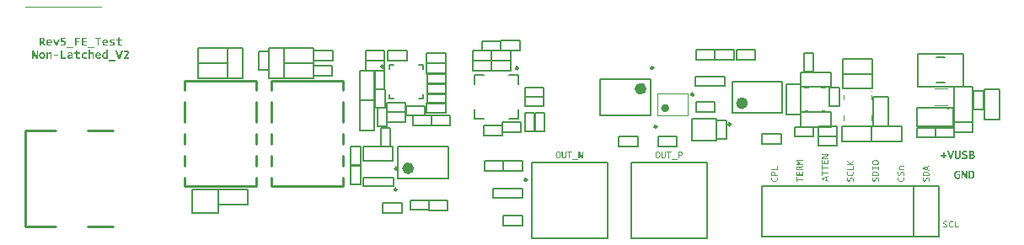
<source format=gto>
G04*
G04 #@! TF.GenerationSoftware,Altium Limited,Altium Designer,24.10.1 (45)*
G04*
G04 Layer_Color=65535*
%FSAX25Y25*%
%MOIN*%
G70*
G04*
G04 #@! TF.SameCoordinates,E9A5F422-793D-4FF6-AE78-97F5C49A065D*
G04*
G04*
G04 #@! TF.FilePolarity,Positive*
G04*
G01*
G75*
%ADD10C,0.00984*%
%ADD11C,0.02362*%
%ADD12C,0.00394*%
%ADD13C,0.00610*%
%ADD14C,0.01575*%
%ADD15C,0.00591*%
%ADD16C,0.01000*%
%ADD17C,0.00787*%
%ADD18C,0.00500*%
G36*
X0364268Y0007705D02*
X0364321Y0007702D01*
X0364334D01*
X0364350Y0007698D01*
X0364370D01*
X0364393Y0007695D01*
X0364419Y0007692D01*
X0364475Y0007682D01*
X0364478D01*
X0364488Y0007679D01*
X0364504D01*
X0364524Y0007675D01*
X0364547Y0007672D01*
X0364573Y0007666D01*
X0364629Y0007656D01*
X0364632D01*
X0364642Y0007652D01*
X0364658D01*
X0364678Y0007649D01*
X0364724Y0007639D01*
X0364773Y0007629D01*
Y0007315D01*
X0364770D01*
X0364767Y0007318D01*
X0364747Y0007321D01*
X0364718Y0007331D01*
X0364678Y0007338D01*
X0364632Y0007351D01*
X0364580Y0007361D01*
X0364524Y0007370D01*
X0364468Y0007380D01*
X0364462D01*
X0364442Y0007383D01*
X0364412Y0007387D01*
X0364376Y0007393D01*
X0364330Y0007396D01*
X0364281Y0007400D01*
X0364173Y0007403D01*
X0364124D01*
X0364097Y0007400D01*
X0364071Y0007396D01*
X0364006Y0007390D01*
X0363933Y0007377D01*
X0363858Y0007361D01*
X0363789Y0007334D01*
X0363760Y0007318D01*
X0363730Y0007301D01*
X0363724Y0007298D01*
X0363707Y0007282D01*
X0363684Y0007262D01*
X0363661Y0007229D01*
X0363635Y0007190D01*
X0363612Y0007144D01*
X0363596Y0007091D01*
X0363592Y0007062D01*
X0363589Y0007033D01*
Y0007029D01*
Y0007016D01*
X0363592Y0006996D01*
X0363596Y0006970D01*
X0363602Y0006944D01*
X0363612Y0006911D01*
X0363625Y0006882D01*
X0363645Y0006852D01*
X0363648Y0006849D01*
X0363655Y0006839D01*
X0363668Y0006826D01*
X0363687Y0006806D01*
X0363707Y0006786D01*
X0363734Y0006763D01*
X0363766Y0006741D01*
X0363799Y0006718D01*
X0363802Y0006714D01*
X0363815Y0006708D01*
X0363835Y0006698D01*
X0363861Y0006681D01*
X0363894Y0006665D01*
X0363930Y0006649D01*
X0363973Y0006629D01*
X0364016Y0006609D01*
X0364022Y0006606D01*
X0364035Y0006603D01*
X0364061Y0006593D01*
X0364091Y0006580D01*
X0364130Y0006567D01*
X0364170Y0006547D01*
X0364262Y0006511D01*
X0364268Y0006508D01*
X0364284Y0006501D01*
X0364307Y0006491D01*
X0364340Y0006478D01*
X0364376Y0006462D01*
X0364419Y0006442D01*
X0364508Y0006399D01*
X0364514Y0006396D01*
X0364527Y0006390D01*
X0364550Y0006376D01*
X0364580Y0006357D01*
X0364613Y0006337D01*
X0364649Y0006311D01*
X0364724Y0006252D01*
X0364727Y0006248D01*
X0364740Y0006239D01*
X0364757Y0006219D01*
X0364780Y0006196D01*
X0364803Y0006170D01*
X0364829Y0006137D01*
X0364855Y0006098D01*
X0364878Y0006058D01*
X0364881Y0006052D01*
X0364888Y0006039D01*
X0364898Y0006016D01*
X0364908Y0005983D01*
X0364917Y0005943D01*
X0364927Y0005901D01*
X0364934Y0005848D01*
X0364937Y0005793D01*
Y0005789D01*
Y0005786D01*
Y0005776D01*
Y0005763D01*
X0364934Y0005727D01*
X0364927Y0005684D01*
X0364917Y0005632D01*
X0364904Y0005579D01*
X0364888Y0005524D01*
X0364862Y0005471D01*
X0364859Y0005465D01*
X0364849Y0005448D01*
X0364832Y0005422D01*
X0364806Y0005393D01*
X0364776Y0005353D01*
X0364740Y0005317D01*
X0364701Y0005278D01*
X0364652Y0005242D01*
X0364645Y0005238D01*
X0364629Y0005225D01*
X0364599Y0005209D01*
X0364560Y0005189D01*
X0364514Y0005166D01*
X0364458Y0005147D01*
X0364396Y0005124D01*
X0364327Y0005104D01*
X0364324D01*
X0364317Y0005100D01*
X0364307D01*
X0364294Y0005097D01*
X0364278Y0005094D01*
X0364255Y0005091D01*
X0364206Y0005084D01*
X0364143Y0005074D01*
X0364075Y0005068D01*
X0363996Y0005065D01*
X0363914Y0005061D01*
X0363851D01*
X0363819Y0005065D01*
X0363786D01*
X0363710Y0005071D01*
X0363694D01*
X0363674Y0005074D01*
X0363648Y0005078D01*
X0363619D01*
X0363586Y0005081D01*
X0363514Y0005091D01*
X0363510D01*
X0363497Y0005094D01*
X0363481D01*
X0363455Y0005097D01*
X0363428Y0005100D01*
X0363399Y0005104D01*
X0363337Y0005114D01*
X0363333D01*
X0363323Y0005117D01*
X0363307Y0005120D01*
X0363287Y0005124D01*
X0363242Y0005137D01*
X0363189Y0005150D01*
Y0005488D01*
X0363192D01*
X0363195Y0005484D01*
X0363215Y0005478D01*
X0363245Y0005468D01*
X0363287Y0005455D01*
X0363333Y0005442D01*
X0363392Y0005425D01*
X0363455Y0005412D01*
X0363520Y0005399D01*
X0363530D01*
X0363540Y0005396D01*
X0363553D01*
X0363569Y0005393D01*
X0363592Y0005389D01*
X0363642Y0005386D01*
X0363704Y0005379D01*
X0363776Y0005373D01*
X0363855Y0005370D01*
X0363999D01*
X0364038Y0005373D01*
X0364084Y0005376D01*
X0364130Y0005379D01*
X0364179Y0005386D01*
X0364226Y0005396D01*
X0364232D01*
X0364245Y0005402D01*
X0364268Y0005406D01*
X0364294Y0005415D01*
X0364327Y0005425D01*
X0364360Y0005442D01*
X0364393Y0005455D01*
X0364422Y0005474D01*
X0364425Y0005478D01*
X0364435Y0005484D01*
X0364448Y0005494D01*
X0364465Y0005511D01*
X0364481Y0005530D01*
X0364501Y0005550D01*
X0364517Y0005576D01*
X0364534Y0005602D01*
X0364537Y0005606D01*
X0364540Y0005615D01*
X0364547Y0005632D01*
X0364553Y0005652D01*
X0364560Y0005678D01*
X0364563Y0005707D01*
X0364570Y0005737D01*
Y0005773D01*
Y0005776D01*
Y0005789D01*
X0364567Y0005809D01*
X0364563Y0005835D01*
X0364557Y0005861D01*
X0364544Y0005891D01*
X0364530Y0005920D01*
X0364511Y0005950D01*
X0364508Y0005953D01*
X0364501Y0005963D01*
X0364488Y0005976D01*
X0364468Y0005996D01*
X0364448Y0006016D01*
X0364422Y0006039D01*
X0364389Y0006058D01*
X0364357Y0006081D01*
X0364353Y0006084D01*
X0364340Y0006091D01*
X0364321Y0006104D01*
X0364294Y0006117D01*
X0364262Y0006134D01*
X0364226Y0006153D01*
X0364183Y0006170D01*
X0364140Y0006190D01*
X0364134Y0006193D01*
X0364121Y0006199D01*
X0364094Y0006209D01*
X0364065Y0006219D01*
X0364025Y0006235D01*
X0363986Y0006252D01*
X0363894Y0006288D01*
X0363888Y0006291D01*
X0363875Y0006298D01*
X0363848Y0006308D01*
X0363815Y0006321D01*
X0363779Y0006337D01*
X0363737Y0006357D01*
X0363648Y0006399D01*
X0363642Y0006403D01*
X0363629Y0006409D01*
X0363605Y0006422D01*
X0363576Y0006442D01*
X0363543Y0006462D01*
X0363507Y0006488D01*
X0363432Y0006544D01*
X0363428Y0006547D01*
X0363415Y0006557D01*
X0363399Y0006577D01*
X0363376Y0006600D01*
X0363353Y0006626D01*
X0363327Y0006658D01*
X0363300Y0006695D01*
X0363278Y0006734D01*
X0363274Y0006741D01*
X0363268Y0006754D01*
X0363261Y0006777D01*
X0363251Y0006809D01*
X0363238Y0006849D01*
X0363232Y0006891D01*
X0363225Y0006941D01*
X0363222Y0006996D01*
Y0007003D01*
Y0007019D01*
X0363225Y0007046D01*
X0363228Y0007078D01*
X0363235Y0007118D01*
X0363245Y0007160D01*
X0363258Y0007206D01*
X0363274Y0007255D01*
X0363278Y0007262D01*
X0363284Y0007278D01*
X0363297Y0007301D01*
X0363317Y0007334D01*
X0363340Y0007370D01*
X0363369Y0007406D01*
X0363405Y0007446D01*
X0363445Y0007485D01*
X0363451Y0007488D01*
X0363468Y0007502D01*
X0363491Y0007521D01*
X0363527Y0007541D01*
X0363569Y0007567D01*
X0363622Y0007593D01*
X0363681Y0007620D01*
X0363747Y0007646D01*
X0363750D01*
X0363756Y0007649D01*
X0363766Y0007652D01*
X0363779Y0007656D01*
X0363796Y0007659D01*
X0363819Y0007666D01*
X0363842Y0007672D01*
X0363871Y0007679D01*
X0363933Y0007688D01*
X0364009Y0007698D01*
X0364091Y0007705D01*
X0364183Y0007708D01*
X0364245D01*
X0364268Y0007705D01*
D02*
G37*
G36*
X0366626Y0007702D02*
X0366679Y0007698D01*
X0366735Y0007692D01*
X0366849Y0007672D01*
X0366856D01*
X0366876Y0007666D01*
X0366905Y0007659D01*
X0366945Y0007649D01*
X0366990Y0007636D01*
X0367040Y0007620D01*
X0367148Y0007580D01*
Y0007236D01*
X0367141Y0007239D01*
X0367125Y0007249D01*
X0367095Y0007262D01*
X0367059Y0007278D01*
X0367014Y0007298D01*
X0366964Y0007318D01*
X0366912Y0007334D01*
X0366856Y0007351D01*
X0366849Y0007354D01*
X0366830Y0007357D01*
X0366800Y0007364D01*
X0366761Y0007374D01*
X0366712Y0007380D01*
X0366656Y0007387D01*
X0366597Y0007390D01*
X0366531Y0007393D01*
X0366502D01*
X0366466Y0007390D01*
X0366423Y0007383D01*
X0366371Y0007377D01*
X0366318Y0007364D01*
X0366259Y0007347D01*
X0366203Y0007324D01*
X0366197Y0007321D01*
X0366180Y0007311D01*
X0366151Y0007295D01*
X0366118Y0007275D01*
X0366079Y0007246D01*
X0366036Y0007210D01*
X0365993Y0007170D01*
X0365954Y0007124D01*
X0365951Y0007118D01*
X0365938Y0007101D01*
X0365918Y0007075D01*
X0365895Y0007036D01*
X0365872Y0006990D01*
X0365846Y0006937D01*
X0365820Y0006878D01*
X0365797Y0006809D01*
Y0006806D01*
X0365793Y0006800D01*
Y0006790D01*
X0365790Y0006777D01*
X0365784Y0006760D01*
X0365780Y0006737D01*
X0365770Y0006688D01*
X0365760Y0006626D01*
X0365754Y0006554D01*
X0365747Y0006475D01*
X0365744Y0006386D01*
Y0006380D01*
Y0006363D01*
Y0006337D01*
X0365747Y0006304D01*
X0365751Y0006262D01*
X0365754Y0006216D01*
X0365760Y0006163D01*
X0365770Y0006104D01*
X0365793Y0005983D01*
X0365810Y0005920D01*
X0365829Y0005858D01*
X0365852Y0005796D01*
X0365879Y0005737D01*
X0365908Y0005681D01*
X0365944Y0005632D01*
X0365948Y0005629D01*
X0365954Y0005622D01*
X0365967Y0005609D01*
X0365984Y0005593D01*
X0366003Y0005573D01*
X0366030Y0005553D01*
X0366059Y0005530D01*
X0366095Y0005507D01*
X0366134Y0005481D01*
X0366177Y0005458D01*
X0366226Y0005438D01*
X0366282Y0005419D01*
X0366338Y0005402D01*
X0366400Y0005389D01*
X0366466Y0005383D01*
X0366538Y0005379D01*
X0366567D01*
X0366600Y0005383D01*
X0366639D01*
X0366689Y0005389D01*
X0366741Y0005396D01*
X0366800Y0005402D01*
X0366856Y0005415D01*
X0366859D01*
X0366863Y0005419D01*
X0366882Y0005422D01*
X0366912Y0005432D01*
X0366948Y0005445D01*
X0366994Y0005458D01*
X0367043Y0005478D01*
X0367148Y0005524D01*
Y0005192D01*
X0367145D01*
X0367135Y0005186D01*
X0367118Y0005179D01*
X0367095Y0005173D01*
X0367066Y0005163D01*
X0367033Y0005153D01*
X0366994Y0005140D01*
X0366951Y0005130D01*
X0366902Y0005117D01*
X0366853Y0005104D01*
X0366741Y0005084D01*
X0366623Y0005071D01*
X0366498Y0005065D01*
X0366476D01*
X0366446Y0005068D01*
X0366410Y0005071D01*
X0366364Y0005074D01*
X0366312Y0005081D01*
X0366252Y0005091D01*
X0366190Y0005104D01*
X0366125Y0005124D01*
X0366056Y0005143D01*
X0365987Y0005169D01*
X0365915Y0005202D01*
X0365849Y0005238D01*
X0365784Y0005281D01*
X0365721Y0005333D01*
X0365662Y0005389D01*
X0365659Y0005393D01*
X0365649Y0005406D01*
X0365636Y0005425D01*
X0365616Y0005452D01*
X0365593Y0005484D01*
X0365570Y0005527D01*
X0365544Y0005576D01*
X0365518Y0005632D01*
X0365488Y0005697D01*
X0365462Y0005770D01*
X0365439Y0005848D01*
X0365416Y0005934D01*
X0365396Y0006029D01*
X0365383Y0006131D01*
X0365373Y0006239D01*
X0365370Y0006353D01*
Y0006357D01*
Y0006367D01*
Y0006383D01*
Y0006406D01*
X0365373Y0006432D01*
Y0006465D01*
X0365377Y0006501D01*
X0365380Y0006540D01*
X0365390Y0006629D01*
X0365403Y0006721D01*
X0365423Y0006819D01*
X0365449Y0006914D01*
Y0006918D01*
X0365452Y0006924D01*
X0365459Y0006937D01*
X0365465Y0006957D01*
X0365472Y0006977D01*
X0365482Y0007003D01*
X0365508Y0007062D01*
X0365541Y0007128D01*
X0365580Y0007200D01*
X0365626Y0007269D01*
X0365679Y0007338D01*
X0365682Y0007341D01*
X0365685Y0007344D01*
X0365695Y0007354D01*
X0365705Y0007367D01*
X0365738Y0007400D01*
X0365780Y0007439D01*
X0365833Y0007482D01*
X0365895Y0007528D01*
X0365967Y0007570D01*
X0366043Y0007610D01*
X0366046D01*
X0366052Y0007613D01*
X0366066Y0007620D01*
X0366079Y0007626D01*
X0366102Y0007633D01*
X0366125Y0007639D01*
X0366151Y0007649D01*
X0366184Y0007659D01*
X0366252Y0007675D01*
X0366335Y0007692D01*
X0366423Y0007702D01*
X0366518Y0007705D01*
X0366584D01*
X0366626Y0007702D01*
D02*
G37*
G36*
X0368224Y0005396D02*
X0369349D01*
Y0005097D01*
X0367866D01*
Y0007672D01*
X0368224D01*
Y0005396D01*
D02*
G37*
G36*
X0336484Y0031769D02*
X0336521D01*
X0336560Y0031766D01*
X0336602Y0031763D01*
X0336694Y0031753D01*
X0336796Y0031737D01*
X0336898Y0031717D01*
X0336996Y0031691D01*
X0336999D01*
X0337006Y0031688D01*
X0337019Y0031681D01*
X0337039Y0031674D01*
X0337058Y0031668D01*
X0337085Y0031658D01*
X0337140Y0031632D01*
X0337206Y0031599D01*
X0337278Y0031563D01*
X0337347Y0031517D01*
X0337413Y0031468D01*
X0337416D01*
X0337419Y0031461D01*
X0337439Y0031445D01*
X0337468Y0031415D01*
X0337505Y0031376D01*
X0337544Y0031327D01*
X0337583Y0031274D01*
X0337623Y0031212D01*
X0337655Y0031143D01*
Y0031140D01*
X0337659Y0031133D01*
X0337662Y0031123D01*
X0337668Y0031110D01*
X0337675Y0031094D01*
X0337682Y0031074D01*
X0337695Y0031025D01*
X0337708Y0030966D01*
X0337721Y0030897D01*
X0337731Y0030825D01*
X0337734Y0030749D01*
Y0030707D01*
X0337731Y0030687D01*
Y0030661D01*
X0337724Y0030602D01*
X0337711Y0030536D01*
X0337698Y0030464D01*
X0337675Y0030389D01*
X0337646Y0030316D01*
Y0030313D01*
X0337642Y0030310D01*
X0337636Y0030300D01*
X0337629Y0030287D01*
X0337610Y0030251D01*
X0337580Y0030208D01*
X0337544Y0030162D01*
X0337498Y0030110D01*
X0337445Y0030061D01*
X0337386Y0030011D01*
X0337383D01*
X0337380Y0030005D01*
X0337370Y0030002D01*
X0337357Y0029992D01*
X0337340Y0029982D01*
X0337321Y0029972D01*
X0337272Y0029946D01*
X0337209Y0029916D01*
X0337140Y0029887D01*
X0337062Y0029860D01*
X0336973Y0029834D01*
X0336970D01*
X0336963Y0029831D01*
X0336950Y0029828D01*
X0336930Y0029824D01*
X0336908Y0029821D01*
X0336881Y0029815D01*
X0336848Y0029811D01*
X0336812Y0029805D01*
X0336776Y0029798D01*
X0336734Y0029795D01*
X0336639Y0029785D01*
X0336537Y0029779D01*
X0336425Y0029775D01*
X0336422D01*
X0336409D01*
X0336393D01*
X0336366D01*
X0336337Y0029779D01*
X0336304D01*
X0336265Y0029782D01*
X0336222Y0029785D01*
X0336130Y0029795D01*
X0336029Y0029808D01*
X0335930Y0029828D01*
X0335832Y0029854D01*
X0335828D01*
X0335822Y0029857D01*
X0335809Y0029864D01*
X0335789Y0029870D01*
X0335769Y0029877D01*
X0335743Y0029887D01*
X0335684Y0029913D01*
X0335618Y0029943D01*
X0335550Y0029982D01*
X0335481Y0030024D01*
X0335415Y0030074D01*
X0335412Y0030077D01*
X0335409Y0030080D01*
X0335389Y0030097D01*
X0335359Y0030126D01*
X0335320Y0030166D01*
X0335281Y0030211D01*
X0335241Y0030267D01*
X0335202Y0030330D01*
X0335169Y0030395D01*
Y0030398D01*
X0335166Y0030405D01*
X0335163Y0030415D01*
X0335156Y0030428D01*
X0335149Y0030444D01*
X0335143Y0030464D01*
X0335126Y0030513D01*
X0335113Y0030572D01*
X0335100Y0030641D01*
X0335090Y0030713D01*
X0335087Y0030789D01*
Y0030831D01*
X0335090Y0030851D01*
Y0030877D01*
X0335097Y0030936D01*
X0335110Y0031005D01*
X0335126Y0031077D01*
X0335149Y0031150D01*
X0335179Y0031222D01*
Y0031225D01*
X0335182Y0031231D01*
X0335189Y0031238D01*
X0335195Y0031251D01*
X0335218Y0031287D01*
X0335245Y0031330D01*
X0335284Y0031376D01*
X0335330Y0031428D01*
X0335382Y0031478D01*
X0335441Y0031527D01*
X0335445D01*
X0335448Y0031533D01*
X0335458Y0031540D01*
X0335471Y0031546D01*
X0335487Y0031556D01*
X0335507Y0031569D01*
X0335556Y0031596D01*
X0335615Y0031625D01*
X0335684Y0031658D01*
X0335763Y0031684D01*
X0335851Y0031710D01*
X0335855D01*
X0335861Y0031714D01*
X0335874Y0031717D01*
X0335894Y0031720D01*
X0335917Y0031724D01*
X0335943Y0031730D01*
X0335973Y0031737D01*
X0336009Y0031743D01*
X0336048Y0031747D01*
X0336091Y0031753D01*
X0336183Y0031763D01*
X0336284Y0031769D01*
X0336396Y0031773D01*
X0336399D01*
X0336412D01*
X0336429D01*
X0336455D01*
X0336484Y0031769D01*
D02*
G37*
G36*
X0337698Y0027784D02*
X0337400D01*
Y0028378D01*
X0335418D01*
Y0027784D01*
X0335123D01*
Y0029326D01*
X0335418D01*
Y0028732D01*
X0337400D01*
Y0029326D01*
X0337698D01*
Y0027784D01*
D02*
G37*
G36*
X0336497Y0027299D02*
X0336553Y0027296D01*
X0336612Y0027289D01*
X0336740Y0027273D01*
X0336743D01*
X0336747D01*
X0336757Y0027269D01*
X0336770Y0027266D01*
X0336799Y0027259D01*
X0336842Y0027250D01*
X0336891Y0027237D01*
X0336944Y0027220D01*
X0337055Y0027181D01*
X0337062Y0027178D01*
X0337078Y0027171D01*
X0337108Y0027154D01*
X0337144Y0027138D01*
X0337183Y0027112D01*
X0337229Y0027086D01*
X0337275Y0027053D01*
X0337321Y0027017D01*
X0337327Y0027013D01*
X0337340Y0026997D01*
X0337364Y0026977D01*
X0337390Y0026948D01*
X0337422Y0026912D01*
X0337455Y0026869D01*
X0337491Y0026820D01*
X0337524Y0026768D01*
X0337527Y0026761D01*
X0337537Y0026741D01*
X0337554Y0026712D01*
X0337570Y0026672D01*
X0337590Y0026623D01*
X0337613Y0026564D01*
X0337632Y0026498D01*
X0337652Y0026430D01*
Y0026426D01*
X0337655Y0026420D01*
Y0026410D01*
X0337659Y0026397D01*
X0337662Y0026377D01*
X0337665Y0026357D01*
X0337675Y0026305D01*
X0337685Y0026239D01*
X0337691Y0026164D01*
X0337695Y0026082D01*
X0337698Y0025993D01*
Y0025442D01*
X0335123D01*
Y0026131D01*
X0335126Y0026164D01*
Y0026203D01*
X0335133Y0026252D01*
X0335140Y0026311D01*
X0335149Y0026374D01*
X0335163Y0026443D01*
X0335179Y0026515D01*
X0335199Y0026590D01*
X0335225Y0026666D01*
X0335254Y0026738D01*
X0335291Y0026810D01*
X0335333Y0026879D01*
X0335379Y0026945D01*
X0335435Y0027004D01*
X0335438Y0027007D01*
X0335448Y0027017D01*
X0335468Y0027030D01*
X0335494Y0027049D01*
X0335527Y0027073D01*
X0335566Y0027099D01*
X0335615Y0027125D01*
X0335671Y0027154D01*
X0335733Y0027181D01*
X0335802Y0027207D01*
X0335881Y0027233D01*
X0335966Y0027256D01*
X0336058Y0027276D01*
X0336160Y0027289D01*
X0336268Y0027299D01*
X0336383Y0027302D01*
X0336386D01*
X0336393D01*
X0336402D01*
X0336416D01*
X0336452D01*
X0336497Y0027299D01*
D02*
G37*
G36*
X0337068Y0024973D02*
X0337111Y0024967D01*
X0337163Y0024957D01*
X0337216Y0024944D01*
X0337272Y0024927D01*
X0337324Y0024901D01*
X0337331Y0024898D01*
X0337347Y0024888D01*
X0337373Y0024872D01*
X0337403Y0024845D01*
X0337442Y0024816D01*
X0337478Y0024780D01*
X0337518Y0024740D01*
X0337554Y0024691D01*
X0337557Y0024685D01*
X0337570Y0024668D01*
X0337586Y0024639D01*
X0337606Y0024599D01*
X0337629Y0024554D01*
X0337649Y0024498D01*
X0337672Y0024435D01*
X0337691Y0024366D01*
Y0024363D01*
X0337695Y0024357D01*
Y0024347D01*
X0337698Y0024334D01*
X0337701Y0024317D01*
X0337705Y0024294D01*
X0337711Y0024245D01*
X0337721Y0024183D01*
X0337727Y0024114D01*
X0337731Y0024035D01*
X0337734Y0023953D01*
Y0023891D01*
X0337731Y0023858D01*
Y0023825D01*
X0337724Y0023750D01*
Y0023733D01*
X0337721Y0023714D01*
X0337718Y0023687D01*
Y0023658D01*
X0337714Y0023625D01*
X0337705Y0023553D01*
Y0023550D01*
X0337701Y0023537D01*
Y0023520D01*
X0337698Y0023494D01*
X0337695Y0023468D01*
X0337691Y0023438D01*
X0337682Y0023376D01*
Y0023373D01*
X0337678Y0023363D01*
X0337675Y0023346D01*
X0337672Y0023327D01*
X0337659Y0023281D01*
X0337646Y0023228D01*
X0337308D01*
Y0023232D01*
X0337311Y0023235D01*
X0337317Y0023255D01*
X0337327Y0023284D01*
X0337340Y0023327D01*
X0337354Y0023373D01*
X0337370Y0023432D01*
X0337383Y0023494D01*
X0337396Y0023560D01*
Y0023570D01*
X0337400Y0023579D01*
Y0023592D01*
X0337403Y0023609D01*
X0337406Y0023632D01*
X0337409Y0023681D01*
X0337416Y0023743D01*
X0337422Y0023816D01*
X0337426Y0023894D01*
Y0024038D01*
X0337422Y0024078D01*
X0337419Y0024124D01*
X0337416Y0024170D01*
X0337409Y0024219D01*
X0337400Y0024265D01*
Y0024271D01*
X0337393Y0024284D01*
X0337390Y0024307D01*
X0337380Y0024334D01*
X0337370Y0024366D01*
X0337354Y0024399D01*
X0337340Y0024432D01*
X0337321Y0024462D01*
X0337317Y0024465D01*
X0337311Y0024475D01*
X0337301Y0024488D01*
X0337285Y0024504D01*
X0337265Y0024521D01*
X0337245Y0024540D01*
X0337219Y0024557D01*
X0337193Y0024573D01*
X0337190Y0024576D01*
X0337180Y0024580D01*
X0337163Y0024586D01*
X0337144Y0024593D01*
X0337118Y0024599D01*
X0337088Y0024603D01*
X0337058Y0024609D01*
X0337022D01*
X0337019D01*
X0337006D01*
X0336986Y0024606D01*
X0336960Y0024603D01*
X0336934Y0024596D01*
X0336904Y0024583D01*
X0336875Y0024570D01*
X0336845Y0024550D01*
X0336842Y0024547D01*
X0336832Y0024540D01*
X0336819Y0024527D01*
X0336799Y0024508D01*
X0336780Y0024488D01*
X0336757Y0024462D01*
X0336737Y0024429D01*
X0336714Y0024396D01*
X0336711Y0024393D01*
X0336704Y0024380D01*
X0336691Y0024360D01*
X0336678Y0024334D01*
X0336662Y0024301D01*
X0336642Y0024265D01*
X0336626Y0024222D01*
X0336606Y0024180D01*
X0336602Y0024173D01*
X0336596Y0024160D01*
X0336586Y0024134D01*
X0336576Y0024104D01*
X0336560Y0024065D01*
X0336543Y0024025D01*
X0336507Y0023934D01*
X0336504Y0023927D01*
X0336497Y0023914D01*
X0336488Y0023888D01*
X0336475Y0023855D01*
X0336458Y0023819D01*
X0336438Y0023776D01*
X0336396Y0023687D01*
X0336393Y0023681D01*
X0336386Y0023668D01*
X0336373Y0023645D01*
X0336353Y0023615D01*
X0336333Y0023583D01*
X0336307Y0023547D01*
X0336251Y0023471D01*
X0336248Y0023468D01*
X0336238Y0023455D01*
X0336219Y0023438D01*
X0336196Y0023415D01*
X0336170Y0023392D01*
X0336137Y0023366D01*
X0336101Y0023340D01*
X0336061Y0023317D01*
X0336055Y0023314D01*
X0336042Y0023307D01*
X0336019Y0023301D01*
X0335986Y0023291D01*
X0335946Y0023278D01*
X0335904Y0023271D01*
X0335855Y0023264D01*
X0335799Y0023261D01*
X0335792D01*
X0335776D01*
X0335750Y0023264D01*
X0335717Y0023268D01*
X0335678Y0023274D01*
X0335635Y0023284D01*
X0335589Y0023297D01*
X0335540Y0023314D01*
X0335533Y0023317D01*
X0335517Y0023324D01*
X0335494Y0023337D01*
X0335461Y0023356D01*
X0335425Y0023379D01*
X0335389Y0023409D01*
X0335349Y0023445D01*
X0335310Y0023484D01*
X0335307Y0023491D01*
X0335294Y0023507D01*
X0335274Y0023530D01*
X0335254Y0023566D01*
X0335228Y0023609D01*
X0335202Y0023661D01*
X0335176Y0023720D01*
X0335149Y0023786D01*
Y0023789D01*
X0335146Y0023796D01*
X0335143Y0023806D01*
X0335140Y0023819D01*
X0335136Y0023835D01*
X0335130Y0023858D01*
X0335123Y0023881D01*
X0335117Y0023911D01*
X0335107Y0023973D01*
X0335097Y0024048D01*
X0335090Y0024130D01*
X0335087Y0024222D01*
Y0024284D01*
X0335090Y0024307D01*
X0335094Y0024360D01*
Y0024373D01*
X0335097Y0024389D01*
Y0024409D01*
X0335100Y0024432D01*
X0335104Y0024458D01*
X0335113Y0024514D01*
Y0024517D01*
X0335117Y0024527D01*
Y0024544D01*
X0335120Y0024563D01*
X0335123Y0024586D01*
X0335130Y0024612D01*
X0335140Y0024668D01*
Y0024671D01*
X0335143Y0024681D01*
Y0024698D01*
X0335146Y0024717D01*
X0335156Y0024763D01*
X0335166Y0024813D01*
X0335481D01*
Y0024809D01*
X0335477Y0024806D01*
X0335474Y0024786D01*
X0335464Y0024757D01*
X0335458Y0024717D01*
X0335445Y0024671D01*
X0335435Y0024619D01*
X0335425Y0024563D01*
X0335415Y0024508D01*
Y0024501D01*
X0335412Y0024481D01*
X0335409Y0024452D01*
X0335402Y0024416D01*
X0335399Y0024370D01*
X0335395Y0024321D01*
X0335392Y0024212D01*
Y0024163D01*
X0335395Y0024137D01*
X0335399Y0024111D01*
X0335405Y0024045D01*
X0335418Y0023973D01*
X0335435Y0023898D01*
X0335461Y0023829D01*
X0335477Y0023799D01*
X0335494Y0023770D01*
X0335497Y0023763D01*
X0335513Y0023747D01*
X0335533Y0023724D01*
X0335566Y0023701D01*
X0335605Y0023674D01*
X0335651Y0023652D01*
X0335704Y0023635D01*
X0335733Y0023632D01*
X0335763Y0023629D01*
X0335766D01*
X0335779D01*
X0335799Y0023632D01*
X0335825Y0023635D01*
X0335851Y0023642D01*
X0335884Y0023652D01*
X0335914Y0023665D01*
X0335943Y0023684D01*
X0335946Y0023687D01*
X0335956Y0023694D01*
X0335969Y0023707D01*
X0335989Y0023727D01*
X0336009Y0023747D01*
X0336032Y0023773D01*
X0336055Y0023806D01*
X0336078Y0023838D01*
X0336081Y0023842D01*
X0336087Y0023855D01*
X0336097Y0023875D01*
X0336114Y0023901D01*
X0336130Y0023934D01*
X0336147Y0023970D01*
X0336166Y0024012D01*
X0336186Y0024055D01*
X0336189Y0024061D01*
X0336192Y0024075D01*
X0336202Y0024101D01*
X0336215Y0024130D01*
X0336229Y0024170D01*
X0336248Y0024209D01*
X0336284Y0024301D01*
X0336288Y0024307D01*
X0336294Y0024324D01*
X0336304Y0024347D01*
X0336317Y0024380D01*
X0336333Y0024416D01*
X0336353Y0024458D01*
X0336396Y0024547D01*
X0336399Y0024554D01*
X0336406Y0024567D01*
X0336419Y0024589D01*
X0336438Y0024619D01*
X0336458Y0024652D01*
X0336484Y0024688D01*
X0336543Y0024763D01*
X0336547Y0024767D01*
X0336557Y0024780D01*
X0336576Y0024796D01*
X0336599Y0024819D01*
X0336626Y0024842D01*
X0336658Y0024868D01*
X0336698Y0024895D01*
X0336737Y0024917D01*
X0336743Y0024921D01*
X0336757Y0024927D01*
X0336780Y0024937D01*
X0336812Y0024947D01*
X0336852Y0024957D01*
X0336894Y0024967D01*
X0336947Y0024973D01*
X0337003Y0024977D01*
X0337006D01*
X0337009D01*
X0337019D01*
X0337032D01*
X0337068Y0024973D01*
D02*
G37*
G36*
X0327698Y0031284D02*
X0326435Y0030323D01*
X0327698D01*
Y0029972D01*
X0325123D01*
Y0030323D01*
X0326324D01*
X0325123Y0031264D01*
Y0031678D01*
X0326350Y0030664D01*
X0327698Y0031724D01*
Y0031284D01*
D02*
G37*
G36*
Y0027906D02*
X0325123D01*
Y0028263D01*
X0327399D01*
Y0029388D01*
X0327698D01*
Y0027906D01*
D02*
G37*
G36*
X0327603Y0027184D02*
X0327609Y0027174D01*
X0327616Y0027158D01*
X0327623Y0027135D01*
X0327632Y0027105D01*
X0327642Y0027073D01*
X0327655Y0027033D01*
X0327665Y0026991D01*
X0327678Y0026941D01*
X0327691Y0026892D01*
X0327711Y0026781D01*
X0327724Y0026662D01*
X0327731Y0026538D01*
Y0026515D01*
X0327728Y0026485D01*
X0327724Y0026449D01*
X0327721Y0026403D01*
X0327714Y0026351D01*
X0327705Y0026292D01*
X0327691Y0026230D01*
X0327672Y0026164D01*
X0327652Y0026095D01*
X0327626Y0026026D01*
X0327593Y0025954D01*
X0327557Y0025888D01*
X0327514Y0025823D01*
X0327462Y0025760D01*
X0327406Y0025701D01*
X0327403Y0025698D01*
X0327390Y0025688D01*
X0327370Y0025675D01*
X0327344Y0025655D01*
X0327311Y0025633D01*
X0327268Y0025610D01*
X0327219Y0025583D01*
X0327163Y0025557D01*
X0327098Y0025528D01*
X0327026Y0025501D01*
X0326947Y0025478D01*
X0326862Y0025455D01*
X0326766Y0025436D01*
X0326665Y0025423D01*
X0326557Y0025413D01*
X0326442Y0025409D01*
X0326438D01*
X0326429D01*
X0326412D01*
X0326389D01*
X0326363Y0025413D01*
X0326330D01*
X0326294Y0025416D01*
X0326255Y0025419D01*
X0326166Y0025429D01*
X0326074Y0025442D01*
X0325976Y0025462D01*
X0325881Y0025488D01*
X0325878D01*
X0325871Y0025492D01*
X0325858Y0025498D01*
X0325838Y0025505D01*
X0325819Y0025511D01*
X0325792Y0025521D01*
X0325733Y0025547D01*
X0325668Y0025580D01*
X0325595Y0025620D01*
X0325527Y0025665D01*
X0325458Y0025718D01*
X0325454Y0025721D01*
X0325451Y0025724D01*
X0325441Y0025734D01*
X0325428Y0025744D01*
X0325395Y0025777D01*
X0325356Y0025820D01*
X0325313Y0025872D01*
X0325268Y0025934D01*
X0325225Y0026006D01*
X0325185Y0026082D01*
Y0026085D01*
X0325182Y0026092D01*
X0325176Y0026105D01*
X0325169Y0026118D01*
X0325163Y0026141D01*
X0325156Y0026164D01*
X0325146Y0026190D01*
X0325136Y0026223D01*
X0325120Y0026292D01*
X0325103Y0026374D01*
X0325094Y0026462D01*
X0325090Y0026557D01*
Y0026623D01*
X0325094Y0026666D01*
X0325097Y0026718D01*
X0325103Y0026774D01*
X0325123Y0026889D01*
Y0026895D01*
X0325130Y0026915D01*
X0325136Y0026945D01*
X0325146Y0026984D01*
X0325159Y0027030D01*
X0325176Y0027079D01*
X0325215Y0027187D01*
X0325559D01*
X0325556Y0027181D01*
X0325546Y0027164D01*
X0325533Y0027135D01*
X0325517Y0027099D01*
X0325497Y0027053D01*
X0325477Y0027004D01*
X0325461Y0026951D01*
X0325445Y0026895D01*
X0325441Y0026889D01*
X0325438Y0026869D01*
X0325431Y0026840D01*
X0325422Y0026800D01*
X0325415Y0026751D01*
X0325409Y0026695D01*
X0325405Y0026636D01*
X0325402Y0026571D01*
Y0026541D01*
X0325405Y0026505D01*
X0325412Y0026462D01*
X0325418Y0026410D01*
X0325431Y0026357D01*
X0325448Y0026298D01*
X0325471Y0026243D01*
X0325474Y0026236D01*
X0325484Y0026220D01*
X0325500Y0026190D01*
X0325520Y0026157D01*
X0325550Y0026118D01*
X0325586Y0026075D01*
X0325625Y0026033D01*
X0325671Y0025993D01*
X0325677Y0025990D01*
X0325694Y0025977D01*
X0325720Y0025957D01*
X0325760Y0025934D01*
X0325805Y0025911D01*
X0325858Y0025885D01*
X0325917Y0025859D01*
X0325986Y0025836D01*
X0325989D01*
X0325996Y0025833D01*
X0326006D01*
X0326019Y0025829D01*
X0326035Y0025823D01*
X0326058Y0025820D01*
X0326107Y0025810D01*
X0326169Y0025800D01*
X0326242Y0025793D01*
X0326320Y0025787D01*
X0326409Y0025784D01*
X0326415D01*
X0326432D01*
X0326458D01*
X0326491Y0025787D01*
X0326534Y0025790D01*
X0326579Y0025793D01*
X0326632Y0025800D01*
X0326691Y0025810D01*
X0326812Y0025833D01*
X0326875Y0025849D01*
X0326937Y0025869D01*
X0326999Y0025892D01*
X0327058Y0025918D01*
X0327114Y0025947D01*
X0327163Y0025984D01*
X0327167Y0025987D01*
X0327173Y0025993D01*
X0327186Y0026006D01*
X0327203Y0026023D01*
X0327222Y0026043D01*
X0327242Y0026069D01*
X0327265Y0026098D01*
X0327288Y0026134D01*
X0327314Y0026174D01*
X0327337Y0026216D01*
X0327357Y0026266D01*
X0327377Y0026321D01*
X0327393Y0026377D01*
X0327406Y0026439D01*
X0327413Y0026505D01*
X0327416Y0026577D01*
Y0026607D01*
X0327413Y0026640D01*
Y0026679D01*
X0327406Y0026728D01*
X0327399Y0026781D01*
X0327393Y0026840D01*
X0327380Y0026895D01*
Y0026899D01*
X0327377Y0026902D01*
X0327373Y0026922D01*
X0327363Y0026951D01*
X0327350Y0026987D01*
X0327337Y0027033D01*
X0327318Y0027082D01*
X0327272Y0027187D01*
X0327603D01*
Y0027184D01*
D02*
G37*
G36*
X0327068Y0024973D02*
X0327111Y0024967D01*
X0327163Y0024957D01*
X0327216Y0024944D01*
X0327272Y0024927D01*
X0327324Y0024901D01*
X0327331Y0024898D01*
X0327347Y0024888D01*
X0327373Y0024872D01*
X0327403Y0024845D01*
X0327442Y0024816D01*
X0327478Y0024780D01*
X0327518Y0024740D01*
X0327554Y0024691D01*
X0327557Y0024685D01*
X0327570Y0024668D01*
X0327587Y0024639D01*
X0327606Y0024599D01*
X0327629Y0024554D01*
X0327649Y0024498D01*
X0327672Y0024435D01*
X0327691Y0024366D01*
Y0024363D01*
X0327695Y0024357D01*
Y0024347D01*
X0327698Y0024334D01*
X0327701Y0024317D01*
X0327705Y0024294D01*
X0327711Y0024245D01*
X0327721Y0024183D01*
X0327728Y0024114D01*
X0327731Y0024035D01*
X0327734Y0023953D01*
Y0023891D01*
X0327731Y0023858D01*
Y0023825D01*
X0327724Y0023750D01*
Y0023733D01*
X0327721Y0023714D01*
X0327718Y0023687D01*
Y0023658D01*
X0327714Y0023625D01*
X0327705Y0023553D01*
Y0023550D01*
X0327701Y0023537D01*
Y0023520D01*
X0327698Y0023494D01*
X0327695Y0023468D01*
X0327691Y0023438D01*
X0327682Y0023376D01*
Y0023373D01*
X0327678Y0023363D01*
X0327675Y0023346D01*
X0327672Y0023327D01*
X0327659Y0023281D01*
X0327645Y0023228D01*
X0327308D01*
Y0023232D01*
X0327311Y0023235D01*
X0327318Y0023255D01*
X0327327Y0023284D01*
X0327341Y0023327D01*
X0327354Y0023373D01*
X0327370Y0023432D01*
X0327383Y0023494D01*
X0327396Y0023560D01*
Y0023570D01*
X0327399Y0023579D01*
Y0023592D01*
X0327403Y0023609D01*
X0327406Y0023632D01*
X0327409Y0023681D01*
X0327416Y0023743D01*
X0327422Y0023816D01*
X0327426Y0023894D01*
Y0024038D01*
X0327422Y0024078D01*
X0327419Y0024124D01*
X0327416Y0024170D01*
X0327409Y0024219D01*
X0327399Y0024265D01*
Y0024271D01*
X0327393Y0024284D01*
X0327390Y0024307D01*
X0327380Y0024334D01*
X0327370Y0024366D01*
X0327354Y0024399D01*
X0327341Y0024432D01*
X0327321Y0024462D01*
X0327318Y0024465D01*
X0327311Y0024475D01*
X0327301Y0024488D01*
X0327285Y0024504D01*
X0327265Y0024521D01*
X0327245Y0024540D01*
X0327219Y0024557D01*
X0327193Y0024573D01*
X0327190Y0024576D01*
X0327180Y0024580D01*
X0327163Y0024586D01*
X0327144Y0024593D01*
X0327117Y0024599D01*
X0327088Y0024603D01*
X0327058Y0024609D01*
X0327022D01*
X0327019D01*
X0327006D01*
X0326986Y0024606D01*
X0326960Y0024603D01*
X0326934Y0024596D01*
X0326904Y0024583D01*
X0326875Y0024570D01*
X0326845Y0024550D01*
X0326842Y0024547D01*
X0326832Y0024540D01*
X0326819Y0024527D01*
X0326799Y0024508D01*
X0326780Y0024488D01*
X0326757Y0024462D01*
X0326737Y0024429D01*
X0326714Y0024396D01*
X0326711Y0024393D01*
X0326704Y0024380D01*
X0326691Y0024360D01*
X0326678Y0024334D01*
X0326661Y0024301D01*
X0326642Y0024265D01*
X0326625Y0024222D01*
X0326606Y0024180D01*
X0326603Y0024173D01*
X0326596Y0024160D01*
X0326586Y0024134D01*
X0326576Y0024104D01*
X0326560Y0024065D01*
X0326543Y0024025D01*
X0326507Y0023934D01*
X0326504Y0023927D01*
X0326498Y0023914D01*
X0326488Y0023888D01*
X0326475Y0023855D01*
X0326458Y0023819D01*
X0326438Y0023776D01*
X0326396Y0023687D01*
X0326393Y0023681D01*
X0326386Y0023668D01*
X0326373Y0023645D01*
X0326353Y0023615D01*
X0326333Y0023583D01*
X0326307Y0023547D01*
X0326252Y0023471D01*
X0326248Y0023468D01*
X0326238Y0023455D01*
X0326219Y0023438D01*
X0326196Y0023415D01*
X0326169Y0023392D01*
X0326137Y0023366D01*
X0326101Y0023340D01*
X0326061Y0023317D01*
X0326055Y0023314D01*
X0326042Y0023307D01*
X0326019Y0023301D01*
X0325986Y0023291D01*
X0325946Y0023278D01*
X0325904Y0023271D01*
X0325855Y0023264D01*
X0325799Y0023261D01*
X0325792D01*
X0325776D01*
X0325750Y0023264D01*
X0325717Y0023268D01*
X0325677Y0023274D01*
X0325635Y0023284D01*
X0325589Y0023297D01*
X0325540Y0023314D01*
X0325533Y0023317D01*
X0325517Y0023324D01*
X0325494Y0023337D01*
X0325461Y0023356D01*
X0325425Y0023379D01*
X0325389Y0023409D01*
X0325349Y0023445D01*
X0325310Y0023484D01*
X0325307Y0023491D01*
X0325294Y0023507D01*
X0325274Y0023530D01*
X0325254Y0023566D01*
X0325228Y0023609D01*
X0325202Y0023661D01*
X0325176Y0023720D01*
X0325149Y0023786D01*
Y0023789D01*
X0325146Y0023796D01*
X0325143Y0023806D01*
X0325140Y0023819D01*
X0325136Y0023835D01*
X0325130Y0023858D01*
X0325123Y0023881D01*
X0325117Y0023911D01*
X0325107Y0023973D01*
X0325097Y0024048D01*
X0325090Y0024130D01*
X0325087Y0024222D01*
Y0024284D01*
X0325090Y0024307D01*
X0325094Y0024360D01*
Y0024373D01*
X0325097Y0024389D01*
Y0024409D01*
X0325100Y0024432D01*
X0325103Y0024458D01*
X0325113Y0024514D01*
Y0024517D01*
X0325117Y0024527D01*
Y0024544D01*
X0325120Y0024563D01*
X0325123Y0024586D01*
X0325130Y0024612D01*
X0325140Y0024668D01*
Y0024671D01*
X0325143Y0024681D01*
Y0024698D01*
X0325146Y0024717D01*
X0325156Y0024763D01*
X0325166Y0024813D01*
X0325481D01*
Y0024809D01*
X0325477Y0024806D01*
X0325474Y0024786D01*
X0325464Y0024757D01*
X0325458Y0024717D01*
X0325445Y0024671D01*
X0325435Y0024619D01*
X0325425Y0024563D01*
X0325415Y0024508D01*
Y0024501D01*
X0325412Y0024481D01*
X0325409Y0024452D01*
X0325402Y0024416D01*
X0325399Y0024370D01*
X0325395Y0024321D01*
X0325392Y0024212D01*
Y0024163D01*
X0325395Y0024137D01*
X0325399Y0024111D01*
X0325405Y0024045D01*
X0325418Y0023973D01*
X0325435Y0023898D01*
X0325461Y0023829D01*
X0325477Y0023799D01*
X0325494Y0023770D01*
X0325497Y0023763D01*
X0325514Y0023747D01*
X0325533Y0023724D01*
X0325566Y0023701D01*
X0325605Y0023674D01*
X0325651Y0023652D01*
X0325704Y0023635D01*
X0325733Y0023632D01*
X0325763Y0023629D01*
X0325766D01*
X0325779D01*
X0325799Y0023632D01*
X0325825Y0023635D01*
X0325851Y0023642D01*
X0325884Y0023652D01*
X0325914Y0023665D01*
X0325943Y0023684D01*
X0325946Y0023687D01*
X0325956Y0023694D01*
X0325970Y0023707D01*
X0325989Y0023727D01*
X0326009Y0023747D01*
X0326032Y0023773D01*
X0326055Y0023806D01*
X0326078Y0023838D01*
X0326081Y0023842D01*
X0326087Y0023855D01*
X0326097Y0023875D01*
X0326114Y0023901D01*
X0326130Y0023934D01*
X0326147Y0023970D01*
X0326166Y0024012D01*
X0326186Y0024055D01*
X0326189Y0024061D01*
X0326192Y0024075D01*
X0326202Y0024101D01*
X0326216Y0024130D01*
X0326229Y0024170D01*
X0326248Y0024209D01*
X0326284Y0024301D01*
X0326288Y0024307D01*
X0326294Y0024324D01*
X0326304Y0024347D01*
X0326317Y0024380D01*
X0326333Y0024416D01*
X0326353Y0024458D01*
X0326396Y0024547D01*
X0326399Y0024554D01*
X0326406Y0024567D01*
X0326419Y0024589D01*
X0326438Y0024619D01*
X0326458Y0024652D01*
X0326484Y0024688D01*
X0326543Y0024763D01*
X0326547Y0024767D01*
X0326557Y0024780D01*
X0326576Y0024796D01*
X0326599Y0024819D01*
X0326625Y0024842D01*
X0326658Y0024868D01*
X0326698Y0024895D01*
X0326737Y0024917D01*
X0326744Y0024921D01*
X0326757Y0024927D01*
X0326780Y0024937D01*
X0326812Y0024947D01*
X0326852Y0024957D01*
X0326894Y0024967D01*
X0326947Y0024973D01*
X0327003Y0024977D01*
X0327006D01*
X0327009D01*
X0327019D01*
X0327032D01*
X0327068Y0024973D01*
D02*
G37*
G36*
X0317698Y0033590D02*
X0316094Y0032872D01*
X0315576Y0032665D01*
X0316875D01*
X0317698D01*
Y0032314D01*
X0315123D01*
Y0032783D01*
X0316648Y0033465D01*
X0317235Y0033715D01*
X0315858D01*
X0315123D01*
Y0034065D01*
X0317698D01*
Y0033590D01*
D02*
G37*
G36*
Y0030261D02*
X0315123D01*
Y0031724D01*
X0315418D01*
Y0030612D01*
X0316215D01*
Y0031678D01*
X0316511D01*
Y0030612D01*
X0317400D01*
Y0031724D01*
X0317698D01*
Y0030261D01*
D02*
G37*
G36*
X0315422Y0028932D02*
X0317698D01*
Y0028578D01*
X0315422D01*
Y0027817D01*
X0315123D01*
Y0029693D01*
X0315422D01*
Y0028932D01*
D02*
G37*
G36*
Y0026715D02*
X0317698D01*
Y0026361D01*
X0315422D01*
Y0025600D01*
X0315123D01*
Y0027476D01*
X0315422D01*
Y0026715D01*
D02*
G37*
G36*
X0317698Y0025026D02*
X0317137Y0024849D01*
Y0023773D01*
X0317698Y0023592D01*
Y0023228D01*
X0315123Y0024084D01*
Y0024563D01*
X0317698Y0025409D01*
Y0025026D01*
D02*
G37*
G36*
X0347698Y0029044D02*
X0346435D01*
X0346432D01*
X0346425D01*
X0346412D01*
X0346396D01*
X0346376Y0029041D01*
X0346357D01*
X0346304Y0029034D01*
X0346248Y0029021D01*
X0346193Y0029008D01*
X0346137Y0028985D01*
X0346091Y0028955D01*
X0346088Y0028952D01*
X0346074Y0028939D01*
X0346055Y0028919D01*
X0346035Y0028893D01*
X0346015Y0028857D01*
X0345996Y0028811D01*
X0345983Y0028758D01*
X0345979Y0028699D01*
Y0028676D01*
X0345983Y0028660D01*
X0345986Y0028621D01*
X0345999Y0028575D01*
Y0028572D01*
X0346002Y0028565D01*
X0346009Y0028552D01*
X0346015Y0028539D01*
X0346035Y0028496D01*
X0346065Y0028450D01*
X0346068Y0028447D01*
X0346074Y0028440D01*
X0346084Y0028424D01*
X0346097Y0028407D01*
X0346114Y0028388D01*
X0346137Y0028361D01*
X0346160Y0028335D01*
X0346189Y0028309D01*
X0346193Y0028306D01*
X0346202Y0028296D01*
X0346219Y0028280D01*
X0346242Y0028260D01*
X0346271Y0028234D01*
X0346304Y0028207D01*
X0346343Y0028175D01*
X0346386Y0028142D01*
X0347698D01*
Y0027797D01*
X0345720D01*
Y0028102D01*
X0346042Y0028116D01*
X0346038Y0028119D01*
X0346025Y0028132D01*
X0346006Y0028148D01*
X0345983Y0028171D01*
X0345956Y0028194D01*
X0345927Y0028224D01*
X0345871Y0028283D01*
X0345868Y0028286D01*
X0345858Y0028296D01*
X0345848Y0028312D01*
X0345832Y0028332D01*
X0345815Y0028358D01*
X0345796Y0028385D01*
X0345763Y0028440D01*
X0345760Y0028444D01*
X0345756Y0028453D01*
X0345750Y0028470D01*
X0345740Y0028490D01*
X0345730Y0028516D01*
X0345720Y0028542D01*
X0345704Y0028601D01*
Y0028604D01*
X0345701Y0028614D01*
X0345697Y0028631D01*
X0345694Y0028653D01*
X0345691Y0028676D01*
X0345687Y0028706D01*
X0345684Y0028768D01*
Y0028798D01*
X0345687Y0028817D01*
X0345691Y0028844D01*
X0345694Y0028873D01*
X0345707Y0028942D01*
X0345727Y0029014D01*
X0345760Y0029093D01*
X0345779Y0029129D01*
X0345806Y0029165D01*
X0345832Y0029201D01*
X0345865Y0029231D01*
X0345868Y0029234D01*
X0345874Y0029237D01*
X0345884Y0029244D01*
X0345897Y0029257D01*
X0345917Y0029267D01*
X0345940Y0029280D01*
X0345970Y0029296D01*
X0345999Y0029309D01*
X0346035Y0029326D01*
X0346078Y0029339D01*
X0346120Y0029352D01*
X0346169Y0029365D01*
X0346222Y0029375D01*
X0346281Y0029382D01*
X0346343Y0029385D01*
X0346409Y0029388D01*
X0347698D01*
Y0029044D01*
D02*
G37*
G36*
X0347068Y0027227D02*
X0347111Y0027220D01*
X0347163Y0027210D01*
X0347216Y0027197D01*
X0347272Y0027181D01*
X0347324Y0027154D01*
X0347331Y0027151D01*
X0347347Y0027141D01*
X0347373Y0027125D01*
X0347403Y0027099D01*
X0347442Y0027069D01*
X0347478Y0027033D01*
X0347518Y0026994D01*
X0347554Y0026945D01*
X0347557Y0026938D01*
X0347570Y0026922D01*
X0347586Y0026892D01*
X0347606Y0026853D01*
X0347629Y0026807D01*
X0347649Y0026751D01*
X0347672Y0026689D01*
X0347691Y0026620D01*
Y0026617D01*
X0347695Y0026610D01*
Y0026600D01*
X0347698Y0026587D01*
X0347701Y0026571D01*
X0347705Y0026548D01*
X0347711Y0026498D01*
X0347721Y0026436D01*
X0347727Y0026367D01*
X0347731Y0026289D01*
X0347734Y0026207D01*
Y0026144D01*
X0347731Y0026112D01*
Y0026079D01*
X0347724Y0026003D01*
Y0025987D01*
X0347721Y0025967D01*
X0347718Y0025941D01*
Y0025911D01*
X0347714Y0025879D01*
X0347705Y0025806D01*
Y0025803D01*
X0347701Y0025790D01*
Y0025774D01*
X0347698Y0025747D01*
X0347695Y0025721D01*
X0347691Y0025692D01*
X0347682Y0025629D01*
Y0025626D01*
X0347678Y0025616D01*
X0347675Y0025600D01*
X0347672Y0025580D01*
X0347659Y0025534D01*
X0347645Y0025482D01*
X0347308D01*
Y0025485D01*
X0347311Y0025488D01*
X0347318Y0025508D01*
X0347327Y0025537D01*
X0347340Y0025580D01*
X0347354Y0025626D01*
X0347370Y0025685D01*
X0347383Y0025747D01*
X0347396Y0025813D01*
Y0025823D01*
X0347399Y0025833D01*
Y0025846D01*
X0347403Y0025862D01*
X0347406Y0025885D01*
X0347409Y0025934D01*
X0347416Y0025997D01*
X0347423Y0026069D01*
X0347426Y0026148D01*
Y0026292D01*
X0347423Y0026331D01*
X0347419Y0026377D01*
X0347416Y0026423D01*
X0347409Y0026472D01*
X0347399Y0026518D01*
Y0026525D01*
X0347393Y0026538D01*
X0347390Y0026561D01*
X0347380Y0026587D01*
X0347370Y0026620D01*
X0347354Y0026653D01*
X0347340Y0026686D01*
X0347321Y0026715D01*
X0347318Y0026718D01*
X0347311Y0026728D01*
X0347301Y0026741D01*
X0347285Y0026758D01*
X0347265Y0026774D01*
X0347245Y0026794D01*
X0347219Y0026810D01*
X0347193Y0026827D01*
X0347190Y0026830D01*
X0347180Y0026833D01*
X0347163Y0026840D01*
X0347144Y0026846D01*
X0347117Y0026853D01*
X0347088Y0026856D01*
X0347058Y0026863D01*
X0347022D01*
X0347019D01*
X0347006D01*
X0346986Y0026859D01*
X0346960Y0026856D01*
X0346934Y0026849D01*
X0346904Y0026836D01*
X0346875Y0026823D01*
X0346845Y0026804D01*
X0346842Y0026800D01*
X0346832Y0026794D01*
X0346819Y0026781D01*
X0346799Y0026761D01*
X0346780Y0026741D01*
X0346757Y0026715D01*
X0346737Y0026682D01*
X0346714Y0026649D01*
X0346711Y0026646D01*
X0346704Y0026633D01*
X0346691Y0026613D01*
X0346678Y0026587D01*
X0346661Y0026554D01*
X0346642Y0026518D01*
X0346625Y0026476D01*
X0346606Y0026433D01*
X0346603Y0026426D01*
X0346596Y0026413D01*
X0346586Y0026387D01*
X0346576Y0026357D01*
X0346560Y0026318D01*
X0346543Y0026279D01*
X0346507Y0026187D01*
X0346504Y0026180D01*
X0346498Y0026167D01*
X0346488Y0026141D01*
X0346475Y0026108D01*
X0346458Y0026072D01*
X0346439Y0026030D01*
X0346396Y0025941D01*
X0346393Y0025934D01*
X0346386Y0025921D01*
X0346373Y0025898D01*
X0346353Y0025869D01*
X0346334Y0025836D01*
X0346307Y0025800D01*
X0346252Y0025724D01*
X0346248Y0025721D01*
X0346238Y0025708D01*
X0346219Y0025692D01*
X0346196Y0025669D01*
X0346169Y0025646D01*
X0346137Y0025620D01*
X0346101Y0025593D01*
X0346061Y0025570D01*
X0346055Y0025567D01*
X0346042Y0025560D01*
X0346019Y0025554D01*
X0345986Y0025544D01*
X0345947Y0025531D01*
X0345904Y0025524D01*
X0345855Y0025518D01*
X0345799Y0025515D01*
X0345792D01*
X0345776D01*
X0345750Y0025518D01*
X0345717Y0025521D01*
X0345677Y0025528D01*
X0345635Y0025537D01*
X0345589Y0025551D01*
X0345540Y0025567D01*
X0345533Y0025570D01*
X0345517Y0025577D01*
X0345494Y0025590D01*
X0345461Y0025610D01*
X0345425Y0025633D01*
X0345389Y0025662D01*
X0345350Y0025698D01*
X0345310Y0025738D01*
X0345307Y0025744D01*
X0345294Y0025760D01*
X0345274Y0025784D01*
X0345254Y0025820D01*
X0345228Y0025862D01*
X0345202Y0025915D01*
X0345176Y0025974D01*
X0345149Y0026039D01*
Y0026043D01*
X0345146Y0026049D01*
X0345143Y0026059D01*
X0345140Y0026072D01*
X0345136Y0026089D01*
X0345130Y0026112D01*
X0345123Y0026134D01*
X0345117Y0026164D01*
X0345107Y0026226D01*
X0345097Y0026302D01*
X0345090Y0026384D01*
X0345087Y0026476D01*
Y0026538D01*
X0345090Y0026561D01*
X0345094Y0026613D01*
Y0026626D01*
X0345097Y0026643D01*
Y0026662D01*
X0345100Y0026686D01*
X0345104Y0026712D01*
X0345113Y0026768D01*
Y0026771D01*
X0345117Y0026781D01*
Y0026797D01*
X0345120Y0026817D01*
X0345123Y0026840D01*
X0345130Y0026866D01*
X0345140Y0026922D01*
Y0026925D01*
X0345143Y0026935D01*
Y0026951D01*
X0345146Y0026971D01*
X0345156Y0027017D01*
X0345166Y0027066D01*
X0345481D01*
Y0027063D01*
X0345477Y0027059D01*
X0345474Y0027040D01*
X0345464Y0027010D01*
X0345458Y0026971D01*
X0345445Y0026925D01*
X0345435Y0026872D01*
X0345425Y0026817D01*
X0345415Y0026761D01*
Y0026754D01*
X0345412Y0026735D01*
X0345409Y0026705D01*
X0345402Y0026669D01*
X0345399Y0026623D01*
X0345395Y0026574D01*
X0345392Y0026466D01*
Y0026417D01*
X0345395Y0026390D01*
X0345399Y0026364D01*
X0345405Y0026298D01*
X0345418Y0026226D01*
X0345435Y0026151D01*
X0345461Y0026082D01*
X0345477Y0026052D01*
X0345494Y0026023D01*
X0345497Y0026016D01*
X0345514Y0026000D01*
X0345533Y0025977D01*
X0345566Y0025954D01*
X0345605Y0025928D01*
X0345651Y0025905D01*
X0345704Y0025888D01*
X0345733Y0025885D01*
X0345763Y0025882D01*
X0345766D01*
X0345779D01*
X0345799Y0025885D01*
X0345825Y0025888D01*
X0345851Y0025895D01*
X0345884Y0025905D01*
X0345914Y0025918D01*
X0345943Y0025938D01*
X0345947Y0025941D01*
X0345956Y0025947D01*
X0345970Y0025961D01*
X0345989Y0025980D01*
X0346009Y0026000D01*
X0346032Y0026026D01*
X0346055Y0026059D01*
X0346078Y0026092D01*
X0346081Y0026095D01*
X0346088Y0026108D01*
X0346097Y0026128D01*
X0346114Y0026154D01*
X0346130Y0026187D01*
X0346147Y0026223D01*
X0346166Y0026266D01*
X0346186Y0026308D01*
X0346189Y0026315D01*
X0346193Y0026328D01*
X0346202Y0026354D01*
X0346216Y0026384D01*
X0346229Y0026423D01*
X0346248Y0026462D01*
X0346284Y0026554D01*
X0346288Y0026561D01*
X0346294Y0026577D01*
X0346304Y0026600D01*
X0346317Y0026633D01*
X0346334Y0026669D01*
X0346353Y0026712D01*
X0346396Y0026800D01*
X0346399Y0026807D01*
X0346406Y0026820D01*
X0346419Y0026843D01*
X0346439Y0026872D01*
X0346458Y0026905D01*
X0346484Y0026941D01*
X0346543Y0027017D01*
X0346547Y0027020D01*
X0346557Y0027033D01*
X0346576Y0027049D01*
X0346599Y0027073D01*
X0346625Y0027095D01*
X0346658Y0027122D01*
X0346698Y0027148D01*
X0346737Y0027171D01*
X0346743Y0027174D01*
X0346757Y0027181D01*
X0346780Y0027191D01*
X0346812Y0027200D01*
X0346852Y0027210D01*
X0346894Y0027220D01*
X0346947Y0027227D01*
X0347003Y0027230D01*
X0347006D01*
X0347009D01*
X0347019D01*
X0347032D01*
X0347068Y0027227D01*
D02*
G37*
G36*
X0347603Y0025003D02*
X0347609Y0024993D01*
X0347616Y0024977D01*
X0347623Y0024954D01*
X0347632Y0024924D01*
X0347642Y0024891D01*
X0347655Y0024852D01*
X0347665Y0024809D01*
X0347678Y0024760D01*
X0347691Y0024711D01*
X0347711Y0024599D01*
X0347724Y0024481D01*
X0347731Y0024357D01*
Y0024334D01*
X0347727Y0024304D01*
X0347724Y0024268D01*
X0347721Y0024222D01*
X0347714Y0024170D01*
X0347705Y0024111D01*
X0347691Y0024048D01*
X0347672Y0023983D01*
X0347652Y0023914D01*
X0347626Y0023845D01*
X0347593Y0023773D01*
X0347557Y0023707D01*
X0347514Y0023642D01*
X0347462Y0023579D01*
X0347406Y0023520D01*
X0347403Y0023517D01*
X0347390Y0023507D01*
X0347370Y0023494D01*
X0347344Y0023474D01*
X0347311Y0023451D01*
X0347268Y0023428D01*
X0347219Y0023402D01*
X0347163Y0023376D01*
X0347098Y0023346D01*
X0347026Y0023320D01*
X0346947Y0023297D01*
X0346862Y0023274D01*
X0346766Y0023255D01*
X0346665Y0023242D01*
X0346557Y0023232D01*
X0346442Y0023228D01*
X0346439D01*
X0346429D01*
X0346412D01*
X0346389D01*
X0346363Y0023232D01*
X0346330D01*
X0346294Y0023235D01*
X0346255Y0023238D01*
X0346166Y0023248D01*
X0346074Y0023261D01*
X0345976Y0023281D01*
X0345881Y0023307D01*
X0345878D01*
X0345871Y0023310D01*
X0345858Y0023317D01*
X0345838Y0023324D01*
X0345819Y0023330D01*
X0345792Y0023340D01*
X0345733Y0023366D01*
X0345668Y0023399D01*
X0345596Y0023438D01*
X0345527Y0023484D01*
X0345458Y0023537D01*
X0345455Y0023540D01*
X0345451Y0023543D01*
X0345441Y0023553D01*
X0345428Y0023563D01*
X0345395Y0023596D01*
X0345356Y0023638D01*
X0345314Y0023691D01*
X0345268Y0023753D01*
X0345225Y0023825D01*
X0345185Y0023901D01*
Y0023904D01*
X0345182Y0023911D01*
X0345176Y0023924D01*
X0345169Y0023937D01*
X0345163Y0023960D01*
X0345156Y0023983D01*
X0345146Y0024009D01*
X0345136Y0024042D01*
X0345120Y0024111D01*
X0345104Y0024193D01*
X0345094Y0024281D01*
X0345090Y0024376D01*
Y0024442D01*
X0345094Y0024485D01*
X0345097Y0024537D01*
X0345104Y0024593D01*
X0345123Y0024708D01*
Y0024714D01*
X0345130Y0024734D01*
X0345136Y0024763D01*
X0345146Y0024803D01*
X0345159Y0024849D01*
X0345176Y0024898D01*
X0345215Y0025006D01*
X0345560D01*
X0345556Y0024999D01*
X0345546Y0024983D01*
X0345533Y0024954D01*
X0345517Y0024917D01*
X0345497Y0024872D01*
X0345477Y0024822D01*
X0345461Y0024770D01*
X0345445Y0024714D01*
X0345441Y0024708D01*
X0345438Y0024688D01*
X0345431Y0024658D01*
X0345422Y0024619D01*
X0345415Y0024570D01*
X0345409Y0024514D01*
X0345405Y0024455D01*
X0345402Y0024389D01*
Y0024360D01*
X0345405Y0024324D01*
X0345412Y0024281D01*
X0345418Y0024229D01*
X0345431Y0024176D01*
X0345448Y0024117D01*
X0345471Y0024061D01*
X0345474Y0024055D01*
X0345484Y0024038D01*
X0345500Y0024009D01*
X0345520Y0023976D01*
X0345550Y0023937D01*
X0345586Y0023894D01*
X0345625Y0023852D01*
X0345671Y0023812D01*
X0345677Y0023809D01*
X0345694Y0023796D01*
X0345720Y0023776D01*
X0345760Y0023753D01*
X0345806Y0023730D01*
X0345858Y0023704D01*
X0345917Y0023678D01*
X0345986Y0023655D01*
X0345989D01*
X0345996Y0023652D01*
X0346006D01*
X0346019Y0023648D01*
X0346035Y0023642D01*
X0346058Y0023638D01*
X0346107Y0023629D01*
X0346169Y0023619D01*
X0346242Y0023612D01*
X0346320Y0023606D01*
X0346409Y0023602D01*
X0346415D01*
X0346432D01*
X0346458D01*
X0346491Y0023606D01*
X0346534Y0023609D01*
X0346580Y0023612D01*
X0346632Y0023619D01*
X0346691Y0023629D01*
X0346812Y0023652D01*
X0346875Y0023668D01*
X0346937Y0023687D01*
X0346999Y0023710D01*
X0347058Y0023737D01*
X0347114Y0023766D01*
X0347163Y0023802D01*
X0347167Y0023806D01*
X0347173Y0023812D01*
X0347186Y0023825D01*
X0347203Y0023842D01*
X0347222Y0023861D01*
X0347242Y0023888D01*
X0347265Y0023917D01*
X0347288Y0023953D01*
X0347314Y0023993D01*
X0347337Y0024035D01*
X0347357Y0024084D01*
X0347377Y0024140D01*
X0347393Y0024196D01*
X0347406Y0024258D01*
X0347413Y0024324D01*
X0347416Y0024396D01*
Y0024426D01*
X0347413Y0024458D01*
Y0024498D01*
X0347406Y0024547D01*
X0347399Y0024599D01*
X0347393Y0024658D01*
X0347380Y0024714D01*
Y0024717D01*
X0347377Y0024721D01*
X0347373Y0024740D01*
X0347363Y0024770D01*
X0347350Y0024806D01*
X0347337Y0024852D01*
X0347318Y0024901D01*
X0347272Y0025006D01*
X0347603D01*
Y0025003D01*
D02*
G37*
G36*
X0220725Y0032563D02*
X0220250D01*
X0219531Y0034166D01*
X0219325Y0034685D01*
Y0033386D01*
Y0032563D01*
X0218974D01*
Y0035137D01*
X0219443D01*
X0220125Y0033612D01*
X0220374Y0033025D01*
Y0034403D01*
Y0035137D01*
X0220725D01*
Y0032563D01*
D02*
G37*
G36*
X0214093Y0033458D02*
Y0033455D01*
Y0033448D01*
Y0033438D01*
Y0033422D01*
X0214090Y0033402D01*
Y0033383D01*
X0214087Y0033330D01*
X0214077Y0033271D01*
X0214067Y0033206D01*
X0214051Y0033137D01*
X0214031Y0033071D01*
Y0033068D01*
X0214028Y0033064D01*
X0214024Y0033055D01*
X0214021Y0033041D01*
X0214005Y0033012D01*
X0213988Y0032969D01*
X0213962Y0032923D01*
X0213932Y0032877D01*
X0213896Y0032825D01*
X0213854Y0032779D01*
X0213847Y0032772D01*
X0213834Y0032759D01*
X0213808Y0032736D01*
X0213775Y0032710D01*
X0213732Y0032681D01*
X0213686Y0032648D01*
X0213631Y0032618D01*
X0213568Y0032592D01*
X0213565D01*
X0213562Y0032589D01*
X0213552Y0032585D01*
X0213539Y0032582D01*
X0213503Y0032572D01*
X0213457Y0032559D01*
X0213401Y0032546D01*
X0213335Y0032536D01*
X0213263Y0032530D01*
X0213185Y0032526D01*
X0213145D01*
X0213122Y0032530D01*
X0213099D01*
X0213044Y0032533D01*
X0212978Y0032543D01*
X0212909Y0032553D01*
X0212840Y0032569D01*
X0212775Y0032589D01*
X0212771D01*
X0212768Y0032592D01*
X0212748Y0032602D01*
X0212716Y0032615D01*
X0212680Y0032635D01*
X0212634Y0032661D01*
X0212591Y0032691D01*
X0212545Y0032727D01*
X0212502Y0032766D01*
X0212499Y0032772D01*
X0212486Y0032786D01*
X0212466Y0032812D01*
X0212443Y0032845D01*
X0212417Y0032884D01*
X0212394Y0032930D01*
X0212368Y0032982D01*
X0212348Y0033041D01*
Y0033045D01*
X0212345Y0033048D01*
Y0033058D01*
X0212342Y0033071D01*
X0212335Y0033104D01*
X0212325Y0033150D01*
X0212315Y0033202D01*
X0212309Y0033264D01*
X0212306Y0033330D01*
X0212302Y0033402D01*
Y0035137D01*
X0212653D01*
Y0033428D01*
Y0033422D01*
Y0033402D01*
Y0033376D01*
X0212656Y0033340D01*
X0212660Y0033297D01*
X0212663Y0033251D01*
X0212670Y0033209D01*
X0212680Y0033163D01*
Y0033156D01*
X0212686Y0033143D01*
X0212693Y0033123D01*
X0212702Y0033097D01*
X0212716Y0033064D01*
X0212732Y0033035D01*
X0212752Y0033002D01*
X0212775Y0032973D01*
X0212778Y0032969D01*
X0212788Y0032959D01*
X0212801Y0032946D01*
X0212821Y0032930D01*
X0212843Y0032910D01*
X0212873Y0032894D01*
X0212906Y0032874D01*
X0212942Y0032858D01*
X0212945D01*
X0212962Y0032851D01*
X0212984Y0032845D01*
X0213014Y0032838D01*
X0213050Y0032831D01*
X0213093Y0032825D01*
X0213142Y0032822D01*
X0213194Y0032818D01*
X0213221D01*
X0213240Y0032822D01*
X0213263Y0032825D01*
X0213290Y0032828D01*
X0213352Y0032838D01*
X0213418Y0032858D01*
X0213486Y0032887D01*
X0213519Y0032904D01*
X0213552Y0032927D01*
X0213581Y0032950D01*
X0213608Y0032979D01*
Y0032982D01*
X0213614Y0032986D01*
X0213621Y0032996D01*
X0213627Y0033009D01*
X0213640Y0033025D01*
X0213650Y0033045D01*
X0213664Y0033068D01*
X0213677Y0033097D01*
X0213686Y0033127D01*
X0213700Y0033163D01*
X0213713Y0033199D01*
X0213722Y0033238D01*
X0213729Y0033284D01*
X0213736Y0033330D01*
X0213742Y0033435D01*
Y0035137D01*
X0214093D01*
Y0033458D01*
D02*
G37*
G36*
X0216353Y0034839D02*
X0215592D01*
Y0032563D01*
X0215238D01*
Y0034839D01*
X0214477D01*
Y0035137D01*
X0216353D01*
Y0034839D01*
D02*
G37*
G36*
X0211059Y0035170D02*
X0211085D01*
X0211144Y0035164D01*
X0211213Y0035151D01*
X0211285Y0035134D01*
X0211358Y0035111D01*
X0211430Y0035082D01*
X0211433D01*
X0211440Y0035078D01*
X0211446Y0035072D01*
X0211459Y0035065D01*
X0211495Y0035042D01*
X0211538Y0035016D01*
X0211584Y0034977D01*
X0211636Y0034931D01*
X0211686Y0034878D01*
X0211735Y0034819D01*
Y0034816D01*
X0211741Y0034813D01*
X0211748Y0034803D01*
X0211754Y0034790D01*
X0211764Y0034773D01*
X0211777Y0034754D01*
X0211804Y0034704D01*
X0211833Y0034645D01*
X0211866Y0034576D01*
X0211892Y0034498D01*
X0211918Y0034409D01*
Y0034406D01*
X0211922Y0034399D01*
X0211925Y0034386D01*
X0211928Y0034367D01*
X0211932Y0034344D01*
X0211938Y0034317D01*
X0211945Y0034288D01*
X0211951Y0034252D01*
X0211955Y0034212D01*
X0211961Y0034170D01*
X0211971Y0034078D01*
X0211978Y0033976D01*
X0211981Y0033865D01*
Y0033862D01*
Y0033848D01*
Y0033832D01*
Y0033806D01*
X0211978Y0033776D01*
Y0033740D01*
X0211974Y0033701D01*
X0211971Y0033658D01*
X0211961Y0033566D01*
X0211945Y0033465D01*
X0211925Y0033363D01*
X0211899Y0033264D01*
Y0033261D01*
X0211896Y0033255D01*
X0211889Y0033242D01*
X0211882Y0033222D01*
X0211876Y0033202D01*
X0211866Y0033176D01*
X0211840Y0033120D01*
X0211807Y0033055D01*
X0211771Y0032982D01*
X0211725Y0032914D01*
X0211676Y0032848D01*
Y0032845D01*
X0211669Y0032841D01*
X0211653Y0032822D01*
X0211623Y0032792D01*
X0211584Y0032756D01*
X0211535Y0032717D01*
X0211482Y0032677D01*
X0211420Y0032638D01*
X0211351Y0032605D01*
X0211348D01*
X0211341Y0032602D01*
X0211331Y0032599D01*
X0211318Y0032592D01*
X0211302Y0032585D01*
X0211282Y0032579D01*
X0211233Y0032566D01*
X0211174Y0032553D01*
X0211105Y0032540D01*
X0211033Y0032530D01*
X0210958Y0032526D01*
X0210915D01*
X0210895Y0032530D01*
X0210869D01*
X0210810Y0032536D01*
X0210744Y0032550D01*
X0210672Y0032563D01*
X0210597Y0032585D01*
X0210525Y0032615D01*
X0210521D01*
X0210518Y0032618D01*
X0210508Y0032625D01*
X0210495Y0032631D01*
X0210459Y0032651D01*
X0210416Y0032681D01*
X0210370Y0032717D01*
X0210318Y0032763D01*
X0210269Y0032815D01*
X0210220Y0032874D01*
Y0032877D01*
X0210213Y0032881D01*
X0210210Y0032891D01*
X0210200Y0032904D01*
X0210190Y0032920D01*
X0210180Y0032940D01*
X0210154Y0032989D01*
X0210124Y0033051D01*
X0210095Y0033120D01*
X0210069Y0033199D01*
X0210042Y0033288D01*
Y0033291D01*
X0210039Y0033297D01*
X0210036Y0033310D01*
X0210033Y0033330D01*
X0210029Y0033353D01*
X0210023Y0033379D01*
X0210019Y0033412D01*
X0210013Y0033448D01*
X0210006Y0033484D01*
X0210003Y0033527D01*
X0209993Y0033622D01*
X0209987Y0033724D01*
X0209983Y0033835D01*
Y0033838D01*
Y0033852D01*
Y0033868D01*
Y0033894D01*
X0209987Y0033924D01*
Y0033957D01*
X0209990Y0033996D01*
X0209993Y0034039D01*
X0210003Y0034130D01*
X0210016Y0034232D01*
X0210036Y0034330D01*
X0210062Y0034429D01*
Y0034432D01*
X0210065Y0034439D01*
X0210072Y0034452D01*
X0210079Y0034471D01*
X0210085Y0034491D01*
X0210095Y0034517D01*
X0210121Y0034576D01*
X0210151Y0034642D01*
X0210190Y0034711D01*
X0210233Y0034780D01*
X0210282Y0034845D01*
X0210285Y0034849D01*
X0210288Y0034852D01*
X0210305Y0034872D01*
X0210334Y0034901D01*
X0210374Y0034941D01*
X0210420Y0034980D01*
X0210475Y0035019D01*
X0210538Y0035059D01*
X0210603Y0035091D01*
X0210607D01*
X0210613Y0035095D01*
X0210623Y0035098D01*
X0210636Y0035105D01*
X0210652Y0035111D01*
X0210672Y0035118D01*
X0210721Y0035134D01*
X0210780Y0035147D01*
X0210849Y0035160D01*
X0210921Y0035170D01*
X0210997Y0035173D01*
X0211039D01*
X0211059Y0035170D01*
D02*
G37*
G36*
X0218741Y0031756D02*
X0216524D01*
Y0032038D01*
X0218741D01*
Y0031756D01*
D02*
G37*
G36*
X0307744Y0031487D02*
X0306137Y0031438D01*
X0305524Y0031415D01*
X0305881Y0031294D01*
X0306905Y0030913D01*
Y0030671D01*
X0305921Y0030310D01*
X0305524Y0030189D01*
X0306164Y0030182D01*
X0307744Y0030136D01*
Y0029805D01*
X0305170Y0029929D01*
Y0030346D01*
X0306140Y0030694D01*
X0306469Y0030805D01*
X0306140Y0030913D01*
X0305170Y0031281D01*
Y0031707D01*
X0307744Y0031832D01*
Y0031487D01*
D02*
G37*
G36*
Y0029165D02*
X0306924Y0028781D01*
X0306921Y0028778D01*
X0306908Y0028775D01*
X0306892Y0028765D01*
X0306869Y0028755D01*
X0306816Y0028726D01*
X0306767Y0028693D01*
X0306764Y0028690D01*
X0306757Y0028686D01*
X0306744Y0028676D01*
X0306731Y0028663D01*
X0306698Y0028631D01*
X0306669Y0028594D01*
X0306665Y0028591D01*
X0306662Y0028585D01*
X0306656Y0028575D01*
X0306649Y0028562D01*
X0306632Y0028526D01*
X0306616Y0028480D01*
Y0028476D01*
X0306613Y0028470D01*
X0306610Y0028457D01*
X0306606Y0028440D01*
Y0028417D01*
X0306603Y0028394D01*
X0306600Y0028342D01*
Y0028178D01*
X0307744D01*
Y0027827D01*
X0305170D01*
Y0028572D01*
X0305173Y0028594D01*
X0305176Y0028647D01*
X0305183Y0028706D01*
X0305193Y0028772D01*
X0305206Y0028837D01*
X0305222Y0028899D01*
Y0028903D01*
X0305225Y0028906D01*
X0305232Y0028926D01*
X0305242Y0028955D01*
X0305258Y0028995D01*
X0305278Y0029037D01*
X0305301Y0029080D01*
X0305327Y0029126D01*
X0305360Y0029165D01*
X0305363Y0029168D01*
X0305376Y0029182D01*
X0305396Y0029201D01*
X0305419Y0029224D01*
X0305452Y0029250D01*
X0305488Y0029273D01*
X0305527Y0029300D01*
X0305573Y0029319D01*
X0305580Y0029323D01*
X0305596Y0029326D01*
X0305619Y0029336D01*
X0305655Y0029346D01*
X0305694Y0029352D01*
X0305740Y0029362D01*
X0305793Y0029365D01*
X0305849Y0029368D01*
X0305855D01*
X0305868D01*
X0305891Y0029365D01*
X0305924D01*
X0305957Y0029359D01*
X0305996Y0029352D01*
X0306035Y0029346D01*
X0306078Y0029332D01*
X0306081D01*
X0306098Y0029326D01*
X0306118Y0029316D01*
X0306144Y0029306D01*
X0306173Y0029290D01*
X0306206Y0029270D01*
X0306242Y0029250D01*
X0306275Y0029224D01*
X0306278Y0029221D01*
X0306288Y0029211D01*
X0306305Y0029198D01*
X0306324Y0029178D01*
X0306350Y0029152D01*
X0306373Y0029122D01*
X0306400Y0029086D01*
X0306426Y0029050D01*
X0306429Y0029047D01*
X0306436Y0029034D01*
X0306449Y0029011D01*
X0306462Y0028982D01*
X0306475Y0028949D01*
X0306491Y0028909D01*
X0306508Y0028863D01*
X0306521Y0028814D01*
Y0028817D01*
X0306527Y0028834D01*
X0306537Y0028854D01*
X0306551Y0028877D01*
X0306570Y0028906D01*
X0306590Y0028939D01*
X0306619Y0028968D01*
X0306652Y0028998D01*
X0306656Y0029001D01*
X0306669Y0029011D01*
X0306688Y0029027D01*
X0306718Y0029047D01*
X0306754Y0029070D01*
X0306793Y0029096D01*
X0306842Y0029126D01*
X0306898Y0029155D01*
X0307744Y0029562D01*
Y0029165D01*
D02*
G37*
G36*
Y0025672D02*
X0305170D01*
Y0027135D01*
X0305465D01*
Y0026023D01*
X0306262D01*
Y0027089D01*
X0306557D01*
Y0026023D01*
X0307446D01*
Y0027135D01*
X0307744D01*
Y0025672D01*
D02*
G37*
G36*
X0305468Y0024343D02*
X0307744D01*
Y0023989D01*
X0305468D01*
Y0023228D01*
X0305170D01*
Y0025104D01*
X0305468D01*
Y0024343D01*
D02*
G37*
G36*
X0297744Y0027942D02*
X0295169D01*
Y0028299D01*
X0297446D01*
Y0029424D01*
X0297744D01*
Y0027942D01*
D02*
G37*
G36*
X0296019Y0027263D02*
X0296058Y0027259D01*
X0296104Y0027253D01*
X0296157Y0027240D01*
X0296212Y0027227D01*
X0296271Y0027207D01*
X0296275D01*
X0296278Y0027204D01*
X0296298Y0027197D01*
X0296327Y0027181D01*
X0296363Y0027161D01*
X0296406Y0027135D01*
X0296452Y0027105D01*
X0296501Y0027066D01*
X0296547Y0027023D01*
X0296553Y0027017D01*
X0296567Y0027000D01*
X0296589Y0026974D01*
X0296616Y0026938D01*
X0296649Y0026892D01*
X0296681Y0026836D01*
X0296714Y0026774D01*
X0296744Y0026705D01*
Y0026702D01*
X0296747Y0026695D01*
X0296750Y0026686D01*
X0296757Y0026672D01*
X0296760Y0026653D01*
X0296767Y0026630D01*
X0296773Y0026603D01*
X0296780Y0026574D01*
X0296796Y0026508D01*
X0296806Y0026430D01*
X0296816Y0026341D01*
X0296819Y0026246D01*
Y0025928D01*
X0297744D01*
Y0025577D01*
X0295169D01*
Y0026348D01*
X0295173Y0026367D01*
X0295176Y0026417D01*
X0295179Y0026472D01*
X0295186Y0026535D01*
X0295199Y0026600D01*
X0295212Y0026666D01*
Y0026669D01*
X0295215Y0026672D01*
Y0026682D01*
X0295218Y0026695D01*
X0295232Y0026728D01*
X0295245Y0026771D01*
X0295264Y0026817D01*
X0295287Y0026869D01*
X0295317Y0026922D01*
X0295350Y0026971D01*
X0295353Y0026977D01*
X0295366Y0026994D01*
X0295389Y0027017D01*
X0295415Y0027050D01*
X0295451Y0027082D01*
X0295494Y0027119D01*
X0295543Y0027151D01*
X0295596Y0027184D01*
X0295602Y0027187D01*
X0295622Y0027197D01*
X0295655Y0027210D01*
X0295697Y0027227D01*
X0295750Y0027240D01*
X0295812Y0027253D01*
X0295881Y0027263D01*
X0295960Y0027266D01*
X0295963D01*
X0295966D01*
X0295986D01*
X0296019Y0027263D01*
D02*
G37*
G36*
X0297649Y0025003D02*
X0297656Y0024993D01*
X0297662Y0024977D01*
X0297669Y0024954D01*
X0297678Y0024924D01*
X0297688Y0024891D01*
X0297701Y0024852D01*
X0297711Y0024809D01*
X0297724Y0024760D01*
X0297738Y0024711D01*
X0297757Y0024599D01*
X0297770Y0024481D01*
X0297777Y0024357D01*
Y0024334D01*
X0297774Y0024304D01*
X0297770Y0024268D01*
X0297767Y0024222D01*
X0297761Y0024170D01*
X0297751Y0024111D01*
X0297738Y0024048D01*
X0297718Y0023983D01*
X0297698Y0023914D01*
X0297672Y0023845D01*
X0297639Y0023773D01*
X0297603Y0023707D01*
X0297560Y0023642D01*
X0297508Y0023579D01*
X0297452Y0023520D01*
X0297449Y0023517D01*
X0297436Y0023507D01*
X0297416Y0023494D01*
X0297390Y0023474D01*
X0297357Y0023451D01*
X0297314Y0023428D01*
X0297265Y0023402D01*
X0297209Y0023376D01*
X0297144Y0023346D01*
X0297072Y0023320D01*
X0296993Y0023297D01*
X0296908Y0023274D01*
X0296813Y0023255D01*
X0296711Y0023242D01*
X0296603Y0023232D01*
X0296488Y0023228D01*
X0296484D01*
X0296475D01*
X0296458D01*
X0296435D01*
X0296409Y0023232D01*
X0296376D01*
X0296340Y0023235D01*
X0296301Y0023238D01*
X0296212Y0023248D01*
X0296121Y0023261D01*
X0296022Y0023281D01*
X0295927Y0023307D01*
X0295924D01*
X0295917Y0023310D01*
X0295904Y0023317D01*
X0295884Y0023324D01*
X0295865Y0023330D01*
X0295838Y0023340D01*
X0295779Y0023366D01*
X0295714Y0023399D01*
X0295642Y0023438D01*
X0295573Y0023484D01*
X0295504Y0023537D01*
X0295501Y0023540D01*
X0295497Y0023543D01*
X0295487Y0023553D01*
X0295474Y0023563D01*
X0295442Y0023596D01*
X0295402Y0023638D01*
X0295359Y0023691D01*
X0295314Y0023753D01*
X0295271Y0023825D01*
X0295232Y0023901D01*
Y0023904D01*
X0295228Y0023911D01*
X0295222Y0023924D01*
X0295215Y0023937D01*
X0295209Y0023960D01*
X0295202Y0023983D01*
X0295192Y0024009D01*
X0295182Y0024042D01*
X0295166Y0024111D01*
X0295150Y0024193D01*
X0295140Y0024281D01*
X0295136Y0024376D01*
Y0024442D01*
X0295140Y0024485D01*
X0295143Y0024537D01*
X0295150Y0024593D01*
X0295169Y0024708D01*
Y0024714D01*
X0295176Y0024734D01*
X0295182Y0024763D01*
X0295192Y0024803D01*
X0295205Y0024849D01*
X0295222Y0024898D01*
X0295261Y0025006D01*
X0295605D01*
X0295602Y0025000D01*
X0295592Y0024983D01*
X0295579Y0024954D01*
X0295563Y0024918D01*
X0295543Y0024872D01*
X0295524Y0024823D01*
X0295507Y0024770D01*
X0295491Y0024714D01*
X0295487Y0024708D01*
X0295484Y0024688D01*
X0295478Y0024658D01*
X0295468Y0024619D01*
X0295461Y0024570D01*
X0295455Y0024514D01*
X0295451Y0024455D01*
X0295448Y0024389D01*
Y0024360D01*
X0295451Y0024324D01*
X0295458Y0024281D01*
X0295464Y0024229D01*
X0295478Y0024176D01*
X0295494Y0024117D01*
X0295517Y0024061D01*
X0295520Y0024055D01*
X0295530Y0024038D01*
X0295547Y0024009D01*
X0295566Y0023976D01*
X0295596Y0023937D01*
X0295632Y0023894D01*
X0295671Y0023852D01*
X0295717Y0023812D01*
X0295724Y0023809D01*
X0295740Y0023796D01*
X0295766Y0023776D01*
X0295806Y0023753D01*
X0295851Y0023730D01*
X0295904Y0023704D01*
X0295963Y0023678D01*
X0296032Y0023655D01*
X0296035D01*
X0296042Y0023652D01*
X0296052D01*
X0296065Y0023648D01*
X0296081Y0023642D01*
X0296104Y0023638D01*
X0296153Y0023629D01*
X0296216Y0023619D01*
X0296288Y0023612D01*
X0296367Y0023606D01*
X0296455Y0023602D01*
X0296462D01*
X0296478D01*
X0296504D01*
X0296537Y0023606D01*
X0296580Y0023609D01*
X0296626Y0023612D01*
X0296678Y0023619D01*
X0296737Y0023629D01*
X0296859Y0023652D01*
X0296921Y0023668D01*
X0296983Y0023688D01*
X0297045Y0023710D01*
X0297105Y0023737D01*
X0297160Y0023766D01*
X0297209Y0023802D01*
X0297213Y0023806D01*
X0297219Y0023812D01*
X0297232Y0023825D01*
X0297249Y0023842D01*
X0297269Y0023861D01*
X0297288Y0023888D01*
X0297311Y0023917D01*
X0297334Y0023953D01*
X0297360Y0023993D01*
X0297383Y0024035D01*
X0297403Y0024084D01*
X0297423Y0024140D01*
X0297439Y0024196D01*
X0297452Y0024258D01*
X0297459Y0024324D01*
X0297462Y0024396D01*
Y0024426D01*
X0297459Y0024458D01*
Y0024498D01*
X0297452Y0024547D01*
X0297446Y0024599D01*
X0297439Y0024658D01*
X0297426Y0024714D01*
Y0024717D01*
X0297423Y0024721D01*
X0297419Y0024740D01*
X0297410Y0024770D01*
X0297396Y0024806D01*
X0297383Y0024852D01*
X0297364Y0024901D01*
X0297318Y0025006D01*
X0297649D01*
Y0025003D01*
D02*
G37*
G36*
X0034780Y0079657D02*
X0034841D01*
X0034915Y0079653D01*
X0034985Y0079644D01*
X0035054Y0079636D01*
X0035063D01*
X0035087Y0079632D01*
X0035120Y0079628D01*
X0035165Y0079620D01*
X0035214Y0079611D01*
X0035268Y0079603D01*
X0035325Y0079595D01*
X0035378Y0079583D01*
Y0079091D01*
X0035374D01*
X0035370Y0079095D01*
X0035358Y0079099D01*
X0035342Y0079103D01*
X0035300Y0079115D01*
X0035247Y0079128D01*
X0035186Y0079144D01*
X0035120Y0079160D01*
X0034977Y0079189D01*
X0034968D01*
X0034944Y0079193D01*
X0034907Y0079197D01*
X0034858Y0079206D01*
X0034804Y0079210D01*
X0034739Y0079214D01*
X0034673Y0079218D01*
X0034575D01*
X0034538Y0079214D01*
X0034497Y0079210D01*
X0034452Y0079202D01*
X0034403Y0079189D01*
X0034353Y0079173D01*
X0034308Y0079148D01*
X0034304Y0079144D01*
X0034292Y0079136D01*
X0034271Y0079119D01*
X0034255Y0079099D01*
X0034234Y0079074D01*
X0034214Y0079042D01*
X0034202Y0079005D01*
X0034198Y0078964D01*
Y0078960D01*
Y0078956D01*
X0034202Y0078931D01*
X0034206Y0078898D01*
X0034218Y0078861D01*
X0034222Y0078853D01*
X0034239Y0078837D01*
X0034263Y0078808D01*
X0034284Y0078791D01*
X0034304Y0078775D01*
X0034308D01*
X0034317Y0078767D01*
X0034333Y0078759D01*
X0034353Y0078750D01*
X0034378Y0078738D01*
X0034407Y0078722D01*
X0034444Y0078705D01*
X0034485Y0078689D01*
X0034489D01*
X0034505Y0078681D01*
X0034534Y0078673D01*
X0034567Y0078660D01*
X0034612Y0078644D01*
X0034665Y0078628D01*
X0034727Y0078611D01*
X0034796Y0078591D01*
X0034800D01*
X0034804Y0078587D01*
X0034817D01*
X0034833Y0078578D01*
X0034874Y0078566D01*
X0034923Y0078550D01*
X0034981Y0078533D01*
X0035042Y0078509D01*
X0035104Y0078484D01*
X0035161Y0078459D01*
X0035169Y0078455D01*
X0035186Y0078447D01*
X0035214Y0078431D01*
X0035247Y0078414D01*
X0035284Y0078390D01*
X0035321Y0078361D01*
X0035362Y0078332D01*
X0035395Y0078299D01*
X0035399Y0078295D01*
X0035411Y0078283D01*
X0035428Y0078267D01*
X0035444Y0078242D01*
X0035469Y0078209D01*
X0035489Y0078176D01*
X0035510Y0078136D01*
X0035526Y0078095D01*
Y0078090D01*
X0035534Y0078074D01*
X0035538Y0078053D01*
X0035546Y0078021D01*
X0035555Y0077984D01*
X0035559Y0077939D01*
X0035567Y0077894D01*
Y0077840D01*
Y0077836D01*
Y0077832D01*
Y0077820D01*
Y0077803D01*
X0035563Y0077767D01*
X0035555Y0077713D01*
X0035542Y0077656D01*
X0035526Y0077598D01*
X0035501Y0077533D01*
X0035469Y0077475D01*
X0035465Y0077467D01*
X0035452Y0077451D01*
X0035432Y0077422D01*
X0035403Y0077389D01*
X0035366Y0077348D01*
X0035325Y0077307D01*
X0035276Y0077266D01*
X0035219Y0077229D01*
X0035210Y0077225D01*
X0035190Y0077213D01*
X0035157Y0077197D01*
X0035116Y0077176D01*
X0035063Y0077156D01*
X0035001Y0077131D01*
X0034936Y0077110D01*
X0034862Y0077094D01*
X0034854D01*
X0034829Y0077086D01*
X0034788Y0077082D01*
X0034739Y0077074D01*
X0034677Y0077065D01*
X0034608Y0077057D01*
X0034538Y0077053D01*
X0034460Y0077049D01*
X0034362D01*
X0034296Y0077053D01*
X0034218Y0077057D01*
X0034136Y0077061D01*
X0034050Y0077069D01*
X0033964Y0077078D01*
X0033956D01*
X0033943Y0077082D01*
X0033927D01*
X0033882Y0077090D01*
X0033829Y0077094D01*
X0033763Y0077106D01*
X0033693Y0077119D01*
X0033546Y0077147D01*
Y0077689D01*
X0033550D01*
X0033558Y0077684D01*
X0033570Y0077680D01*
X0033587Y0077672D01*
X0033632Y0077656D01*
X0033689Y0077635D01*
X0033759Y0077611D01*
X0033837Y0077590D01*
X0033919Y0077566D01*
X0034005Y0077549D01*
X0034017D01*
X0034029Y0077545D01*
X0034046Y0077541D01*
X0034087Y0077537D01*
X0034144Y0077529D01*
X0034214Y0077521D01*
X0034284Y0077516D01*
X0034440Y0077508D01*
X0034481D01*
X0034521Y0077512D01*
X0034575Y0077516D01*
X0034632Y0077525D01*
X0034690Y0077541D01*
X0034743Y0077557D01*
X0034792Y0077582D01*
X0034796Y0077586D01*
X0034813Y0077594D01*
X0034829Y0077611D01*
X0034854Y0077635D01*
X0034874Y0077664D01*
X0034895Y0077697D01*
X0034907Y0077734D01*
X0034911Y0077779D01*
Y0077783D01*
Y0077787D01*
X0034907Y0077812D01*
X0034903Y0077844D01*
X0034886Y0077881D01*
Y0077885D01*
X0034882Y0077890D01*
X0034866Y0077910D01*
X0034837Y0077939D01*
X0034817Y0077951D01*
X0034792Y0077967D01*
X0034788Y0077972D01*
X0034780Y0077976D01*
X0034763Y0077984D01*
X0034743Y0077996D01*
X0034718Y0078008D01*
X0034686Y0078025D01*
X0034649Y0078041D01*
X0034604Y0078058D01*
X0034599Y0078062D01*
X0034583Y0078066D01*
X0034554Y0078078D01*
X0034517Y0078090D01*
X0034472Y0078103D01*
X0034415Y0078123D01*
X0034349Y0078140D01*
X0034280Y0078160D01*
X0034271Y0078164D01*
X0034247Y0078168D01*
X0034214Y0078181D01*
X0034169Y0078197D01*
X0034120Y0078213D01*
X0034066Y0078234D01*
X0034009Y0078254D01*
X0033956Y0078279D01*
X0033952Y0078283D01*
X0033931Y0078291D01*
X0033906Y0078304D01*
X0033874Y0078324D01*
X0033837Y0078345D01*
X0033800Y0078369D01*
X0033763Y0078398D01*
X0033726Y0078431D01*
X0033722Y0078435D01*
X0033710Y0078447D01*
X0033693Y0078464D01*
X0033677Y0078492D01*
X0033652Y0078521D01*
X0033632Y0078554D01*
X0033611Y0078595D01*
X0033591Y0078636D01*
Y0078640D01*
X0033583Y0078656D01*
X0033579Y0078681D01*
X0033570Y0078714D01*
X0033562Y0078755D01*
X0033554Y0078804D01*
X0033550Y0078857D01*
X0033546Y0078914D01*
Y0078923D01*
Y0078939D01*
X0033550Y0078968D01*
X0033554Y0079009D01*
X0033562Y0079050D01*
X0033574Y0079099D01*
X0033591Y0079152D01*
X0033611Y0079202D01*
X0033615Y0079206D01*
X0033624Y0079226D01*
X0033640Y0079251D01*
X0033665Y0079283D01*
X0033693Y0079320D01*
X0033726Y0079357D01*
X0033767Y0079398D01*
X0033816Y0079439D01*
X0033825Y0079443D01*
X0033841Y0079456D01*
X0033870Y0079476D01*
X0033911Y0079497D01*
X0033960Y0079525D01*
X0034017Y0079550D01*
X0034083Y0079575D01*
X0034157Y0079599D01*
X0034161D01*
X0034165Y0079603D01*
X0034177D01*
X0034194Y0079607D01*
X0034234Y0079620D01*
X0034292Y0079632D01*
X0034366Y0079640D01*
X0034444Y0079653D01*
X0034538Y0079657D01*
X0034636Y0079661D01*
X0034722D01*
X0034780Y0079657D01*
D02*
G37*
G36*
X0012726Y0077106D02*
X0012033D01*
X0011041Y0079607D01*
X0011709D01*
X0012230Y0078185D01*
X0012386Y0077725D01*
X0012537Y0078164D01*
X0013066Y0079607D01*
X0013710D01*
X0012726Y0077106D01*
D02*
G37*
G36*
X0016063Y0079759D02*
X0014764D01*
Y0079103D01*
X0015059D01*
X0015083Y0079099D01*
X0015145D01*
X0015215Y0079091D01*
X0015297Y0079083D01*
X0015379Y0079074D01*
X0015465Y0079058D01*
X0015473D01*
X0015485Y0079054D01*
X0015502Y0079050D01*
X0015547Y0079037D01*
X0015600Y0079021D01*
X0015662Y0079001D01*
X0015727Y0078972D01*
X0015797Y0078939D01*
X0015862Y0078902D01*
X0015871Y0078898D01*
X0015891Y0078882D01*
X0015924Y0078857D01*
X0015961Y0078824D01*
X0016006Y0078779D01*
X0016051Y0078730D01*
X0016096Y0078668D01*
X0016137Y0078603D01*
X0016141Y0078595D01*
X0016153Y0078570D01*
X0016170Y0078529D01*
X0016190Y0078476D01*
X0016207Y0078406D01*
X0016223Y0078328D01*
X0016236Y0078238D01*
X0016240Y0078136D01*
Y0078131D01*
Y0078123D01*
Y0078111D01*
Y0078090D01*
X0016236Y0078070D01*
Y0078041D01*
X0016227Y0077980D01*
X0016211Y0077906D01*
X0016195Y0077828D01*
X0016166Y0077750D01*
X0016129Y0077672D01*
Y0077668D01*
X0016125Y0077664D01*
X0016108Y0077639D01*
X0016084Y0077602D01*
X0016051Y0077557D01*
X0016010Y0077504D01*
X0015957Y0077447D01*
X0015899Y0077389D01*
X0015830Y0077336D01*
X0015825D01*
X0015821Y0077332D01*
X0015809Y0077324D01*
X0015797Y0077311D01*
X0015756Y0077287D01*
X0015702Y0077258D01*
X0015633Y0077225D01*
X0015555Y0077188D01*
X0015469Y0077156D01*
X0015374Y0077127D01*
X0015370D01*
X0015362Y0077123D01*
X0015350Y0077119D01*
X0015329Y0077115D01*
X0015305Y0077110D01*
X0015276Y0077106D01*
X0015243Y0077098D01*
X0015206Y0077094D01*
X0015120Y0077078D01*
X0015026Y0077069D01*
X0014919Y0077061D01*
X0014809Y0077057D01*
X0014760D01*
X0014706Y0077061D01*
X0014645Y0077065D01*
X0014612D01*
X0014591Y0077069D01*
X0014563D01*
X0014534Y0077074D01*
X0014468Y0077078D01*
X0014452D01*
X0014436Y0077082D01*
X0014415D01*
X0014358Y0077090D01*
X0014296Y0077098D01*
X0014284D01*
X0014267Y0077102D01*
X0014247D01*
X0014198Y0077110D01*
X0014144Y0077119D01*
Y0077644D01*
X0014153D01*
X0014169Y0077639D01*
X0014198Y0077631D01*
X0014239Y0077623D01*
X0014284Y0077615D01*
X0014337Y0077602D01*
X0014399Y0077594D01*
X0014464Y0077586D01*
X0014472D01*
X0014497Y0077582D01*
X0014534Y0077578D01*
X0014579D01*
X0014637Y0077574D01*
X0014698Y0077570D01*
X0014768Y0077566D01*
X0014874D01*
X0014899Y0077570D01*
X0014928D01*
X0014965Y0077574D01*
X0015046Y0077582D01*
X0015137Y0077598D01*
X0015231Y0077623D01*
X0015321Y0077660D01*
X0015362Y0077680D01*
X0015399Y0077705D01*
X0015403D01*
X0015407Y0077713D01*
X0015432Y0077730D01*
X0015461Y0077762D01*
X0015497Y0077807D01*
X0015534Y0077861D01*
X0015567Y0077926D01*
X0015588Y0078004D01*
X0015592Y0078049D01*
X0015596Y0078095D01*
Y0078099D01*
Y0078107D01*
Y0078119D01*
X0015592Y0078140D01*
X0015588Y0078185D01*
X0015575Y0078242D01*
X0015551Y0078304D01*
X0015518Y0078369D01*
X0015477Y0078431D01*
X0015448Y0078459D01*
X0015416Y0078484D01*
X0015407Y0078488D01*
X0015395Y0078496D01*
X0015383Y0078505D01*
X0015362Y0078513D01*
X0015338Y0078525D01*
X0015309Y0078537D01*
X0015276Y0078550D01*
X0015235Y0078558D01*
X0015194Y0078570D01*
X0015145Y0078582D01*
X0015096Y0078591D01*
X0015038Y0078599D01*
X0014973Y0078607D01*
X0014907Y0078611D01*
X0014202D01*
Y0080325D01*
X0016063D01*
Y0079759D01*
D02*
G37*
G36*
X0030192Y0079821D02*
X0029310D01*
Y0077106D01*
X0028691D01*
Y0079821D01*
X0027810D01*
Y0080325D01*
X0030192D01*
Y0079821D01*
D02*
G37*
G36*
X0024468Y0079812D02*
X0023144D01*
Y0079013D01*
X0024407D01*
Y0078513D01*
X0023144D01*
Y0077619D01*
X0024468D01*
Y0077106D01*
X0022529D01*
Y0080325D01*
X0024468D01*
Y0079812D01*
D02*
G37*
G36*
X0021660D02*
X0020372D01*
Y0078919D01*
X0021590D01*
Y0078422D01*
X0020372D01*
Y0077106D01*
X0019757D01*
Y0080325D01*
X0021660D01*
Y0079812D01*
D02*
G37*
G36*
X0006789Y0080321D02*
X0006855D01*
X0006928Y0080313D01*
X0007011Y0080304D01*
X0007097Y0080292D01*
X0007179Y0080276D01*
X0007187D01*
X0007199Y0080272D01*
X0007215Y0080268D01*
X0007256Y0080255D01*
X0007306Y0080239D01*
X0007363Y0080218D01*
X0007425Y0080194D01*
X0007490Y0080161D01*
X0007548Y0080124D01*
X0007556Y0080120D01*
X0007572Y0080103D01*
X0007601Y0080083D01*
X0007634Y0080050D01*
X0007671Y0080013D01*
X0007712Y0079964D01*
X0007749Y0079911D01*
X0007781Y0079849D01*
X0007785Y0079841D01*
X0007794Y0079821D01*
X0007810Y0079784D01*
X0007826Y0079734D01*
X0007839Y0079673D01*
X0007855Y0079603D01*
X0007863Y0079525D01*
X0007867Y0079435D01*
Y0079427D01*
Y0079406D01*
X0007863Y0079370D01*
X0007859Y0079329D01*
X0007855Y0079279D01*
X0007847Y0079226D01*
X0007830Y0079169D01*
X0007814Y0079115D01*
X0007810Y0079111D01*
X0007806Y0079091D01*
X0007794Y0079066D01*
X0007777Y0079033D01*
X0007757Y0078996D01*
X0007728Y0078960D01*
X0007699Y0078919D01*
X0007666Y0078878D01*
X0007662Y0078873D01*
X0007650Y0078861D01*
X0007630Y0078845D01*
X0007605Y0078820D01*
X0007572Y0078796D01*
X0007535Y0078767D01*
X0007494Y0078742D01*
X0007445Y0078718D01*
X0007441Y0078714D01*
X0007425Y0078710D01*
X0007396Y0078697D01*
X0007363Y0078685D01*
X0007322Y0078668D01*
X0007273Y0078656D01*
X0007224Y0078644D01*
X0007166Y0078632D01*
X0007170D01*
X0007187Y0078628D01*
X0007207Y0078619D01*
X0007240Y0078607D01*
X0007273Y0078587D01*
X0007310Y0078566D01*
X0007347Y0078533D01*
X0007384Y0078496D01*
X0007388Y0078492D01*
X0007400Y0078476D01*
X0007421Y0078451D01*
X0007445Y0078418D01*
X0007474Y0078373D01*
X0007507Y0078320D01*
X0007543Y0078259D01*
X0007580Y0078185D01*
X0008093Y0077106D01*
X0007384D01*
X0006928Y0078140D01*
X0006924Y0078148D01*
X0006916Y0078164D01*
X0006904Y0078189D01*
X0006883Y0078222D01*
X0006859Y0078259D01*
X0006830Y0078295D01*
X0006793Y0078332D01*
X0006752Y0078361D01*
X0006748Y0078365D01*
X0006732Y0078373D01*
X0006707Y0078386D01*
X0006674Y0078402D01*
X0006637Y0078414D01*
X0006588Y0078427D01*
X0006539Y0078435D01*
X0006482Y0078439D01*
X0006367D01*
Y0077106D01*
X0005760D01*
Y0080325D01*
X0006764D01*
X0006789Y0080321D01*
D02*
G37*
G36*
X0037363Y0079607D02*
X0038335D01*
Y0079140D01*
X0037363D01*
Y0077959D01*
Y0077955D01*
Y0077951D01*
Y0077922D01*
X0037367Y0077885D01*
X0037375Y0077840D01*
X0037387Y0077787D01*
X0037404Y0077734D01*
X0037428Y0077680D01*
X0037461Y0077635D01*
X0037465Y0077631D01*
X0037482Y0077619D01*
X0037506Y0077602D01*
X0037539Y0077582D01*
X0037584Y0077561D01*
X0037642Y0077545D01*
X0037711Y0077533D01*
X0037789Y0077529D01*
X0037843D01*
X0037879Y0077533D01*
X0037925D01*
X0037974Y0077541D01*
X0038076Y0077553D01*
X0038084D01*
X0038101Y0077557D01*
X0038125Y0077561D01*
X0038162Y0077570D01*
X0038199Y0077578D01*
X0038244Y0077586D01*
X0038335Y0077611D01*
Y0077131D01*
X0038326D01*
X0038306Y0077127D01*
X0038273Y0077119D01*
X0038232Y0077110D01*
X0038183Y0077102D01*
X0038125Y0077090D01*
X0038006Y0077074D01*
X0037998D01*
X0037978Y0077069D01*
X0037945Y0077065D01*
X0037908Y0077061D01*
X0037859Y0077057D01*
X0037806Y0077053D01*
X0037695Y0077049D01*
X0037654D01*
X0037609Y0077053D01*
X0037551Y0077057D01*
X0037482Y0077061D01*
X0037412Y0077074D01*
X0037338Y0077086D01*
X0037268Y0077102D01*
X0037260Y0077106D01*
X0037240Y0077110D01*
X0037207Y0077123D01*
X0037166Y0077139D01*
X0037121Y0077160D01*
X0037072Y0077188D01*
X0037018Y0077217D01*
X0036973Y0077254D01*
X0036969Y0077258D01*
X0036953Y0077275D01*
X0036932Y0077295D01*
X0036908Y0077328D01*
X0036879Y0077369D01*
X0036854Y0077414D01*
X0036826Y0077467D01*
X0036801Y0077525D01*
X0036797Y0077533D01*
X0036793Y0077553D01*
X0036785Y0077590D01*
X0036777Y0077635D01*
X0036764Y0077693D01*
X0036756Y0077758D01*
X0036752Y0077836D01*
X0036748Y0077918D01*
Y0079140D01*
X0036075D01*
Y0079607D01*
X0036748D01*
Y0080247D01*
X0037363Y0080407D01*
Y0079607D01*
D02*
G37*
G36*
X0031885Y0079657D02*
X0031910D01*
X0031975Y0079648D01*
X0032045Y0079640D01*
X0032127Y0079624D01*
X0032205Y0079603D01*
X0032283Y0079575D01*
X0032287D01*
X0032291Y0079571D01*
X0032316Y0079558D01*
X0032357Y0079542D01*
X0032402Y0079517D01*
X0032459Y0079484D01*
X0032517Y0079443D01*
X0032574Y0079398D01*
X0032627Y0079345D01*
X0032636Y0079337D01*
X0032652Y0079320D01*
X0032677Y0079288D01*
X0032705Y0079247D01*
X0032738Y0079193D01*
X0032775Y0079136D01*
X0032808Y0079066D01*
X0032836Y0078992D01*
Y0078988D01*
X0032840Y0078984D01*
X0032845Y0078972D01*
X0032849Y0078956D01*
X0032861Y0078914D01*
X0032873Y0078861D01*
X0032886Y0078796D01*
X0032898Y0078718D01*
X0032906Y0078636D01*
X0032910Y0078545D01*
Y0078541D01*
Y0078533D01*
Y0078521D01*
Y0078505D01*
Y0078480D01*
Y0078451D01*
X0032906Y0078386D01*
Y0078382D01*
Y0078369D01*
Y0078349D01*
X0032902Y0078328D01*
X0032898Y0078267D01*
X0032894Y0078205D01*
X0031250D01*
Y0078197D01*
Y0078176D01*
X0031254Y0078144D01*
X0031258Y0078107D01*
X0031262Y0078058D01*
X0031270Y0078008D01*
X0031282Y0077959D01*
X0031299Y0077910D01*
X0031303Y0077906D01*
X0031307Y0077890D01*
X0031319Y0077865D01*
X0031336Y0077836D01*
X0031356Y0077803D01*
X0031377Y0077771D01*
X0031438Y0077701D01*
X0031442Y0077697D01*
X0031455Y0077689D01*
X0031475Y0077672D01*
X0031500Y0077652D01*
X0031533Y0077631D01*
X0031574Y0077611D01*
X0031615Y0077590D01*
X0031660Y0077570D01*
X0031664D01*
X0031684Y0077561D01*
X0031709Y0077557D01*
X0031746Y0077549D01*
X0031787Y0077541D01*
X0031836Y0077537D01*
X0031893Y0077529D01*
X0032021D01*
X0032066Y0077533D01*
X0032127D01*
X0032193Y0077541D01*
X0032262Y0077545D01*
X0032340Y0077553D01*
X0032348D01*
X0032361Y0077557D01*
X0032377D01*
X0032418Y0077566D01*
X0032471Y0077578D01*
X0032537Y0077590D01*
X0032611Y0077607D01*
X0032693Y0077623D01*
X0032775Y0077648D01*
Y0077168D01*
X0032771D01*
X0032759Y0077164D01*
X0032738Y0077160D01*
X0032713Y0077152D01*
X0032681Y0077143D01*
X0032644Y0077135D01*
X0032562Y0077119D01*
X0032558D01*
X0032541Y0077115D01*
X0032521D01*
X0032492Y0077110D01*
X0032455Y0077102D01*
X0032418Y0077098D01*
X0032332Y0077086D01*
X0032328D01*
X0032312Y0077082D01*
X0032287D01*
X0032258Y0077078D01*
X0032221Y0077074D01*
X0032180Y0077069D01*
X0032090Y0077061D01*
X0032070D01*
X0032045Y0077057D01*
X0032016D01*
X0031984Y0077053D01*
X0031943D01*
X0031861Y0077049D01*
X0031811D01*
X0031787Y0077053D01*
X0031758D01*
X0031688Y0077057D01*
X0031611Y0077069D01*
X0031520Y0077082D01*
X0031434Y0077102D01*
X0031344Y0077127D01*
X0031340D01*
X0031336Y0077131D01*
X0031324Y0077135D01*
X0031307Y0077143D01*
X0031266Y0077160D01*
X0031213Y0077188D01*
X0031151Y0077221D01*
X0031086Y0077262D01*
X0031020Y0077311D01*
X0030959Y0077369D01*
X0030950Y0077377D01*
X0030934Y0077398D01*
X0030905Y0077430D01*
X0030872Y0077479D01*
X0030832Y0077537D01*
X0030795Y0077602D01*
X0030754Y0077680D01*
X0030721Y0077762D01*
Y0077767D01*
X0030717Y0077775D01*
X0030713Y0077787D01*
X0030709Y0077803D01*
X0030700Y0077828D01*
X0030696Y0077853D01*
X0030680Y0077918D01*
X0030663Y0077996D01*
X0030651Y0078090D01*
X0030643Y0078193D01*
X0030639Y0078304D01*
Y0078308D01*
Y0078316D01*
Y0078332D01*
Y0078357D01*
X0030643Y0078382D01*
Y0078414D01*
X0030651Y0078488D01*
X0030659Y0078574D01*
X0030672Y0078664D01*
X0030692Y0078763D01*
X0030721Y0078857D01*
Y0078861D01*
X0030725Y0078869D01*
X0030729Y0078882D01*
X0030737Y0078898D01*
X0030754Y0078947D01*
X0030782Y0079005D01*
X0030815Y0079070D01*
X0030856Y0079144D01*
X0030901Y0079214D01*
X0030955Y0079283D01*
Y0079288D01*
X0030963Y0079292D01*
X0030983Y0079312D01*
X0031016Y0079345D01*
X0031061Y0079386D01*
X0031114Y0079431D01*
X0031176Y0079476D01*
X0031250Y0079521D01*
X0031328Y0079562D01*
X0031332D01*
X0031336Y0079566D01*
X0031348Y0079571D01*
X0031365Y0079579D01*
X0031385Y0079587D01*
X0031410Y0079595D01*
X0031471Y0079611D01*
X0031541Y0079628D01*
X0031627Y0079644D01*
X0031717Y0079657D01*
X0031815Y0079661D01*
X0031861D01*
X0031885Y0079657D01*
D02*
G37*
G36*
X0009712D02*
X0009737D01*
X0009803Y0079648D01*
X0009872Y0079640D01*
X0009954Y0079624D01*
X0010032Y0079603D01*
X0010110Y0079575D01*
X0010114D01*
X0010118Y0079571D01*
X0010143Y0079558D01*
X0010184Y0079542D01*
X0010229Y0079517D01*
X0010286Y0079484D01*
X0010344Y0079443D01*
X0010401Y0079398D01*
X0010454Y0079345D01*
X0010463Y0079337D01*
X0010479Y0079320D01*
X0010504Y0079288D01*
X0010532Y0079247D01*
X0010565Y0079193D01*
X0010602Y0079136D01*
X0010635Y0079066D01*
X0010664Y0078992D01*
Y0078988D01*
X0010668Y0078984D01*
X0010672Y0078972D01*
X0010676Y0078956D01*
X0010688Y0078914D01*
X0010701Y0078861D01*
X0010713Y0078796D01*
X0010725Y0078718D01*
X0010733Y0078636D01*
X0010737Y0078545D01*
Y0078541D01*
Y0078533D01*
Y0078521D01*
Y0078505D01*
Y0078480D01*
Y0078451D01*
X0010733Y0078386D01*
Y0078382D01*
Y0078369D01*
Y0078349D01*
X0010729Y0078328D01*
X0010725Y0078267D01*
X0010721Y0078205D01*
X0009077D01*
Y0078197D01*
Y0078176D01*
X0009081Y0078144D01*
X0009085Y0078107D01*
X0009089Y0078058D01*
X0009097Y0078008D01*
X0009110Y0077959D01*
X0009126Y0077910D01*
X0009130Y0077906D01*
X0009134Y0077890D01*
X0009147Y0077865D01*
X0009163Y0077836D01*
X0009183Y0077803D01*
X0009204Y0077771D01*
X0009266Y0077701D01*
X0009270Y0077697D01*
X0009282Y0077689D01*
X0009302Y0077672D01*
X0009327Y0077652D01*
X0009360Y0077631D01*
X0009401Y0077611D01*
X0009442Y0077590D01*
X0009487Y0077570D01*
X0009491D01*
X0009511Y0077561D01*
X0009536Y0077557D01*
X0009573Y0077549D01*
X0009614Y0077541D01*
X0009663Y0077537D01*
X0009721Y0077529D01*
X0009848D01*
X0009893Y0077533D01*
X0009954D01*
X0010020Y0077541D01*
X0010090Y0077545D01*
X0010167Y0077553D01*
X0010176D01*
X0010188Y0077557D01*
X0010204D01*
X0010245Y0077566D01*
X0010299Y0077578D01*
X0010364Y0077590D01*
X0010438Y0077607D01*
X0010520Y0077623D01*
X0010602Y0077648D01*
Y0077168D01*
X0010598D01*
X0010586Y0077164D01*
X0010565Y0077160D01*
X0010541Y0077152D01*
X0010508Y0077143D01*
X0010471Y0077135D01*
X0010389Y0077119D01*
X0010385D01*
X0010368Y0077115D01*
X0010348D01*
X0010319Y0077110D01*
X0010282Y0077102D01*
X0010245Y0077098D01*
X0010159Y0077086D01*
X0010155D01*
X0010139Y0077082D01*
X0010114D01*
X0010086Y0077078D01*
X0010049Y0077074D01*
X0010008Y0077069D01*
X0009917Y0077061D01*
X0009897D01*
X0009872Y0077057D01*
X0009844D01*
X0009811Y0077053D01*
X0009770D01*
X0009688Y0077049D01*
X0009639D01*
X0009614Y0077053D01*
X0009585D01*
X0009516Y0077057D01*
X0009438Y0077069D01*
X0009347Y0077082D01*
X0009261Y0077102D01*
X0009171Y0077127D01*
X0009167D01*
X0009163Y0077131D01*
X0009151Y0077135D01*
X0009134Y0077143D01*
X0009093Y0077160D01*
X0009040Y0077188D01*
X0008979Y0077221D01*
X0008913Y0077262D01*
X0008847Y0077311D01*
X0008786Y0077369D01*
X0008778Y0077377D01*
X0008761Y0077398D01*
X0008732Y0077430D01*
X0008700Y0077479D01*
X0008659Y0077537D01*
X0008622Y0077602D01*
X0008581Y0077680D01*
X0008548Y0077762D01*
Y0077767D01*
X0008544Y0077775D01*
X0008540Y0077787D01*
X0008536Y0077803D01*
X0008528Y0077828D01*
X0008523Y0077853D01*
X0008507Y0077918D01*
X0008491Y0077996D01*
X0008478Y0078090D01*
X0008470Y0078193D01*
X0008466Y0078304D01*
Y0078308D01*
Y0078316D01*
Y0078332D01*
Y0078357D01*
X0008470Y0078382D01*
Y0078414D01*
X0008478Y0078488D01*
X0008486Y0078574D01*
X0008499Y0078664D01*
X0008519Y0078763D01*
X0008548Y0078857D01*
Y0078861D01*
X0008552Y0078869D01*
X0008556Y0078882D01*
X0008564Y0078898D01*
X0008581Y0078947D01*
X0008609Y0079005D01*
X0008642Y0079070D01*
X0008683Y0079144D01*
X0008728Y0079214D01*
X0008782Y0079283D01*
Y0079288D01*
X0008790Y0079292D01*
X0008810Y0079312D01*
X0008843Y0079345D01*
X0008888Y0079386D01*
X0008942Y0079431D01*
X0009003Y0079476D01*
X0009077Y0079521D01*
X0009155Y0079562D01*
X0009159D01*
X0009163Y0079566D01*
X0009175Y0079571D01*
X0009192Y0079579D01*
X0009212Y0079587D01*
X0009237Y0079595D01*
X0009298Y0079611D01*
X0009368Y0079628D01*
X0009454Y0079644D01*
X0009544Y0079657D01*
X0009643Y0079661D01*
X0009688D01*
X0009712Y0079657D01*
D02*
G37*
G36*
X0027617Y0076098D02*
X0024846D01*
Y0076573D01*
X0027617D01*
Y0076098D01*
D02*
G37*
G36*
X0019302D02*
X0016531D01*
Y0076573D01*
X0019302D01*
Y0076098D01*
D02*
G37*
G36*
X0032822Y0071973D02*
X0032297D01*
X0032285Y0072342D01*
X0032281Y0072338D01*
X0032273Y0072326D01*
X0032256Y0072305D01*
X0032236Y0072285D01*
X0032182Y0072227D01*
X0032121Y0072166D01*
X0032117Y0072162D01*
X0032109Y0072154D01*
X0032088Y0072137D01*
X0032068Y0072121D01*
X0032043Y0072100D01*
X0032010Y0072076D01*
X0031940Y0072031D01*
X0031936Y0072026D01*
X0031924Y0072022D01*
X0031904Y0072014D01*
X0031879Y0072002D01*
X0031850Y0071986D01*
X0031813Y0071973D01*
X0031736Y0071949D01*
X0031731D01*
X0031715Y0071944D01*
X0031694Y0071940D01*
X0031666Y0071932D01*
X0031629Y0071928D01*
X0031588Y0071920D01*
X0031494Y0071916D01*
X0031457D01*
X0031416Y0071920D01*
X0031362Y0071928D01*
X0031301Y0071936D01*
X0031235Y0071953D01*
X0031166Y0071973D01*
X0031100Y0072002D01*
X0031092Y0072006D01*
X0031071Y0072018D01*
X0031038Y0072039D01*
X0030997Y0072067D01*
X0030952Y0072104D01*
X0030903Y0072145D01*
X0030854Y0072199D01*
X0030809Y0072256D01*
X0030805Y0072264D01*
X0030788Y0072285D01*
X0030768Y0072322D01*
X0030743Y0072367D01*
X0030715Y0072424D01*
X0030686Y0072494D01*
X0030657Y0072568D01*
X0030633Y0072654D01*
Y0072658D01*
X0030628Y0072666D01*
Y0072678D01*
X0030624Y0072695D01*
X0030620Y0072715D01*
X0030612Y0072744D01*
X0030604Y0072806D01*
X0030592Y0072883D01*
X0030579Y0072974D01*
X0030575Y0073068D01*
X0030571Y0073175D01*
Y0073179D01*
Y0073191D01*
Y0073207D01*
Y0073232D01*
X0030575Y0073261D01*
Y0073298D01*
X0030579Y0073334D01*
X0030583Y0073379D01*
X0030596Y0073470D01*
X0030612Y0073572D01*
X0030633Y0073671D01*
X0030665Y0073769D01*
Y0073773D01*
X0030670Y0073781D01*
X0030678Y0073794D01*
X0030682Y0073810D01*
X0030706Y0073859D01*
X0030735Y0073917D01*
X0030776Y0073982D01*
X0030821Y0074052D01*
X0030874Y0074122D01*
X0030936Y0074187D01*
X0030944Y0074195D01*
X0030965Y0074216D01*
X0031002Y0074245D01*
X0031051Y0074282D01*
X0031112Y0074322D01*
X0031182Y0074363D01*
X0031256Y0074405D01*
X0031342Y0074437D01*
X0031346D01*
X0031354Y0074441D01*
X0031367Y0074445D01*
X0031383Y0074450D01*
X0031407Y0074458D01*
X0031432Y0074462D01*
X0031498Y0074478D01*
X0031571Y0074495D01*
X0031662Y0074507D01*
X0031756Y0074515D01*
X0031859Y0074519D01*
X0031916D01*
X0031945Y0074515D01*
X0031977D01*
X0032047Y0074507D01*
X0032051D01*
X0032063Y0074503D01*
X0032080D01*
X0032105Y0074499D01*
X0032158Y0074487D01*
X0032219Y0074474D01*
Y0075454D01*
X0032822D01*
Y0071973D01*
D02*
G37*
G36*
X0009948Y0074523D02*
X0009993Y0074519D01*
X0010042Y0074511D01*
X0010100Y0074499D01*
X0010157Y0074482D01*
X0010210Y0074462D01*
X0010219Y0074458D01*
X0010235Y0074450D01*
X0010260Y0074437D01*
X0010293Y0074417D01*
X0010334Y0074392D01*
X0010370Y0074363D01*
X0010411Y0074327D01*
X0010448Y0074286D01*
X0010452Y0074282D01*
X0010465Y0074265D01*
X0010481Y0074240D01*
X0010506Y0074208D01*
X0010526Y0074167D01*
X0010551Y0074122D01*
X0010575Y0074064D01*
X0010596Y0074007D01*
X0010600Y0073999D01*
X0010604Y0073978D01*
X0010612Y0073945D01*
X0010621Y0073904D01*
X0010629Y0073851D01*
X0010637Y0073790D01*
X0010645Y0073724D01*
Y0073650D01*
Y0071973D01*
X0010042D01*
Y0073597D01*
Y0073601D01*
Y0073613D01*
Y0073634D01*
X0010038Y0073662D01*
X0010034Y0073691D01*
X0010026Y0073728D01*
X0010006Y0073806D01*
X0009989Y0073843D01*
X0009969Y0073880D01*
X0009944Y0073917D01*
X0009911Y0073945D01*
X0009878Y0073974D01*
X0009837Y0073994D01*
X0009788Y0074007D01*
X0009735Y0074011D01*
X0009710D01*
X0009682Y0074003D01*
X0009641Y0073994D01*
X0009595Y0073982D01*
X0009546Y0073958D01*
X0009497Y0073929D01*
X0009444Y0073888D01*
X0009436Y0073884D01*
X0009419Y0073867D01*
X0009391Y0073839D01*
X0009354Y0073802D01*
X0009313Y0073753D01*
X0009263Y0073695D01*
X0009210Y0073625D01*
X0009153Y0073552D01*
Y0071973D01*
X0008550D01*
Y0074474D01*
X0009071D01*
X0009083Y0074101D01*
X0009087Y0074105D01*
X0009095Y0074117D01*
X0009112Y0074138D01*
X0009132Y0074159D01*
X0009185Y0074216D01*
X0009243Y0074277D01*
X0009247Y0074282D01*
X0009259Y0074290D01*
X0009276Y0074306D01*
X0009296Y0074322D01*
X0009321Y0074343D01*
X0009354Y0074368D01*
X0009419Y0074409D01*
X0009423Y0074413D01*
X0009436Y0074417D01*
X0009456Y0074429D01*
X0009481Y0074441D01*
X0009514Y0074454D01*
X0009550Y0074470D01*
X0009628Y0074495D01*
X0009632D01*
X0009649Y0074499D01*
X0009669Y0074507D01*
X0009702Y0074511D01*
X0009739Y0074519D01*
X0009780Y0074523D01*
X0009829Y0074528D01*
X0009911D01*
X0009948Y0074523D01*
D02*
G37*
G36*
X0023855Y0074511D02*
X0023917Y0074507D01*
X0023987Y0074503D01*
X0024052Y0074495D01*
X0024118Y0074487D01*
X0024126D01*
X0024146Y0074482D01*
X0024179Y0074474D01*
X0024220Y0074466D01*
X0024265Y0074458D01*
X0024319Y0074445D01*
X0024421Y0074421D01*
Y0073839D01*
X0024413Y0073843D01*
X0024392Y0073851D01*
X0024364Y0073863D01*
X0024323Y0073880D01*
X0024269Y0073900D01*
X0024212Y0073917D01*
X0024150Y0073937D01*
X0024085Y0073953D01*
X0024077Y0073958D01*
X0024056Y0073962D01*
X0024019Y0073970D01*
X0023978Y0073978D01*
X0023925Y0073986D01*
X0023868Y0073990D01*
X0023810Y0073999D01*
X0023720D01*
X0023687Y0073994D01*
X0023646Y0073990D01*
X0023601Y0073986D01*
X0023552Y0073974D01*
X0023499Y0073962D01*
X0023445Y0073941D01*
X0023441Y0073937D01*
X0023425Y0073929D01*
X0023400Y0073917D01*
X0023367Y0073900D01*
X0023335Y0073876D01*
X0023298Y0073851D01*
X0023261Y0073818D01*
X0023224Y0073781D01*
X0023220Y0073777D01*
X0023208Y0073765D01*
X0023191Y0073744D01*
X0023175Y0073716D01*
X0023150Y0073679D01*
X0023125Y0073638D01*
X0023105Y0073589D01*
X0023085Y0073535D01*
Y0073527D01*
X0023076Y0073511D01*
X0023072Y0073482D01*
X0023064Y0073441D01*
X0023056Y0073396D01*
X0023048Y0073343D01*
X0023043Y0073281D01*
X0023039Y0073220D01*
Y0073211D01*
Y0073191D01*
X0023043Y0073158D01*
X0023048Y0073113D01*
X0023052Y0073064D01*
X0023060Y0073010D01*
X0023072Y0072953D01*
X0023089Y0072900D01*
X0023093Y0072892D01*
X0023097Y0072875D01*
X0023109Y0072851D01*
X0023125Y0072814D01*
X0023150Y0072777D01*
X0023175Y0072736D01*
X0023203Y0072695D01*
X0023236Y0072654D01*
X0023240Y0072650D01*
X0023253Y0072637D01*
X0023273Y0072621D01*
X0023302Y0072596D01*
X0023335Y0072572D01*
X0023371Y0072547D01*
X0023413Y0072523D01*
X0023462Y0072502D01*
X0023470D01*
X0023486Y0072494D01*
X0023515Y0072486D01*
X0023552Y0072478D01*
X0023593Y0072469D01*
X0023646Y0072461D01*
X0023699Y0072457D01*
X0023761Y0072453D01*
X0023810D01*
X0023864Y0072457D01*
X0023925Y0072461D01*
X0023929D01*
X0023941Y0072465D01*
X0023958D01*
X0023978Y0072469D01*
X0024036Y0072482D01*
X0024097Y0072494D01*
X0024101D01*
X0024114Y0072498D01*
X0024130Y0072502D01*
X0024155Y0072506D01*
X0024208Y0072523D01*
X0024269Y0072543D01*
X0024273D01*
X0024286Y0072547D01*
X0024302Y0072555D01*
X0024323Y0072564D01*
X0024376Y0072580D01*
X0024433Y0072605D01*
Y0072072D01*
X0024425Y0072067D01*
X0024401Y0072059D01*
X0024368Y0072047D01*
X0024319Y0072031D01*
X0024265Y0072014D01*
X0024204Y0071994D01*
X0024134Y0071977D01*
X0024064Y0071965D01*
X0024056D01*
X0024032Y0071961D01*
X0023995Y0071953D01*
X0023945Y0071949D01*
X0023884Y0071940D01*
X0023818Y0071932D01*
X0023745Y0071928D01*
X0023618D01*
X0023593Y0071932D01*
X0023560D01*
X0023490Y0071936D01*
X0023408Y0071949D01*
X0023318Y0071961D01*
X0023224Y0071981D01*
X0023134Y0072006D01*
X0023130D01*
X0023125Y0072010D01*
X0023113Y0072014D01*
X0023093Y0072022D01*
X0023052Y0072039D01*
X0022994Y0072067D01*
X0022933Y0072100D01*
X0022867Y0072141D01*
X0022797Y0072190D01*
X0022732Y0072248D01*
X0022724Y0072256D01*
X0022703Y0072277D01*
X0022674Y0072309D01*
X0022638Y0072359D01*
X0022601Y0072416D01*
X0022556Y0072482D01*
X0022519Y0072559D01*
X0022482Y0072646D01*
Y0072650D01*
X0022478Y0072658D01*
X0022474Y0072670D01*
X0022469Y0072687D01*
X0022461Y0072711D01*
X0022453Y0072736D01*
X0022441Y0072801D01*
X0022424Y0072883D01*
X0022408Y0072978D01*
X0022400Y0073080D01*
X0022396Y0073191D01*
Y0073195D01*
Y0073203D01*
Y0073220D01*
Y0073244D01*
X0022400Y0073269D01*
Y0073302D01*
X0022408Y0073371D01*
X0022420Y0073457D01*
X0022437Y0073548D01*
X0022457Y0073642D01*
X0022490Y0073736D01*
Y0073740D01*
X0022494Y0073748D01*
X0022498Y0073761D01*
X0022506Y0073777D01*
X0022531Y0073822D01*
X0022560Y0073880D01*
X0022597Y0073945D01*
X0022642Y0074015D01*
X0022695Y0074089D01*
X0022757Y0074154D01*
X0022765Y0074163D01*
X0022789Y0074183D01*
X0022822Y0074216D01*
X0022871Y0074253D01*
X0022933Y0074294D01*
X0023002Y0074339D01*
X0023085Y0074384D01*
X0023171Y0074421D01*
X0023175D01*
X0023183Y0074425D01*
X0023195Y0074429D01*
X0023212Y0074437D01*
X0023236Y0074441D01*
X0023265Y0074450D01*
X0023331Y0074470D01*
X0023408Y0074487D01*
X0023503Y0074499D01*
X0023601Y0074511D01*
X0023712Y0074515D01*
X0023798D01*
X0023855Y0074511D01*
D02*
G37*
G36*
X0013134Y0073047D02*
X0011600D01*
Y0073580D01*
X0013134D01*
Y0073047D01*
D02*
G37*
G36*
X0005229Y0071973D02*
X0004487D01*
X0003626Y0073892D01*
X0003450Y0074306D01*
Y0072970D01*
Y0071973D01*
X0002896D01*
Y0075192D01*
X0003638D01*
X0004520Y0073256D01*
X0004676Y0072879D01*
Y0074302D01*
Y0075192D01*
X0005229D01*
Y0071973D01*
D02*
G37*
G36*
X0037705D02*
X0036906D01*
X0035926Y0075192D01*
X0036610D01*
X0037152Y0073252D01*
X0037328Y0072617D01*
X0037508Y0073289D01*
X0038050Y0075192D01*
X0038693D01*
X0037705Y0071973D01*
D02*
G37*
G36*
X0040120Y0075241D02*
X0040177Y0075237D01*
X0040243Y0075229D01*
X0040317Y0075220D01*
X0040391Y0075204D01*
X0040464Y0075183D01*
X0040468D01*
X0040473Y0075179D01*
X0040497Y0075171D01*
X0040534Y0075159D01*
X0040579Y0075138D01*
X0040628Y0075114D01*
X0040686Y0075081D01*
X0040739Y0075044D01*
X0040792Y0075003D01*
X0040801Y0074999D01*
X0040817Y0074983D01*
X0040842Y0074958D01*
X0040870Y0074921D01*
X0040907Y0074880D01*
X0040940Y0074827D01*
X0040977Y0074769D01*
X0041006Y0074708D01*
X0041010Y0074700D01*
X0041018Y0074675D01*
X0041030Y0074638D01*
X0041047Y0074593D01*
X0041059Y0074532D01*
X0041071Y0074462D01*
X0041079Y0074384D01*
X0041083Y0074302D01*
Y0074298D01*
Y0074294D01*
Y0074269D01*
X0041079Y0074232D01*
X0041075Y0074183D01*
X0041071Y0074130D01*
X0041063Y0074068D01*
X0041047Y0074007D01*
X0041030Y0073941D01*
X0041026Y0073933D01*
X0041022Y0073913D01*
X0041010Y0073880D01*
X0040993Y0073839D01*
X0040969Y0073790D01*
X0040944Y0073736D01*
X0040915Y0073679D01*
X0040878Y0073617D01*
X0040874Y0073609D01*
X0040862Y0073589D01*
X0040842Y0073560D01*
X0040813Y0073519D01*
X0040776Y0073474D01*
X0040735Y0073421D01*
X0040690Y0073363D01*
X0040637Y0073302D01*
X0040628Y0073293D01*
X0040612Y0073273D01*
X0040583Y0073244D01*
X0040542Y0073203D01*
X0040493Y0073154D01*
X0040440Y0073097D01*
X0040374Y0073035D01*
X0040309Y0072970D01*
X0039841Y0072527D01*
X0041198D01*
Y0071973D01*
X0039013D01*
Y0072412D01*
X0039772Y0073175D01*
X0039776Y0073179D01*
X0039780Y0073183D01*
X0039792Y0073195D01*
X0039808Y0073211D01*
X0039845Y0073248D01*
X0039895Y0073302D01*
X0039948Y0073359D01*
X0040005Y0073421D01*
X0040063Y0073482D01*
X0040112Y0073544D01*
X0040116Y0073552D01*
X0040132Y0073568D01*
X0040157Y0073601D01*
X0040186Y0073638D01*
X0040218Y0073679D01*
X0040251Y0073724D01*
X0040284Y0073773D01*
X0040313Y0073818D01*
X0040317Y0073822D01*
X0040325Y0073839D01*
X0040337Y0073863D01*
X0040354Y0073892D01*
X0040370Y0073929D01*
X0040382Y0073966D01*
X0040399Y0074003D01*
X0040407Y0074044D01*
Y0074048D01*
X0040411Y0074064D01*
X0040415Y0074085D01*
X0040419Y0074109D01*
X0040423Y0074142D01*
X0040428Y0074179D01*
X0040432Y0074261D01*
Y0074265D01*
Y0074277D01*
Y0074294D01*
X0040428Y0074318D01*
X0040419Y0074372D01*
X0040399Y0074433D01*
Y0074437D01*
X0040395Y0074450D01*
X0040387Y0074462D01*
X0040378Y0074482D01*
X0040350Y0074532D01*
X0040313Y0074577D01*
X0040309Y0074581D01*
X0040304Y0074589D01*
X0040288Y0074597D01*
X0040272Y0074614D01*
X0040227Y0074642D01*
X0040169Y0074675D01*
X0040165D01*
X0040153Y0074679D01*
X0040136Y0074687D01*
X0040112Y0074696D01*
X0040083Y0074700D01*
X0040050Y0074708D01*
X0039972Y0074712D01*
X0039940D01*
X0039903Y0074708D01*
X0039858Y0074700D01*
X0039804Y0074691D01*
X0039743Y0074675D01*
X0039681Y0074655D01*
X0039620Y0074626D01*
X0039612Y0074622D01*
X0039591Y0074610D01*
X0039562Y0074593D01*
X0039521Y0074568D01*
X0039476Y0074536D01*
X0039423Y0074499D01*
X0039370Y0074458D01*
X0039312Y0074409D01*
X0038997Y0074814D01*
X0039001Y0074819D01*
X0039005Y0074823D01*
X0039017Y0074835D01*
X0039033Y0074847D01*
X0039079Y0074884D01*
X0039136Y0074929D01*
X0039206Y0074979D01*
X0039284Y0075028D01*
X0039374Y0075081D01*
X0039468Y0075126D01*
X0039472D01*
X0039480Y0075130D01*
X0039493Y0075138D01*
X0039513Y0075147D01*
X0039538Y0075155D01*
X0039566Y0075163D01*
X0039599Y0075175D01*
X0039636Y0075188D01*
X0039722Y0075208D01*
X0039817Y0075229D01*
X0039923Y0075241D01*
X0040034Y0075245D01*
X0040075D01*
X0040120Y0075241D01*
D02*
G37*
G36*
X0025782Y0074593D02*
X0025749Y0074138D01*
X0025754Y0074142D01*
X0025762Y0074154D01*
X0025778Y0074171D01*
X0025799Y0074191D01*
X0025848Y0074245D01*
X0025905Y0074302D01*
X0025909Y0074306D01*
X0025918Y0074314D01*
X0025934Y0074327D01*
X0025954Y0074347D01*
X0025979Y0074363D01*
X0026008Y0074384D01*
X0026073Y0074425D01*
X0026077Y0074429D01*
X0026090Y0074433D01*
X0026110Y0074441D01*
X0026135Y0074454D01*
X0026164Y0074466D01*
X0026196Y0074478D01*
X0026270Y0074499D01*
X0026274D01*
X0026291Y0074503D01*
X0026311Y0074507D01*
X0026340Y0074515D01*
X0026377Y0074519D01*
X0026414Y0074523D01*
X0026459Y0074528D01*
X0026541D01*
X0026578Y0074523D01*
X0026623Y0074519D01*
X0026672Y0074511D01*
X0026729Y0074499D01*
X0026787Y0074482D01*
X0026840Y0074462D01*
X0026848Y0074458D01*
X0026865Y0074450D01*
X0026889Y0074437D01*
X0026922Y0074417D01*
X0026963Y0074392D01*
X0027000Y0074363D01*
X0027041Y0074327D01*
X0027078Y0074286D01*
X0027082Y0074282D01*
X0027094Y0074265D01*
X0027111Y0074240D01*
X0027135Y0074208D01*
X0027156Y0074167D01*
X0027180Y0074122D01*
X0027205Y0074064D01*
X0027226Y0074007D01*
X0027230Y0073999D01*
X0027234Y0073978D01*
X0027242Y0073945D01*
X0027250Y0073904D01*
X0027258Y0073851D01*
X0027266Y0073790D01*
X0027275Y0073724D01*
Y0073650D01*
Y0071973D01*
X0026672D01*
Y0073597D01*
Y0073601D01*
Y0073613D01*
Y0073634D01*
X0026668Y0073662D01*
X0026664Y0073691D01*
X0026656Y0073728D01*
X0026635Y0073806D01*
X0026619Y0073843D01*
X0026598Y0073880D01*
X0026574Y0073917D01*
X0026541Y0073945D01*
X0026508Y0073974D01*
X0026467Y0073994D01*
X0026418Y0074007D01*
X0026364Y0074011D01*
X0026340D01*
X0026311Y0074003D01*
X0026270Y0073994D01*
X0026225Y0073982D01*
X0026176Y0073958D01*
X0026127Y0073929D01*
X0026073Y0073888D01*
X0026065Y0073884D01*
X0026049Y0073867D01*
X0026020Y0073839D01*
X0025983Y0073802D01*
X0025942Y0073753D01*
X0025893Y0073695D01*
X0025840Y0073625D01*
X0025782Y0073552D01*
Y0071973D01*
X0025180D01*
Y0075454D01*
X0025782D01*
Y0074593D01*
D02*
G37*
G36*
X0017988Y0074523D02*
X0018054Y0074519D01*
X0018128Y0074515D01*
X0018210Y0074507D01*
X0018288Y0074491D01*
X0018365Y0074474D01*
X0018370D01*
X0018374Y0074470D01*
X0018398Y0074466D01*
X0018435Y0074454D01*
X0018480Y0074433D01*
X0018533Y0074413D01*
X0018587Y0074384D01*
X0018644Y0074351D01*
X0018693Y0074314D01*
X0018698Y0074310D01*
X0018714Y0074294D01*
X0018738Y0074273D01*
X0018767Y0074240D01*
X0018800Y0074204D01*
X0018829Y0074159D01*
X0018861Y0074105D01*
X0018886Y0074048D01*
X0018890Y0074040D01*
X0018898Y0074019D01*
X0018907Y0073986D01*
X0018919Y0073945D01*
X0018931Y0073888D01*
X0018944Y0073826D01*
X0018948Y0073757D01*
X0018952Y0073679D01*
Y0071973D01*
X0018435D01*
X0018419Y0072297D01*
X0018415Y0072293D01*
X0018406Y0072285D01*
X0018390Y0072268D01*
X0018370Y0072248D01*
X0018316Y0072199D01*
X0018255Y0072145D01*
X0018251Y0072141D01*
X0018238Y0072133D01*
X0018222Y0072121D01*
X0018197Y0072104D01*
X0018169Y0072084D01*
X0018136Y0072063D01*
X0018062Y0072022D01*
X0018058D01*
X0018046Y0072014D01*
X0018025Y0072006D01*
X0017996Y0071994D01*
X0017964Y0071981D01*
X0017923Y0071969D01*
X0017837Y0071944D01*
X0017832D01*
X0017816Y0071940D01*
X0017791Y0071936D01*
X0017759Y0071932D01*
X0017718Y0071924D01*
X0017673Y0071920D01*
X0017623Y0071916D01*
X0017537D01*
X0017500Y0071920D01*
X0017455Y0071924D01*
X0017402Y0071928D01*
X0017345Y0071940D01*
X0017287Y0071953D01*
X0017230Y0071973D01*
X0017221Y0071977D01*
X0017205Y0071981D01*
X0017180Y0071994D01*
X0017148Y0072014D01*
X0017107Y0072035D01*
X0017066Y0072059D01*
X0017025Y0072092D01*
X0016988Y0072125D01*
X0016984Y0072129D01*
X0016971Y0072141D01*
X0016955Y0072166D01*
X0016935Y0072195D01*
X0016910Y0072232D01*
X0016885Y0072272D01*
X0016861Y0072318D01*
X0016840Y0072371D01*
Y0072379D01*
X0016832Y0072395D01*
X0016824Y0072424D01*
X0016816Y0072465D01*
X0016807Y0072510D01*
X0016799Y0072564D01*
X0016795Y0072625D01*
X0016791Y0072687D01*
Y0072691D01*
Y0072695D01*
Y0072715D01*
X0016795Y0072752D01*
X0016799Y0072793D01*
X0016807Y0072842D01*
X0016824Y0072900D01*
X0016840Y0072957D01*
X0016865Y0073015D01*
X0016869Y0073023D01*
X0016877Y0073039D01*
X0016898Y0073068D01*
X0016922Y0073105D01*
X0016951Y0073146D01*
X0016992Y0073187D01*
X0017037Y0073232D01*
X0017090Y0073273D01*
X0017098Y0073277D01*
X0017119Y0073289D01*
X0017152Y0073310D01*
X0017197Y0073334D01*
X0017254Y0073359D01*
X0017320Y0073388D01*
X0017394Y0073416D01*
X0017476Y0073441D01*
X0017480D01*
X0017488Y0073445D01*
X0017500Y0073449D01*
X0017517Y0073453D01*
X0017541Y0073457D01*
X0017566Y0073462D01*
X0017599Y0073470D01*
X0017631Y0073474D01*
X0017714Y0073486D01*
X0017804Y0073498D01*
X0017906Y0073502D01*
X0018021Y0073507D01*
X0018349D01*
Y0073654D01*
Y0073658D01*
Y0073671D01*
Y0073687D01*
X0018345Y0073712D01*
X0018337Y0073765D01*
X0018320Y0073826D01*
Y0073830D01*
X0018316Y0073839D01*
X0018308Y0073855D01*
X0018300Y0073871D01*
X0018271Y0073917D01*
X0018230Y0073958D01*
X0018226Y0073962D01*
X0018218Y0073966D01*
X0018205Y0073978D01*
X0018189Y0073986D01*
X0018169Y0074003D01*
X0018140Y0074015D01*
X0018111Y0074027D01*
X0018074Y0074040D01*
X0018070D01*
X0018058Y0074044D01*
X0018037Y0074052D01*
X0018009Y0074056D01*
X0017976Y0074064D01*
X0017935Y0074068D01*
X0017890Y0074072D01*
X0017804D01*
X0017759Y0074068D01*
X0017701Y0074064D01*
X0017636Y0074060D01*
X0017562Y0074052D01*
X0017484Y0074036D01*
X0017402Y0074019D01*
X0017398D01*
X0017394Y0074015D01*
X0017381D01*
X0017365Y0074011D01*
X0017324Y0073999D01*
X0017271Y0073982D01*
X0017209Y0073962D01*
X0017135Y0073941D01*
X0017062Y0073913D01*
X0016988Y0073880D01*
Y0074359D01*
X0016992D01*
X0016996Y0074363D01*
X0017021Y0074372D01*
X0017057Y0074384D01*
X0017107Y0074400D01*
X0017164Y0074421D01*
X0017234Y0074437D01*
X0017312Y0074458D01*
X0017398Y0074478D01*
X0017402D01*
X0017410Y0074482D01*
X0017422D01*
X0017439Y0074487D01*
X0017459Y0074491D01*
X0017488Y0074495D01*
X0017549Y0074503D01*
X0017623Y0074511D01*
X0017705Y0074519D01*
X0017796Y0074528D01*
X0017959D01*
X0017988Y0074523D01*
D02*
G37*
G36*
X0014852Y0072494D02*
X0016213D01*
Y0071973D01*
X0014237D01*
Y0075192D01*
X0014852D01*
Y0072494D01*
D02*
G37*
G36*
X0029107Y0074523D02*
X0029132D01*
X0029198Y0074515D01*
X0029267Y0074507D01*
X0029349Y0074491D01*
X0029427Y0074470D01*
X0029505Y0074441D01*
X0029509D01*
X0029513Y0074437D01*
X0029538Y0074425D01*
X0029579Y0074409D01*
X0029624Y0074384D01*
X0029681Y0074351D01*
X0029739Y0074310D01*
X0029796Y0074265D01*
X0029849Y0074212D01*
X0029858Y0074204D01*
X0029874Y0074187D01*
X0029899Y0074154D01*
X0029927Y0074113D01*
X0029960Y0074060D01*
X0029997Y0074003D01*
X0030030Y0073933D01*
X0030059Y0073859D01*
Y0073855D01*
X0030063Y0073851D01*
X0030067Y0073839D01*
X0030071Y0073822D01*
X0030083Y0073781D01*
X0030095Y0073728D01*
X0030108Y0073662D01*
X0030120Y0073585D01*
X0030128Y0073502D01*
X0030132Y0073412D01*
Y0073408D01*
Y0073400D01*
Y0073388D01*
Y0073371D01*
Y0073347D01*
Y0073318D01*
X0030128Y0073252D01*
Y0073248D01*
Y0073236D01*
Y0073216D01*
X0030124Y0073195D01*
X0030120Y0073133D01*
X0030116Y0073072D01*
X0028472D01*
Y0073064D01*
Y0073043D01*
X0028476Y0073010D01*
X0028480Y0072974D01*
X0028484Y0072924D01*
X0028492Y0072875D01*
X0028505Y0072826D01*
X0028521Y0072777D01*
X0028525Y0072773D01*
X0028529Y0072756D01*
X0028542Y0072732D01*
X0028558Y0072703D01*
X0028578Y0072670D01*
X0028599Y0072637D01*
X0028661Y0072568D01*
X0028665Y0072564D01*
X0028677Y0072555D01*
X0028697Y0072539D01*
X0028722Y0072518D01*
X0028755Y0072498D01*
X0028796Y0072478D01*
X0028837Y0072457D01*
X0028882Y0072436D01*
X0028886D01*
X0028907Y0072428D01*
X0028931Y0072424D01*
X0028968Y0072416D01*
X0029009Y0072408D01*
X0029058Y0072404D01*
X0029116Y0072395D01*
X0029243D01*
X0029288Y0072400D01*
X0029349D01*
X0029415Y0072408D01*
X0029485Y0072412D01*
X0029563Y0072420D01*
X0029571D01*
X0029583Y0072424D01*
X0029599D01*
X0029640Y0072432D01*
X0029694Y0072445D01*
X0029759Y0072457D01*
X0029833Y0072473D01*
X0029915Y0072490D01*
X0029997Y0072514D01*
Y0072035D01*
X0029993D01*
X0029981Y0072031D01*
X0029960Y0072026D01*
X0029936Y0072018D01*
X0029903Y0072010D01*
X0029866Y0072002D01*
X0029784Y0071986D01*
X0029780D01*
X0029763Y0071981D01*
X0029743D01*
X0029714Y0071977D01*
X0029677Y0071969D01*
X0029640Y0071965D01*
X0029554Y0071953D01*
X0029550D01*
X0029534Y0071949D01*
X0029509D01*
X0029480Y0071944D01*
X0029444Y0071940D01*
X0029403Y0071936D01*
X0029312Y0071928D01*
X0029292D01*
X0029267Y0071924D01*
X0029239D01*
X0029206Y0071920D01*
X0029165D01*
X0029083Y0071916D01*
X0029034D01*
X0029009Y0071920D01*
X0028980D01*
X0028911Y0071924D01*
X0028833Y0071936D01*
X0028743Y0071949D01*
X0028656Y0071969D01*
X0028566Y0071994D01*
X0028562D01*
X0028558Y0071998D01*
X0028546Y0072002D01*
X0028529Y0072010D01*
X0028488Y0072026D01*
X0028435Y0072055D01*
X0028374Y0072088D01*
X0028308Y0072129D01*
X0028242Y0072178D01*
X0028181Y0072236D01*
X0028173Y0072244D01*
X0028156Y0072264D01*
X0028128Y0072297D01*
X0028095Y0072346D01*
X0028054Y0072404D01*
X0028017Y0072469D01*
X0027976Y0072547D01*
X0027943Y0072629D01*
Y0072633D01*
X0027939Y0072641D01*
X0027935Y0072654D01*
X0027931Y0072670D01*
X0027922Y0072695D01*
X0027918Y0072719D01*
X0027902Y0072785D01*
X0027886Y0072863D01*
X0027873Y0072957D01*
X0027865Y0073060D01*
X0027861Y0073170D01*
Y0073175D01*
Y0073183D01*
Y0073199D01*
Y0073224D01*
X0027865Y0073248D01*
Y0073281D01*
X0027873Y0073355D01*
X0027882Y0073441D01*
X0027894Y0073531D01*
X0027914Y0073630D01*
X0027943Y0073724D01*
Y0073728D01*
X0027947Y0073736D01*
X0027951Y0073748D01*
X0027959Y0073765D01*
X0027976Y0073814D01*
X0028005Y0073871D01*
X0028037Y0073937D01*
X0028078Y0074011D01*
X0028123Y0074081D01*
X0028177Y0074150D01*
Y0074154D01*
X0028185Y0074159D01*
X0028205Y0074179D01*
X0028238Y0074212D01*
X0028283Y0074253D01*
X0028337Y0074298D01*
X0028398Y0074343D01*
X0028472Y0074388D01*
X0028550Y0074429D01*
X0028554D01*
X0028558Y0074433D01*
X0028570Y0074437D01*
X0028587Y0074445D01*
X0028607Y0074454D01*
X0028632Y0074462D01*
X0028693Y0074478D01*
X0028763Y0074495D01*
X0028849Y0074511D01*
X0028939Y0074523D01*
X0029038Y0074528D01*
X0029083D01*
X0029107Y0074523D01*
D02*
G37*
G36*
X0020727Y0074474D02*
X0021699D01*
Y0074007D01*
X0020727D01*
Y0072826D01*
Y0072822D01*
Y0072818D01*
Y0072789D01*
X0020731Y0072752D01*
X0020739Y0072707D01*
X0020752Y0072654D01*
X0020768Y0072601D01*
X0020793Y0072547D01*
X0020825Y0072502D01*
X0020830Y0072498D01*
X0020846Y0072486D01*
X0020870Y0072469D01*
X0020903Y0072449D01*
X0020948Y0072428D01*
X0021006Y0072412D01*
X0021076Y0072400D01*
X0021153Y0072395D01*
X0021207D01*
X0021244Y0072400D01*
X0021289D01*
X0021338Y0072408D01*
X0021440Y0072420D01*
X0021449D01*
X0021465Y0072424D01*
X0021490Y0072428D01*
X0021527Y0072436D01*
X0021563Y0072445D01*
X0021609Y0072453D01*
X0021699Y0072478D01*
Y0071998D01*
X0021690D01*
X0021670Y0071994D01*
X0021637Y0071986D01*
X0021596Y0071977D01*
X0021547Y0071969D01*
X0021490Y0071957D01*
X0021371Y0071940D01*
X0021362D01*
X0021342Y0071936D01*
X0021309Y0071932D01*
X0021272Y0071928D01*
X0021223Y0071924D01*
X0021170Y0071920D01*
X0021059Y0071916D01*
X0021018D01*
X0020973Y0071920D01*
X0020916Y0071924D01*
X0020846Y0071928D01*
X0020776Y0071940D01*
X0020702Y0071953D01*
X0020633Y0071969D01*
X0020625Y0071973D01*
X0020604Y0071977D01*
X0020571Y0071990D01*
X0020530Y0072006D01*
X0020485Y0072026D01*
X0020436Y0072055D01*
X0020383Y0072084D01*
X0020337Y0072121D01*
X0020333Y0072125D01*
X0020317Y0072141D01*
X0020297Y0072162D01*
X0020272Y0072195D01*
X0020243Y0072236D01*
X0020219Y0072281D01*
X0020190Y0072334D01*
X0020165Y0072391D01*
X0020161Y0072400D01*
X0020157Y0072420D01*
X0020149Y0072457D01*
X0020141Y0072502D01*
X0020128Y0072559D01*
X0020120Y0072625D01*
X0020116Y0072703D01*
X0020112Y0072785D01*
Y0074007D01*
X0019440D01*
Y0074474D01*
X0020112D01*
Y0075114D01*
X0020727Y0075274D01*
Y0074474D01*
D02*
G37*
G36*
X0006918Y0074523D02*
X0006947D01*
X0007017Y0074515D01*
X0007090Y0074507D01*
X0007176Y0074491D01*
X0007263Y0074470D01*
X0007345Y0074441D01*
X0007349D01*
X0007353Y0074437D01*
X0007365Y0074433D01*
X0007382Y0074425D01*
X0007423Y0074409D01*
X0007476Y0074380D01*
X0007533Y0074347D01*
X0007595Y0074302D01*
X0007656Y0074253D01*
X0007718Y0074195D01*
X0007726Y0074187D01*
X0007742Y0074167D01*
X0007771Y0074134D01*
X0007804Y0074085D01*
X0007841Y0074027D01*
X0007882Y0073958D01*
X0007919Y0073880D01*
X0007951Y0073794D01*
Y0073790D01*
X0007955Y0073781D01*
X0007960Y0073769D01*
X0007964Y0073753D01*
X0007972Y0073728D01*
X0007976Y0073703D01*
X0007984Y0073671D01*
X0007992Y0073634D01*
X0008009Y0073556D01*
X0008021Y0073462D01*
X0008029Y0073355D01*
X0008033Y0073240D01*
Y0073236D01*
Y0073228D01*
Y0073211D01*
Y0073191D01*
X0008029Y0073166D01*
Y0073133D01*
X0008021Y0073064D01*
X0008013Y0072978D01*
X0007997Y0072887D01*
X0007976Y0072793D01*
X0007947Y0072699D01*
Y0072695D01*
X0007943Y0072687D01*
X0007939Y0072674D01*
X0007931Y0072658D01*
X0007914Y0072613D01*
X0007886Y0072555D01*
X0007853Y0072490D01*
X0007812Y0072420D01*
X0007763Y0072350D01*
X0007705Y0072281D01*
X0007697Y0072272D01*
X0007677Y0072252D01*
X0007644Y0072219D01*
X0007599Y0072182D01*
X0007541Y0072137D01*
X0007476Y0072092D01*
X0007402Y0072047D01*
X0007320Y0072010D01*
X0007316D01*
X0007308Y0072006D01*
X0007295Y0072002D01*
X0007279Y0071994D01*
X0007259Y0071990D01*
X0007234Y0071981D01*
X0007168Y0071965D01*
X0007090Y0071944D01*
X0007000Y0071932D01*
X0006902Y0071920D01*
X0006795Y0071916D01*
X0006750D01*
X0006725Y0071920D01*
X0006697D01*
X0006631Y0071924D01*
X0006553Y0071936D01*
X0006471Y0071949D01*
X0006385Y0071969D01*
X0006299Y0071994D01*
X0006295D01*
X0006291Y0071998D01*
X0006279Y0072002D01*
X0006262Y0072010D01*
X0006221Y0072026D01*
X0006172Y0072055D01*
X0006115Y0072088D01*
X0006049Y0072129D01*
X0005988Y0072178D01*
X0005926Y0072236D01*
X0005918Y0072244D01*
X0005901Y0072264D01*
X0005873Y0072301D01*
X0005840Y0072346D01*
X0005803Y0072408D01*
X0005762Y0072478D01*
X0005725Y0072555D01*
X0005692Y0072641D01*
Y0072646D01*
X0005688Y0072654D01*
X0005684Y0072666D01*
X0005680Y0072682D01*
X0005676Y0072707D01*
X0005668Y0072736D01*
X0005660Y0072769D01*
X0005655Y0072801D01*
X0005639Y0072887D01*
X0005627Y0072982D01*
X0005618Y0073088D01*
X0005614Y0073207D01*
Y0073211D01*
Y0073220D01*
Y0073236D01*
Y0073256D01*
X0005618Y0073285D01*
Y0073314D01*
X0005627Y0073384D01*
X0005635Y0073470D01*
X0005647Y0073560D01*
X0005668Y0073650D01*
X0005696Y0073744D01*
Y0073748D01*
X0005700Y0073757D01*
X0005705Y0073769D01*
X0005713Y0073785D01*
X0005733Y0073830D01*
X0005758Y0073888D01*
X0005795Y0073953D01*
X0005836Y0074023D01*
X0005885Y0074097D01*
X0005938Y0074163D01*
X0005946Y0074171D01*
X0005967Y0074191D01*
X0006000Y0074224D01*
X0006049Y0074261D01*
X0006102Y0074302D01*
X0006172Y0074347D01*
X0006246Y0074392D01*
X0006328Y0074429D01*
X0006332D01*
X0006340Y0074433D01*
X0006352Y0074437D01*
X0006369Y0074445D01*
X0006389Y0074454D01*
X0006414Y0074462D01*
X0006480Y0074478D01*
X0006557Y0074495D01*
X0006644Y0074511D01*
X0006742Y0074523D01*
X0006848Y0074528D01*
X0006894D01*
X0006918Y0074523D01*
D02*
G37*
G36*
X0035926Y0070965D02*
X0033154D01*
Y0071440D01*
X0035926D01*
Y0070965D01*
D02*
G37*
G36*
X0253455Y0033458D02*
Y0033455D01*
Y0033448D01*
Y0033438D01*
Y0033422D01*
X0253452Y0033402D01*
Y0033383D01*
X0253449Y0033330D01*
X0253439Y0033271D01*
X0253429Y0033206D01*
X0253412Y0033137D01*
X0253393Y0033071D01*
Y0033068D01*
X0253389Y0033064D01*
X0253386Y0033055D01*
X0253383Y0033041D01*
X0253366Y0033012D01*
X0253350Y0032969D01*
X0253324Y0032923D01*
X0253294Y0032877D01*
X0253258Y0032825D01*
X0253216Y0032779D01*
X0253209Y0032772D01*
X0253196Y0032759D01*
X0253170Y0032736D01*
X0253137Y0032710D01*
X0253094Y0032681D01*
X0253048Y0032648D01*
X0252993Y0032618D01*
X0252930Y0032592D01*
X0252927D01*
X0252924Y0032589D01*
X0252914Y0032585D01*
X0252901Y0032582D01*
X0252865Y0032572D01*
X0252819Y0032559D01*
X0252763Y0032546D01*
X0252697Y0032536D01*
X0252625Y0032530D01*
X0252547Y0032526D01*
X0252507D01*
X0252484Y0032530D01*
X0252461D01*
X0252406Y0032533D01*
X0252340Y0032543D01*
X0252271Y0032553D01*
X0252202Y0032569D01*
X0252136Y0032589D01*
X0252133D01*
X0252130Y0032592D01*
X0252110Y0032602D01*
X0252077Y0032615D01*
X0252041Y0032635D01*
X0251995Y0032661D01*
X0251953Y0032691D01*
X0251907Y0032727D01*
X0251864Y0032766D01*
X0251861Y0032772D01*
X0251848Y0032786D01*
X0251828Y0032812D01*
X0251805Y0032845D01*
X0251779Y0032884D01*
X0251756Y0032930D01*
X0251730Y0032982D01*
X0251710Y0033041D01*
Y0033045D01*
X0251707Y0033048D01*
Y0033058D01*
X0251704Y0033071D01*
X0251697Y0033104D01*
X0251687Y0033150D01*
X0251677Y0033202D01*
X0251671Y0033264D01*
X0251667Y0033330D01*
X0251664Y0033402D01*
Y0035137D01*
X0252015D01*
Y0033428D01*
Y0033422D01*
Y0033402D01*
Y0033376D01*
X0252018Y0033340D01*
X0252022Y0033297D01*
X0252025Y0033251D01*
X0252031Y0033209D01*
X0252041Y0033163D01*
Y0033156D01*
X0252048Y0033143D01*
X0252055Y0033123D01*
X0252064Y0033097D01*
X0252077Y0033064D01*
X0252094Y0033035D01*
X0252114Y0033002D01*
X0252136Y0032973D01*
X0252140Y0032969D01*
X0252150Y0032959D01*
X0252163Y0032946D01*
X0252182Y0032930D01*
X0252205Y0032910D01*
X0252235Y0032894D01*
X0252268Y0032874D01*
X0252304Y0032858D01*
X0252307D01*
X0252324Y0032851D01*
X0252346Y0032845D01*
X0252376Y0032838D01*
X0252412Y0032831D01*
X0252455Y0032825D01*
X0252504Y0032822D01*
X0252556Y0032818D01*
X0252583D01*
X0252602Y0032822D01*
X0252625Y0032825D01*
X0252652Y0032828D01*
X0252714Y0032838D01*
X0252779Y0032858D01*
X0252848Y0032887D01*
X0252881Y0032904D01*
X0252914Y0032927D01*
X0252943Y0032950D01*
X0252970Y0032979D01*
Y0032982D01*
X0252976Y0032986D01*
X0252983Y0032996D01*
X0252989Y0033009D01*
X0253002Y0033025D01*
X0253012Y0033045D01*
X0253025Y0033068D01*
X0253039Y0033097D01*
X0253048Y0033127D01*
X0253062Y0033163D01*
X0253075Y0033199D01*
X0253084Y0033238D01*
X0253091Y0033284D01*
X0253098Y0033330D01*
X0253104Y0033435D01*
Y0035137D01*
X0253455D01*
Y0033458D01*
D02*
G37*
G36*
X0259205Y0035134D02*
X0259254Y0035131D01*
X0259310Y0035127D01*
X0259372Y0035121D01*
X0259438Y0035108D01*
X0259503Y0035095D01*
X0259507D01*
X0259510Y0035091D01*
X0259520D01*
X0259533Y0035088D01*
X0259566Y0035075D01*
X0259608Y0035062D01*
X0259654Y0035042D01*
X0259707Y0035019D01*
X0259759Y0034990D01*
X0259808Y0034957D01*
X0259815Y0034954D01*
X0259831Y0034941D01*
X0259854Y0034918D01*
X0259887Y0034891D01*
X0259920Y0034855D01*
X0259956Y0034813D01*
X0259989Y0034764D01*
X0260022Y0034711D01*
X0260025Y0034704D01*
X0260035Y0034685D01*
X0260048Y0034652D01*
X0260064Y0034609D01*
X0260077Y0034557D01*
X0260090Y0034495D01*
X0260100Y0034426D01*
X0260104Y0034347D01*
Y0034344D01*
Y0034340D01*
Y0034321D01*
X0260100Y0034288D01*
X0260097Y0034249D01*
X0260090Y0034203D01*
X0260077Y0034150D01*
X0260064Y0034094D01*
X0260045Y0034035D01*
Y0034032D01*
X0260041Y0034029D01*
X0260035Y0034009D01*
X0260018Y0033979D01*
X0259999Y0033944D01*
X0259972Y0033901D01*
X0259943Y0033855D01*
X0259904Y0033806D01*
X0259861Y0033760D01*
X0259854Y0033753D01*
X0259838Y0033740D01*
X0259812Y0033717D01*
X0259776Y0033691D01*
X0259730Y0033658D01*
X0259674Y0033625D01*
X0259612Y0033593D01*
X0259543Y0033563D01*
X0259539D01*
X0259533Y0033560D01*
X0259523Y0033556D01*
X0259510Y0033550D01*
X0259490Y0033547D01*
X0259467Y0033540D01*
X0259441Y0033533D01*
X0259412Y0033527D01*
X0259346Y0033511D01*
X0259267Y0033501D01*
X0259179Y0033491D01*
X0259084Y0033487D01*
X0258765D01*
Y0032563D01*
X0258414D01*
Y0035137D01*
X0259185D01*
X0259205Y0035134D01*
D02*
G37*
G36*
X0255715Y0034839D02*
X0254954D01*
Y0032563D01*
X0254600D01*
Y0034839D01*
X0253839D01*
Y0035137D01*
X0255715D01*
Y0034839D01*
D02*
G37*
G36*
X0250421Y0035170D02*
X0250447D01*
X0250506Y0035164D01*
X0250575Y0035151D01*
X0250647Y0035134D01*
X0250719Y0035111D01*
X0250792Y0035082D01*
X0250795D01*
X0250801Y0035078D01*
X0250808Y0035072D01*
X0250821Y0035065D01*
X0250857Y0035042D01*
X0250900Y0035016D01*
X0250946Y0034977D01*
X0250998Y0034931D01*
X0251047Y0034878D01*
X0251097Y0034819D01*
Y0034816D01*
X0251103Y0034813D01*
X0251110Y0034803D01*
X0251116Y0034790D01*
X0251126Y0034773D01*
X0251139Y0034754D01*
X0251166Y0034704D01*
X0251195Y0034645D01*
X0251228Y0034576D01*
X0251254Y0034498D01*
X0251280Y0034409D01*
Y0034406D01*
X0251284Y0034399D01*
X0251287Y0034386D01*
X0251290Y0034367D01*
X0251293Y0034344D01*
X0251300Y0034317D01*
X0251307Y0034288D01*
X0251313Y0034252D01*
X0251316Y0034212D01*
X0251323Y0034170D01*
X0251333Y0034078D01*
X0251339Y0033976D01*
X0251343Y0033865D01*
Y0033862D01*
Y0033848D01*
Y0033832D01*
Y0033806D01*
X0251339Y0033776D01*
Y0033740D01*
X0251336Y0033701D01*
X0251333Y0033658D01*
X0251323Y0033566D01*
X0251307Y0033465D01*
X0251287Y0033363D01*
X0251261Y0033264D01*
Y0033261D01*
X0251257Y0033255D01*
X0251251Y0033242D01*
X0251244Y0033222D01*
X0251238Y0033202D01*
X0251228Y0033176D01*
X0251202Y0033120D01*
X0251169Y0033055D01*
X0251133Y0032982D01*
X0251087Y0032914D01*
X0251038Y0032848D01*
Y0032845D01*
X0251031Y0032841D01*
X0251015Y0032822D01*
X0250985Y0032792D01*
X0250946Y0032756D01*
X0250897Y0032717D01*
X0250844Y0032677D01*
X0250782Y0032638D01*
X0250713Y0032605D01*
X0250710D01*
X0250703Y0032602D01*
X0250693Y0032599D01*
X0250680Y0032592D01*
X0250664Y0032585D01*
X0250644Y0032579D01*
X0250595Y0032566D01*
X0250536Y0032553D01*
X0250467Y0032540D01*
X0250395Y0032530D01*
X0250319Y0032526D01*
X0250277D01*
X0250257Y0032530D01*
X0250231D01*
X0250172Y0032536D01*
X0250106Y0032550D01*
X0250034Y0032563D01*
X0249959Y0032585D01*
X0249886Y0032615D01*
X0249883D01*
X0249880Y0032618D01*
X0249870Y0032625D01*
X0249857Y0032631D01*
X0249821Y0032651D01*
X0249778Y0032681D01*
X0249732Y0032717D01*
X0249680Y0032763D01*
X0249631Y0032815D01*
X0249581Y0032874D01*
Y0032877D01*
X0249575Y0032881D01*
X0249571Y0032891D01*
X0249562Y0032904D01*
X0249552Y0032920D01*
X0249542Y0032940D01*
X0249516Y0032989D01*
X0249486Y0033051D01*
X0249457Y0033120D01*
X0249430Y0033199D01*
X0249404Y0033288D01*
Y0033291D01*
X0249401Y0033297D01*
X0249398Y0033310D01*
X0249394Y0033330D01*
X0249391Y0033353D01*
X0249385Y0033379D01*
X0249381Y0033412D01*
X0249375Y0033448D01*
X0249368Y0033484D01*
X0249365Y0033527D01*
X0249355Y0033622D01*
X0249348Y0033724D01*
X0249345Y0033835D01*
Y0033838D01*
Y0033852D01*
Y0033868D01*
Y0033894D01*
X0249348Y0033924D01*
Y0033957D01*
X0249352Y0033996D01*
X0249355Y0034039D01*
X0249365Y0034130D01*
X0249378Y0034232D01*
X0249398Y0034330D01*
X0249424Y0034429D01*
Y0034432D01*
X0249427Y0034439D01*
X0249434Y0034452D01*
X0249440Y0034471D01*
X0249447Y0034491D01*
X0249457Y0034517D01*
X0249483Y0034576D01*
X0249513Y0034642D01*
X0249552Y0034711D01*
X0249594Y0034780D01*
X0249644Y0034845D01*
X0249647Y0034849D01*
X0249650Y0034852D01*
X0249667Y0034872D01*
X0249696Y0034901D01*
X0249735Y0034941D01*
X0249781Y0034980D01*
X0249837Y0035019D01*
X0249900Y0035059D01*
X0249965Y0035091D01*
X0249968D01*
X0249975Y0035095D01*
X0249985Y0035098D01*
X0249998Y0035105D01*
X0250014Y0035111D01*
X0250034Y0035118D01*
X0250083Y0035134D01*
X0250142Y0035147D01*
X0250211Y0035160D01*
X0250283Y0035170D01*
X0250359Y0035173D01*
X0250401D01*
X0250421Y0035170D01*
D02*
G37*
G36*
X0258103Y0031756D02*
X0255886D01*
Y0032038D01*
X0258103D01*
Y0031756D01*
D02*
G37*
G36*
X0357698Y0029260D02*
X0357137Y0029083D01*
Y0028007D01*
X0357698Y0027827D01*
Y0027463D01*
X0355123Y0028319D01*
Y0028798D01*
X0357698Y0029644D01*
Y0029260D01*
D02*
G37*
G36*
X0356498Y0027299D02*
X0356553Y0027296D01*
X0356612Y0027289D01*
X0356740Y0027273D01*
X0356744D01*
X0356747D01*
X0356757Y0027269D01*
X0356770Y0027266D01*
X0356799Y0027259D01*
X0356842Y0027250D01*
X0356891Y0027237D01*
X0356944Y0027220D01*
X0357055Y0027181D01*
X0357062Y0027178D01*
X0357078Y0027171D01*
X0357108Y0027154D01*
X0357144Y0027138D01*
X0357183Y0027112D01*
X0357229Y0027086D01*
X0357275Y0027053D01*
X0357321Y0027017D01*
X0357327Y0027013D01*
X0357341Y0026997D01*
X0357364Y0026977D01*
X0357390Y0026948D01*
X0357422Y0026912D01*
X0357455Y0026869D01*
X0357491Y0026820D01*
X0357524Y0026768D01*
X0357527Y0026761D01*
X0357537Y0026741D01*
X0357554Y0026712D01*
X0357570Y0026672D01*
X0357590Y0026623D01*
X0357613Y0026564D01*
X0357632Y0026498D01*
X0357652Y0026430D01*
Y0026426D01*
X0357655Y0026420D01*
Y0026410D01*
X0357659Y0026397D01*
X0357662Y0026377D01*
X0357665Y0026357D01*
X0357675Y0026305D01*
X0357685Y0026239D01*
X0357691Y0026164D01*
X0357695Y0026082D01*
X0357698Y0025993D01*
Y0025442D01*
X0355123D01*
Y0026131D01*
X0355127Y0026164D01*
Y0026203D01*
X0355133Y0026252D01*
X0355140Y0026311D01*
X0355149Y0026374D01*
X0355163Y0026443D01*
X0355179Y0026515D01*
X0355199Y0026590D01*
X0355225Y0026666D01*
X0355254Y0026738D01*
X0355291Y0026810D01*
X0355333Y0026879D01*
X0355379Y0026945D01*
X0355435Y0027004D01*
X0355438Y0027007D01*
X0355448Y0027017D01*
X0355468Y0027030D01*
X0355494Y0027049D01*
X0355527Y0027073D01*
X0355566Y0027099D01*
X0355615Y0027125D01*
X0355671Y0027154D01*
X0355733Y0027181D01*
X0355802Y0027207D01*
X0355881Y0027233D01*
X0355966Y0027256D01*
X0356058Y0027276D01*
X0356160Y0027289D01*
X0356268Y0027299D01*
X0356383Y0027302D01*
X0356386D01*
X0356393D01*
X0356402D01*
X0356416D01*
X0356452D01*
X0356498Y0027299D01*
D02*
G37*
G36*
X0357068Y0024973D02*
X0357111Y0024967D01*
X0357163Y0024957D01*
X0357216Y0024944D01*
X0357272Y0024927D01*
X0357324Y0024901D01*
X0357331Y0024898D01*
X0357347Y0024888D01*
X0357373Y0024872D01*
X0357403Y0024845D01*
X0357442Y0024816D01*
X0357478Y0024780D01*
X0357518Y0024740D01*
X0357554Y0024691D01*
X0357557Y0024685D01*
X0357570Y0024668D01*
X0357587Y0024639D01*
X0357606Y0024599D01*
X0357629Y0024554D01*
X0357649Y0024498D01*
X0357672Y0024435D01*
X0357691Y0024366D01*
Y0024363D01*
X0357695Y0024357D01*
Y0024347D01*
X0357698Y0024334D01*
X0357701Y0024317D01*
X0357705Y0024294D01*
X0357711Y0024245D01*
X0357721Y0024183D01*
X0357728Y0024114D01*
X0357731Y0024035D01*
X0357734Y0023953D01*
Y0023891D01*
X0357731Y0023858D01*
Y0023825D01*
X0357724Y0023750D01*
Y0023733D01*
X0357721Y0023714D01*
X0357718Y0023687D01*
Y0023658D01*
X0357714Y0023625D01*
X0357705Y0023553D01*
Y0023550D01*
X0357701Y0023537D01*
Y0023520D01*
X0357698Y0023494D01*
X0357695Y0023468D01*
X0357691Y0023438D01*
X0357682Y0023376D01*
Y0023373D01*
X0357678Y0023363D01*
X0357675Y0023346D01*
X0357672Y0023327D01*
X0357659Y0023281D01*
X0357646Y0023228D01*
X0357308D01*
Y0023232D01*
X0357311Y0023235D01*
X0357317Y0023255D01*
X0357327Y0023284D01*
X0357341Y0023327D01*
X0357354Y0023373D01*
X0357370Y0023432D01*
X0357383Y0023494D01*
X0357396Y0023560D01*
Y0023570D01*
X0357400Y0023579D01*
Y0023592D01*
X0357403Y0023609D01*
X0357406Y0023632D01*
X0357409Y0023681D01*
X0357416Y0023743D01*
X0357422Y0023816D01*
X0357426Y0023894D01*
Y0024038D01*
X0357422Y0024078D01*
X0357419Y0024124D01*
X0357416Y0024170D01*
X0357409Y0024219D01*
X0357400Y0024265D01*
Y0024271D01*
X0357393Y0024284D01*
X0357390Y0024307D01*
X0357380Y0024334D01*
X0357370Y0024366D01*
X0357354Y0024399D01*
X0357341Y0024432D01*
X0357321Y0024462D01*
X0357317Y0024465D01*
X0357311Y0024475D01*
X0357301Y0024488D01*
X0357285Y0024504D01*
X0357265Y0024521D01*
X0357245Y0024540D01*
X0357219Y0024557D01*
X0357193Y0024573D01*
X0357190Y0024576D01*
X0357180Y0024580D01*
X0357163Y0024586D01*
X0357144Y0024593D01*
X0357118Y0024599D01*
X0357088Y0024603D01*
X0357058Y0024609D01*
X0357022D01*
X0357019D01*
X0357006D01*
X0356986Y0024606D01*
X0356960Y0024603D01*
X0356934Y0024596D01*
X0356904Y0024583D01*
X0356875Y0024570D01*
X0356845Y0024550D01*
X0356842Y0024547D01*
X0356832Y0024540D01*
X0356819Y0024527D01*
X0356799Y0024508D01*
X0356780Y0024488D01*
X0356757Y0024462D01*
X0356737Y0024429D01*
X0356714Y0024396D01*
X0356711Y0024393D01*
X0356704Y0024380D01*
X0356691Y0024360D01*
X0356678Y0024334D01*
X0356662Y0024301D01*
X0356642Y0024265D01*
X0356626Y0024222D01*
X0356606Y0024180D01*
X0356603Y0024173D01*
X0356596Y0024160D01*
X0356586Y0024134D01*
X0356576Y0024104D01*
X0356560Y0024065D01*
X0356543Y0024025D01*
X0356507Y0023934D01*
X0356504Y0023927D01*
X0356498Y0023914D01*
X0356488Y0023888D01*
X0356475Y0023855D01*
X0356458Y0023819D01*
X0356438Y0023776D01*
X0356396Y0023687D01*
X0356393Y0023681D01*
X0356386Y0023668D01*
X0356373Y0023645D01*
X0356353Y0023615D01*
X0356333Y0023583D01*
X0356307Y0023547D01*
X0356252Y0023471D01*
X0356248Y0023468D01*
X0356238Y0023455D01*
X0356219Y0023438D01*
X0356196Y0023415D01*
X0356170Y0023392D01*
X0356137Y0023366D01*
X0356101Y0023340D01*
X0356061Y0023317D01*
X0356055Y0023314D01*
X0356042Y0023307D01*
X0356019Y0023301D01*
X0355986Y0023291D01*
X0355946Y0023278D01*
X0355904Y0023271D01*
X0355855Y0023264D01*
X0355799Y0023261D01*
X0355792D01*
X0355776D01*
X0355750Y0023264D01*
X0355717Y0023268D01*
X0355678Y0023274D01*
X0355635Y0023284D01*
X0355589Y0023297D01*
X0355540Y0023314D01*
X0355533Y0023317D01*
X0355517Y0023324D01*
X0355494Y0023337D01*
X0355461Y0023356D01*
X0355425Y0023379D01*
X0355389Y0023409D01*
X0355349Y0023445D01*
X0355310Y0023484D01*
X0355307Y0023491D01*
X0355294Y0023507D01*
X0355274Y0023530D01*
X0355254Y0023566D01*
X0355228Y0023609D01*
X0355202Y0023661D01*
X0355176Y0023720D01*
X0355149Y0023786D01*
Y0023789D01*
X0355146Y0023796D01*
X0355143Y0023806D01*
X0355140Y0023819D01*
X0355136Y0023835D01*
X0355130Y0023858D01*
X0355123Y0023881D01*
X0355117Y0023911D01*
X0355107Y0023973D01*
X0355097Y0024048D01*
X0355090Y0024130D01*
X0355087Y0024222D01*
Y0024284D01*
X0355090Y0024307D01*
X0355094Y0024360D01*
Y0024373D01*
X0355097Y0024389D01*
Y0024409D01*
X0355100Y0024432D01*
X0355103Y0024458D01*
X0355113Y0024514D01*
Y0024517D01*
X0355117Y0024527D01*
Y0024544D01*
X0355120Y0024563D01*
X0355123Y0024586D01*
X0355130Y0024612D01*
X0355140Y0024668D01*
Y0024671D01*
X0355143Y0024681D01*
Y0024698D01*
X0355146Y0024717D01*
X0355156Y0024763D01*
X0355166Y0024813D01*
X0355481D01*
Y0024809D01*
X0355477Y0024806D01*
X0355474Y0024786D01*
X0355464Y0024757D01*
X0355458Y0024717D01*
X0355445Y0024671D01*
X0355435Y0024619D01*
X0355425Y0024563D01*
X0355415Y0024508D01*
Y0024501D01*
X0355412Y0024481D01*
X0355409Y0024452D01*
X0355402Y0024416D01*
X0355399Y0024370D01*
X0355395Y0024321D01*
X0355392Y0024212D01*
Y0024163D01*
X0355395Y0024137D01*
X0355399Y0024111D01*
X0355405Y0024045D01*
X0355418Y0023973D01*
X0355435Y0023898D01*
X0355461Y0023829D01*
X0355477Y0023799D01*
X0355494Y0023770D01*
X0355497Y0023763D01*
X0355514Y0023747D01*
X0355533Y0023724D01*
X0355566Y0023701D01*
X0355605Y0023674D01*
X0355651Y0023652D01*
X0355704Y0023635D01*
X0355733Y0023632D01*
X0355763Y0023629D01*
X0355766D01*
X0355779D01*
X0355799Y0023632D01*
X0355825Y0023635D01*
X0355851Y0023642D01*
X0355884Y0023652D01*
X0355914Y0023665D01*
X0355943Y0023684D01*
X0355946Y0023687D01*
X0355956Y0023694D01*
X0355970Y0023707D01*
X0355989Y0023727D01*
X0356009Y0023747D01*
X0356032Y0023773D01*
X0356055Y0023806D01*
X0356078Y0023838D01*
X0356081Y0023842D01*
X0356087Y0023855D01*
X0356097Y0023875D01*
X0356114Y0023901D01*
X0356130Y0023934D01*
X0356147Y0023970D01*
X0356166Y0024012D01*
X0356186Y0024055D01*
X0356189Y0024061D01*
X0356192Y0024075D01*
X0356202Y0024101D01*
X0356216Y0024130D01*
X0356229Y0024170D01*
X0356248Y0024209D01*
X0356284Y0024301D01*
X0356288Y0024307D01*
X0356294Y0024324D01*
X0356304Y0024347D01*
X0356317Y0024380D01*
X0356333Y0024416D01*
X0356353Y0024458D01*
X0356396Y0024547D01*
X0356399Y0024554D01*
X0356406Y0024567D01*
X0356419Y0024589D01*
X0356438Y0024619D01*
X0356458Y0024652D01*
X0356484Y0024688D01*
X0356543Y0024763D01*
X0356547Y0024767D01*
X0356557Y0024780D01*
X0356576Y0024796D01*
X0356599Y0024819D01*
X0356626Y0024842D01*
X0356658Y0024868D01*
X0356698Y0024895D01*
X0356737Y0024917D01*
X0356744Y0024921D01*
X0356757Y0024927D01*
X0356780Y0024937D01*
X0356812Y0024947D01*
X0356852Y0024957D01*
X0356894Y0024967D01*
X0356947Y0024973D01*
X0357003Y0024977D01*
X0357006D01*
X0357009D01*
X0357019D01*
X0357032D01*
X0357068Y0024973D01*
D02*
G37*
G36*
X0369223Y0027645D02*
X0369289Y0027641D01*
X0369363Y0027632D01*
X0369441Y0027620D01*
X0369518Y0027608D01*
X0369527D01*
X0369539Y0027604D01*
X0369555Y0027600D01*
X0369596Y0027591D01*
X0369650Y0027583D01*
X0369715Y0027567D01*
X0369785Y0027551D01*
X0369863Y0027530D01*
X0369941Y0027509D01*
Y0026911D01*
X0369933Y0026915D01*
X0369908Y0026927D01*
X0369871Y0026940D01*
X0369822Y0026960D01*
X0369760Y0026985D01*
X0369691Y0027005D01*
X0369617Y0027030D01*
X0369535Y0027050D01*
X0369531D01*
X0369527Y0027054D01*
X0369514D01*
X0369498Y0027058D01*
X0369453Y0027067D01*
X0369395Y0027079D01*
X0369330Y0027091D01*
X0369252Y0027099D01*
X0369174Y0027104D01*
X0369088Y0027108D01*
X0369051D01*
X0369006Y0027104D01*
X0368953Y0027099D01*
X0368891Y0027087D01*
X0368822Y0027075D01*
X0368756Y0027054D01*
X0368686Y0027026D01*
X0368678Y0027022D01*
X0368657Y0027013D01*
X0368625Y0026993D01*
X0368584Y0026968D01*
X0368538Y0026935D01*
X0368489Y0026899D01*
X0368440Y0026853D01*
X0368395Y0026800D01*
X0368391Y0026792D01*
X0368374Y0026776D01*
X0368354Y0026743D01*
X0368329Y0026702D01*
X0368301Y0026649D01*
X0368272Y0026591D01*
X0368243Y0026521D01*
X0368219Y0026443D01*
Y0026439D01*
X0368215Y0026435D01*
Y0026423D01*
X0368211Y0026406D01*
X0368202Y0026362D01*
X0368190Y0026304D01*
X0368178Y0026234D01*
X0368169Y0026156D01*
X0368165Y0026066D01*
X0368161Y0025968D01*
Y0025964D01*
Y0025956D01*
Y0025943D01*
Y0025923D01*
Y0025902D01*
X0368165Y0025874D01*
Y0025812D01*
X0368174Y0025742D01*
X0368182Y0025664D01*
X0368190Y0025583D01*
X0368206Y0025505D01*
Y0025501D01*
X0368211Y0025496D01*
X0368215Y0025472D01*
X0368227Y0025431D01*
X0368243Y0025386D01*
X0368264Y0025328D01*
X0368288Y0025271D01*
X0368321Y0025214D01*
X0368358Y0025156D01*
X0368362Y0025148D01*
X0368379Y0025131D01*
X0368399Y0025107D01*
X0368432Y0025074D01*
X0368473Y0025037D01*
X0368518Y0025000D01*
X0368571Y0024967D01*
X0368629Y0024935D01*
X0368637Y0024930D01*
X0368657Y0024922D01*
X0368694Y0024910D01*
X0368739Y0024898D01*
X0368801Y0024885D01*
X0368867Y0024873D01*
X0368945Y0024865D01*
X0369030Y0024861D01*
X0369137D01*
X0369153Y0024865D01*
X0369178Y0024869D01*
X0369207Y0024873D01*
X0369215D01*
X0369231Y0024877D01*
X0369252Y0024885D01*
X0369276Y0024890D01*
X0369281Y0024894D01*
X0369297Y0024898D01*
X0369322Y0024906D01*
X0369350Y0024914D01*
Y0025738D01*
X0368801D01*
Y0026239D01*
X0369949D01*
Y0024521D01*
X0369945D01*
X0369941Y0024517D01*
X0369929Y0024512D01*
X0369912Y0024504D01*
X0369867Y0024484D01*
X0369806Y0024463D01*
X0369736Y0024439D01*
X0369658Y0024414D01*
X0369572Y0024389D01*
X0369482Y0024369D01*
X0369469D01*
X0369457Y0024365D01*
X0369441Y0024361D01*
X0369416Y0024356D01*
X0369391Y0024352D01*
X0369326Y0024344D01*
X0369252Y0024336D01*
X0369162Y0024328D01*
X0369063Y0024324D01*
X0368961Y0024320D01*
X0368903D01*
X0368875Y0024324D01*
X0368842D01*
X0368801Y0024328D01*
X0368760Y0024332D01*
X0368666Y0024344D01*
X0368563Y0024365D01*
X0368457Y0024389D01*
X0368354Y0024422D01*
X0368350D01*
X0368342Y0024426D01*
X0368329Y0024434D01*
X0368309Y0024443D01*
X0368288Y0024451D01*
X0368260Y0024467D01*
X0368198Y0024500D01*
X0368124Y0024541D01*
X0368051Y0024594D01*
X0367973Y0024656D01*
X0367899Y0024730D01*
Y0024734D01*
X0367891Y0024738D01*
X0367882Y0024750D01*
X0367870Y0024767D01*
X0367854Y0024787D01*
X0367837Y0024812D01*
X0367796Y0024869D01*
X0367747Y0024943D01*
X0367702Y0025029D01*
X0367657Y0025127D01*
X0367616Y0025234D01*
Y0025238D01*
X0367612Y0025246D01*
X0367608Y0025267D01*
X0367600Y0025287D01*
X0367591Y0025316D01*
X0367583Y0025353D01*
X0367575Y0025390D01*
X0367567Y0025435D01*
X0367559Y0025484D01*
X0367550Y0025541D01*
X0367542Y0025599D01*
X0367534Y0025660D01*
X0367522Y0025796D01*
X0367518Y0025939D01*
Y0025943D01*
Y0025956D01*
Y0025980D01*
Y0026009D01*
X0367522Y0026042D01*
Y0026083D01*
X0367526Y0026128D01*
X0367530Y0026181D01*
X0367542Y0026292D01*
X0367563Y0026411D01*
X0367587Y0026534D01*
X0367620Y0026657D01*
Y0026661D01*
X0367624Y0026669D01*
X0367633Y0026689D01*
X0367641Y0026710D01*
X0367653Y0026739D01*
X0367665Y0026771D01*
X0367698Y0026845D01*
X0367743Y0026927D01*
X0367796Y0027018D01*
X0367858Y0027108D01*
X0367928Y0027194D01*
X0367932Y0027198D01*
X0367936Y0027202D01*
X0367948Y0027214D01*
X0367965Y0027231D01*
X0368005Y0027272D01*
X0368063Y0027321D01*
X0368137Y0027374D01*
X0368219Y0027427D01*
X0368313Y0027481D01*
X0368420Y0027530D01*
X0368424D01*
X0368432Y0027534D01*
X0368448Y0027542D01*
X0368473Y0027551D01*
X0368498Y0027559D01*
X0368530Y0027567D01*
X0368571Y0027579D01*
X0368612Y0027591D01*
X0368657Y0027600D01*
X0368711Y0027612D01*
X0368822Y0027632D01*
X0368949Y0027645D01*
X0369084Y0027649D01*
X0369166D01*
X0369223Y0027645D01*
D02*
G37*
G36*
X0372737Y0024377D02*
X0371995D01*
X0371134Y0026296D01*
X0370957Y0026710D01*
Y0025373D01*
Y0024377D01*
X0370404D01*
Y0027595D01*
X0371146D01*
X0372028Y0025660D01*
X0372183Y0025283D01*
Y0026706D01*
Y0027595D01*
X0372737D01*
Y0024377D01*
D02*
G37*
G36*
X0374205Y0027591D02*
X0374242D01*
X0374283Y0027587D01*
X0374328Y0027583D01*
X0374430Y0027571D01*
X0374537Y0027555D01*
X0374648Y0027534D01*
X0374754Y0027501D01*
X0374758D01*
X0374766Y0027497D01*
X0374783Y0027493D01*
X0374799Y0027485D01*
X0374824Y0027473D01*
X0374853Y0027460D01*
X0374918Y0027431D01*
X0374992Y0027391D01*
X0375066Y0027341D01*
X0375144Y0027284D01*
X0375218Y0027214D01*
X0375221Y0027210D01*
X0375226Y0027206D01*
X0375234Y0027194D01*
X0375246Y0027182D01*
X0375279Y0027140D01*
X0375320Y0027083D01*
X0375365Y0027013D01*
X0375414Y0026931D01*
X0375459Y0026837D01*
X0375496Y0026730D01*
Y0026726D01*
X0375500Y0026718D01*
X0375504Y0026702D01*
X0375513Y0026677D01*
X0375517Y0026649D01*
X0375525Y0026616D01*
X0375533Y0026575D01*
X0375545Y0026534D01*
X0375554Y0026484D01*
X0375562Y0026427D01*
X0375570Y0026370D01*
X0375574Y0026308D01*
X0375587Y0026173D01*
X0375590Y0026025D01*
Y0026021D01*
Y0026009D01*
Y0025988D01*
Y0025964D01*
X0375587Y0025931D01*
Y0025890D01*
X0375582Y0025849D01*
X0375578Y0025800D01*
X0375566Y0025697D01*
X0375550Y0025583D01*
X0375529Y0025464D01*
X0375496Y0025345D01*
Y0025341D01*
X0375492Y0025332D01*
X0375488Y0025316D01*
X0375480Y0025295D01*
X0375467Y0025267D01*
X0375455Y0025238D01*
X0375427Y0025164D01*
X0375386Y0025086D01*
X0375332Y0024996D01*
X0375275Y0024910D01*
X0375205Y0024824D01*
X0375201Y0024820D01*
X0375197Y0024816D01*
X0375185Y0024803D01*
X0375172Y0024787D01*
X0375127Y0024750D01*
X0375070Y0024701D01*
X0375000Y0024648D01*
X0374914Y0024594D01*
X0374816Y0024541D01*
X0374705Y0024492D01*
X0374701D01*
X0374693Y0024488D01*
X0374676Y0024480D01*
X0374652Y0024475D01*
X0374623Y0024467D01*
X0374586Y0024455D01*
X0374545Y0024447D01*
X0374500Y0024434D01*
X0374451Y0024422D01*
X0374393Y0024414D01*
X0374332Y0024406D01*
X0374270Y0024394D01*
X0374131Y0024381D01*
X0373975Y0024377D01*
X0373159D01*
Y0027595D01*
X0374172D01*
X0374205Y0027591D01*
D02*
G37*
G36*
X0371914Y0035519D02*
X0371946D01*
X0372020Y0035511D01*
X0372037D01*
X0372061Y0035506D01*
X0372086D01*
X0372118Y0035502D01*
X0372155Y0035498D01*
X0372229Y0035490D01*
X0372233D01*
X0372246Y0035486D01*
X0372266D01*
X0372291Y0035482D01*
X0372323Y0035478D01*
X0372356Y0035470D01*
X0372426Y0035457D01*
X0372430D01*
X0372442Y0035453D01*
X0372459Y0035449D01*
X0372483Y0035445D01*
X0372541Y0035433D01*
X0372602Y0035420D01*
Y0034867D01*
X0372598D01*
X0372590Y0034871D01*
X0372569Y0034879D01*
X0372549Y0034883D01*
X0372524Y0034892D01*
X0372492Y0034900D01*
X0372426Y0034920D01*
X0372422D01*
X0372410Y0034924D01*
X0372393Y0034928D01*
X0372369Y0034937D01*
X0372340Y0034941D01*
X0372307Y0034949D01*
X0372233Y0034961D01*
X0372229D01*
X0372217Y0034965D01*
X0372196Y0034969D01*
X0372172Y0034973D01*
X0372143Y0034978D01*
X0372106Y0034982D01*
X0372032Y0034990D01*
X0372028D01*
X0372016Y0034994D01*
X0371995D01*
X0371971Y0034998D01*
X0371942D01*
X0371914Y0035002D01*
X0371786D01*
X0371749Y0034998D01*
X0371708Y0034994D01*
X0371663Y0034990D01*
X0371618Y0034982D01*
X0371573Y0034973D01*
X0371569D01*
X0371557Y0034969D01*
X0371536Y0034965D01*
X0371508Y0034957D01*
X0371450Y0034933D01*
X0371389Y0034904D01*
X0371385D01*
X0371376Y0034896D01*
X0371352Y0034871D01*
X0371315Y0034838D01*
X0371286Y0034789D01*
Y0034785D01*
X0371282Y0034777D01*
X0371278Y0034764D01*
X0371274Y0034748D01*
X0371262Y0034703D01*
X0371257Y0034646D01*
Y0034641D01*
Y0034629D01*
X0371262Y0034609D01*
X0371266Y0034584D01*
X0371274Y0034559D01*
X0371286Y0034527D01*
X0371303Y0034498D01*
X0371323Y0034469D01*
X0371327Y0034465D01*
X0371335Y0034457D01*
X0371352Y0034445D01*
X0371372Y0034428D01*
X0371397Y0034408D01*
X0371430Y0034383D01*
X0371462Y0034363D01*
X0371503Y0034338D01*
X0371508Y0034334D01*
X0371524Y0034330D01*
X0371545Y0034317D01*
X0371577Y0034305D01*
X0371614Y0034289D01*
X0371655Y0034268D01*
X0371704Y0034252D01*
X0371754Y0034231D01*
X0371762Y0034227D01*
X0371778Y0034223D01*
X0371807Y0034211D01*
X0371844Y0034199D01*
X0371889Y0034182D01*
X0371938Y0034166D01*
X0372045Y0034125D01*
X0372053Y0034121D01*
X0372069Y0034117D01*
X0372102Y0034104D01*
X0372139Y0034088D01*
X0372184Y0034067D01*
X0372233Y0034047D01*
X0372336Y0033994D01*
X0372344Y0033990D01*
X0372360Y0033981D01*
X0372389Y0033965D01*
X0372422Y0033944D01*
X0372463Y0033916D01*
X0372504Y0033887D01*
X0372590Y0033813D01*
X0372594Y0033809D01*
X0372610Y0033793D01*
X0372627Y0033772D01*
X0372656Y0033744D01*
X0372684Y0033707D01*
X0372713Y0033661D01*
X0372742Y0033616D01*
X0372770Y0033563D01*
X0372775Y0033555D01*
X0372783Y0033538D01*
X0372791Y0033506D01*
X0372807Y0033469D01*
X0372820Y0033415D01*
X0372828Y0033358D01*
X0372836Y0033292D01*
X0372840Y0033223D01*
Y0033219D01*
Y0033211D01*
Y0033198D01*
Y0033178D01*
X0372836Y0033153D01*
Y0033128D01*
X0372828Y0033067D01*
X0372815Y0032993D01*
X0372799Y0032915D01*
X0372775Y0032837D01*
X0372742Y0032759D01*
Y0032755D01*
X0372738Y0032751D01*
X0372725Y0032727D01*
X0372701Y0032694D01*
X0372672Y0032649D01*
X0372631Y0032596D01*
X0372586Y0032542D01*
X0372529Y0032489D01*
X0372467Y0032440D01*
X0372459Y0032436D01*
X0372438Y0032419D01*
X0372401Y0032399D01*
X0372352Y0032370D01*
X0372291Y0032341D01*
X0372221Y0032309D01*
X0372139Y0032280D01*
X0372053Y0032255D01*
X0372049D01*
X0372041Y0032251D01*
X0372028D01*
X0372012Y0032247D01*
X0371987Y0032243D01*
X0371963Y0032235D01*
X0371897Y0032226D01*
X0371819Y0032214D01*
X0371729Y0032202D01*
X0371631Y0032198D01*
X0371524Y0032194D01*
X0371430D01*
X0371368Y0032198D01*
X0371290Y0032202D01*
X0371208Y0032206D01*
X0371122Y0032214D01*
X0371032Y0032222D01*
X0371020D01*
X0371007Y0032226D01*
X0370991D01*
X0370946Y0032235D01*
X0370888Y0032247D01*
X0370815Y0032259D01*
X0370737Y0032276D01*
X0370655Y0032296D01*
X0370569Y0032321D01*
Y0032919D01*
X0370573D01*
X0370589Y0032911D01*
X0370610Y0032903D01*
X0370638Y0032895D01*
X0370675Y0032882D01*
X0370712Y0032870D01*
X0370802Y0032842D01*
X0370807D01*
X0370823Y0032837D01*
X0370848Y0032829D01*
X0370880Y0032821D01*
X0370917Y0032813D01*
X0370958Y0032805D01*
X0371048Y0032784D01*
X0371053D01*
X0371069Y0032780D01*
X0371094Y0032776D01*
X0371126Y0032772D01*
X0371167Y0032764D01*
X0371208Y0032755D01*
X0371299Y0032743D01*
X0371319D01*
X0371344Y0032739D01*
X0371376D01*
X0371409Y0032735D01*
X0371450D01*
X0371536Y0032731D01*
X0371598D01*
X0371639Y0032735D01*
X0371684Y0032739D01*
X0371733Y0032743D01*
X0371782Y0032751D01*
X0371827Y0032759D01*
X0371831D01*
X0371848Y0032764D01*
X0371872Y0032772D01*
X0371897Y0032780D01*
X0371963Y0032805D01*
X0371995Y0032821D01*
X0372028Y0032837D01*
X0372032Y0032842D01*
X0372041Y0032846D01*
X0372053Y0032858D01*
X0372073Y0032874D01*
X0372106Y0032911D01*
X0372127Y0032936D01*
X0372139Y0032960D01*
Y0032965D01*
X0372143Y0032973D01*
X0372151Y0032989D01*
X0372160Y0033010D01*
X0372172Y0033059D01*
X0372176Y0033120D01*
Y0033124D01*
Y0033141D01*
X0372172Y0033161D01*
X0372168Y0033190D01*
X0372160Y0033219D01*
X0372147Y0033256D01*
X0372131Y0033288D01*
X0372106Y0033317D01*
X0372102Y0033321D01*
X0372094Y0033329D01*
X0372077Y0033346D01*
X0372057Y0033366D01*
X0372032Y0033387D01*
X0372000Y0033411D01*
X0371967Y0033436D01*
X0371926Y0033461D01*
X0371922Y0033465D01*
X0371905Y0033473D01*
X0371885Y0033481D01*
X0371852Y0033498D01*
X0371815Y0033514D01*
X0371770Y0033534D01*
X0371725Y0033551D01*
X0371672Y0033571D01*
X0371668Y0033575D01*
X0371647Y0033579D01*
X0371618Y0033592D01*
X0371585Y0033604D01*
X0371540Y0033616D01*
X0371491Y0033637D01*
X0371385Y0033674D01*
X0371376Y0033678D01*
X0371360Y0033682D01*
X0371331Y0033694D01*
X0371294Y0033711D01*
X0371253Y0033731D01*
X0371204Y0033752D01*
X0371098Y0033801D01*
X0371094Y0033805D01*
X0371073Y0033813D01*
X0371048Y0033830D01*
X0371016Y0033850D01*
X0370975Y0033879D01*
X0370934Y0033907D01*
X0370848Y0033981D01*
X0370843Y0033985D01*
X0370831Y0034002D01*
X0370811Y0034022D01*
X0370782Y0034051D01*
X0370753Y0034088D01*
X0370725Y0034133D01*
X0370696Y0034178D01*
X0370667Y0034231D01*
X0370663Y0034240D01*
X0370659Y0034256D01*
X0370647Y0034289D01*
X0370634Y0034330D01*
X0370622Y0034383D01*
X0370614Y0034445D01*
X0370606Y0034514D01*
X0370602Y0034588D01*
Y0034592D01*
Y0034596D01*
Y0034621D01*
X0370606Y0034658D01*
X0370610Y0034703D01*
X0370618Y0034756D01*
X0370630Y0034818D01*
X0370647Y0034883D01*
X0370667Y0034945D01*
X0370671Y0034953D01*
X0370679Y0034973D01*
X0370696Y0035006D01*
X0370720Y0035047D01*
X0370749Y0035092D01*
X0370790Y0035146D01*
X0370831Y0035195D01*
X0370884Y0035244D01*
X0370893Y0035248D01*
X0370913Y0035265D01*
X0370942Y0035289D01*
X0370987Y0035318D01*
X0371040Y0035351D01*
X0371106Y0035383D01*
X0371180Y0035416D01*
X0371262Y0035445D01*
X0371266D01*
X0371274Y0035449D01*
X0371286Y0035453D01*
X0371303Y0035457D01*
X0371327Y0035461D01*
X0371352Y0035470D01*
X0371385Y0035478D01*
X0371422Y0035486D01*
X0371503Y0035498D01*
X0371598Y0035511D01*
X0371704Y0035519D01*
X0371823Y0035523D01*
X0371885D01*
X0371914Y0035519D01*
D02*
G37*
G36*
X0366563Y0032251D02*
X0365763D01*
X0364784Y0035470D01*
X0365468D01*
X0366009Y0033530D01*
X0366186Y0032895D01*
X0366366Y0033567D01*
X0366907Y0035470D01*
X0367551D01*
X0366563Y0032251D01*
D02*
G37*
G36*
X0370114Y0033432D02*
Y0033428D01*
Y0033420D01*
Y0033403D01*
Y0033379D01*
X0370110Y0033354D01*
Y0033321D01*
X0370101Y0033247D01*
X0370093Y0033165D01*
X0370077Y0033075D01*
X0370056Y0032981D01*
X0370027Y0032891D01*
Y0032887D01*
X0370023Y0032882D01*
X0370019Y0032870D01*
X0370011Y0032854D01*
X0369995Y0032809D01*
X0369966Y0032755D01*
X0369933Y0032694D01*
X0369892Y0032632D01*
X0369843Y0032567D01*
X0369790Y0032505D01*
X0369781Y0032497D01*
X0369761Y0032481D01*
X0369728Y0032452D01*
X0369687Y0032419D01*
X0369634Y0032378D01*
X0369568Y0032341D01*
X0369495Y0032304D01*
X0369417Y0032272D01*
X0369412D01*
X0369408Y0032267D01*
X0369396Y0032263D01*
X0369380Y0032259D01*
X0369355Y0032255D01*
X0369331Y0032247D01*
X0369273Y0032235D01*
X0369199Y0032218D01*
X0369113Y0032206D01*
X0369019Y0032198D01*
X0368920Y0032194D01*
X0368867D01*
X0368843Y0032198D01*
X0368810D01*
X0368736Y0032202D01*
X0368654Y0032214D01*
X0368564Y0032226D01*
X0368474Y0032247D01*
X0368388Y0032272D01*
X0368383D01*
X0368379Y0032276D01*
X0368367Y0032280D01*
X0368351Y0032288D01*
X0368310Y0032304D01*
X0368260Y0032329D01*
X0368203Y0032362D01*
X0368142Y0032399D01*
X0368084Y0032444D01*
X0368027Y0032497D01*
X0368023Y0032505D01*
X0368006Y0032522D01*
X0367982Y0032555D01*
X0367953Y0032596D01*
X0367920Y0032649D01*
X0367887Y0032710D01*
X0367854Y0032780D01*
X0367830Y0032854D01*
Y0032858D01*
X0367826Y0032862D01*
Y0032874D01*
X0367822Y0032891D01*
X0367809Y0032936D01*
X0367801Y0032993D01*
X0367789Y0033063D01*
X0367777Y0033145D01*
X0367773Y0033235D01*
X0367768Y0033334D01*
Y0035470D01*
X0368375D01*
Y0033370D01*
Y0033362D01*
Y0033342D01*
Y0033313D01*
X0368379Y0033272D01*
Y0033227D01*
X0368388Y0033178D01*
X0368400Y0033079D01*
Y0033075D01*
X0368404Y0033059D01*
X0368412Y0033034D01*
X0368424Y0033005D01*
X0368437Y0032973D01*
X0368453Y0032936D01*
X0368498Y0032866D01*
X0368502Y0032862D01*
X0368511Y0032854D01*
X0368527Y0032837D01*
X0368547Y0032817D01*
X0368572Y0032796D01*
X0368605Y0032776D01*
X0368674Y0032735D01*
X0368679D01*
X0368695Y0032727D01*
X0368716Y0032723D01*
X0368748Y0032714D01*
X0368785Y0032706D01*
X0368830Y0032702D01*
X0368884Y0032694D01*
X0368966D01*
X0368994Y0032698D01*
X0369031D01*
X0369068Y0032702D01*
X0369113Y0032710D01*
X0369154Y0032719D01*
X0369195Y0032731D01*
X0369199D01*
X0369212Y0032739D01*
X0369232Y0032747D01*
X0369257Y0032759D01*
X0369281Y0032776D01*
X0369310Y0032796D01*
X0369339Y0032825D01*
X0369367Y0032854D01*
X0369372Y0032858D01*
X0369380Y0032870D01*
X0369392Y0032887D01*
X0369408Y0032915D01*
X0369425Y0032944D01*
X0369441Y0032981D01*
X0369458Y0033026D01*
X0369470Y0033071D01*
Y0033075D01*
X0369474Y0033096D01*
X0369482Y0033124D01*
X0369490Y0033161D01*
X0369495Y0033206D01*
X0369503Y0033264D01*
X0369507Y0033325D01*
Y0033395D01*
Y0035470D01*
X0370114D01*
Y0033432D01*
D02*
G37*
G36*
X0363677Y0033842D02*
X0364595D01*
Y0033346D01*
X0363677D01*
Y0032386D01*
X0363123D01*
Y0033346D01*
X0362205D01*
Y0033842D01*
X0363123D01*
Y0034793D01*
X0363677D01*
Y0033842D01*
D02*
G37*
G36*
X0374542Y0035465D02*
X0374587D01*
X0374640Y0035461D01*
X0374697Y0035453D01*
X0374759Y0035445D01*
X0374894Y0035425D01*
X0375029Y0035388D01*
X0375161Y0035342D01*
X0375222Y0035310D01*
X0375275Y0035277D01*
X0375280Y0035273D01*
X0375288Y0035269D01*
X0375300Y0035256D01*
X0375321Y0035240D01*
X0375341Y0035219D01*
X0375362Y0035195D01*
X0375386Y0035166D01*
X0375415Y0035133D01*
X0375440Y0035092D01*
X0375464Y0035051D01*
X0375485Y0035002D01*
X0375509Y0034949D01*
X0375526Y0034892D01*
X0375538Y0034830D01*
X0375546Y0034764D01*
X0375550Y0034695D01*
Y0034691D01*
Y0034674D01*
Y0034650D01*
X0375546Y0034621D01*
X0375542Y0034584D01*
X0375538Y0034543D01*
X0375521Y0034457D01*
Y0034453D01*
X0375517Y0034436D01*
X0375509Y0034416D01*
X0375501Y0034391D01*
X0375489Y0034359D01*
X0375472Y0034322D01*
X0375431Y0034248D01*
X0375427Y0034244D01*
X0375423Y0034231D01*
X0375407Y0034215D01*
X0375390Y0034190D01*
X0375370Y0034166D01*
X0375345Y0034137D01*
X0375284Y0034080D01*
X0375280Y0034076D01*
X0375267Y0034067D01*
X0375251Y0034055D01*
X0375226Y0034039D01*
X0375194Y0034018D01*
X0375161Y0033998D01*
X0375120Y0033977D01*
X0375075Y0033961D01*
X0375079D01*
X0375095Y0033957D01*
X0375120Y0033953D01*
X0375148Y0033944D01*
X0375185Y0033936D01*
X0375222Y0033920D01*
X0375263Y0033903D01*
X0375304Y0033883D01*
X0375308Y0033879D01*
X0375325Y0033871D01*
X0375345Y0033858D01*
X0375370Y0033842D01*
X0375398Y0033821D01*
X0375431Y0033797D01*
X0375497Y0033731D01*
X0375501Y0033727D01*
X0375509Y0033715D01*
X0375526Y0033694D01*
X0375546Y0033670D01*
X0375567Y0033637D01*
X0375587Y0033600D01*
X0375608Y0033559D01*
X0375628Y0033514D01*
X0375632Y0033510D01*
X0375636Y0033493D01*
X0375644Y0033469D01*
X0375653Y0033432D01*
X0375661Y0033391D01*
X0375669Y0033346D01*
X0375677Y0033292D01*
Y0033235D01*
Y0033231D01*
Y0033215D01*
X0375673Y0033190D01*
Y0033153D01*
X0375669Y0033112D01*
X0375661Y0033067D01*
X0375649Y0033014D01*
X0375636Y0032960D01*
X0375620Y0032899D01*
X0375595Y0032837D01*
X0375571Y0032776D01*
X0375538Y0032714D01*
X0375501Y0032657D01*
X0375456Y0032600D01*
X0375403Y0032546D01*
X0375345Y0032497D01*
X0375341Y0032493D01*
X0375329Y0032485D01*
X0375312Y0032473D01*
X0375284Y0032460D01*
X0375251Y0032440D01*
X0375210Y0032419D01*
X0375161Y0032399D01*
X0375103Y0032374D01*
X0375042Y0032350D01*
X0374968Y0032329D01*
X0374890Y0032309D01*
X0374804Y0032288D01*
X0374714Y0032276D01*
X0374615Y0032263D01*
X0374509Y0032255D01*
X0374394Y0032251D01*
X0373414D01*
Y0035470D01*
X0374505D01*
X0374542Y0035465D01*
D02*
G37*
%LPC*%
G36*
X0336497Y0031422D02*
X0336422D01*
X0336419D01*
X0336412D01*
X0336399D01*
X0336383D01*
X0336363D01*
X0336340Y0031418D01*
X0336284D01*
X0336222Y0031412D01*
X0336153Y0031405D01*
X0336081Y0031399D01*
X0336009Y0031386D01*
X0336005D01*
X0335999D01*
X0335989Y0031382D01*
X0335976Y0031379D01*
X0335940Y0031369D01*
X0335897Y0031359D01*
X0335845Y0031343D01*
X0335792Y0031323D01*
X0335737Y0031297D01*
X0335684Y0031271D01*
X0335678Y0031268D01*
X0335661Y0031258D01*
X0335635Y0031238D01*
X0335605Y0031215D01*
X0335573Y0031186D01*
X0335537Y0031153D01*
X0335500Y0031113D01*
X0335471Y0031067D01*
X0335468Y0031061D01*
X0335458Y0031045D01*
X0335448Y0031018D01*
X0335432Y0030986D01*
X0335418Y0030943D01*
X0335409Y0030890D01*
X0335399Y0030831D01*
X0335395Y0030769D01*
Y0030740D01*
X0335399Y0030710D01*
X0335405Y0030671D01*
X0335415Y0030625D01*
X0335432Y0030575D01*
X0335451Y0030526D01*
X0335477Y0030480D01*
X0335481Y0030474D01*
X0335491Y0030461D01*
X0335510Y0030438D01*
X0335533Y0030411D01*
X0335566Y0030379D01*
X0335602Y0030346D01*
X0335645Y0030313D01*
X0335694Y0030280D01*
X0335700Y0030277D01*
X0335717Y0030267D01*
X0335746Y0030254D01*
X0335786Y0030238D01*
X0335832Y0030218D01*
X0335887Y0030198D01*
X0335950Y0030179D01*
X0336015Y0030162D01*
X0336019D01*
X0336022D01*
X0336035Y0030159D01*
X0336048Y0030156D01*
X0336065Y0030152D01*
X0336084D01*
X0336133Y0030146D01*
X0336192Y0030139D01*
X0336258Y0030133D01*
X0336330Y0030130D01*
X0336406Y0030126D01*
X0336409D01*
X0336416D01*
X0336429D01*
X0336445D01*
X0336465D01*
X0336488Y0030130D01*
X0336543D01*
X0336609Y0030136D01*
X0336678Y0030143D01*
X0336753Y0030149D01*
X0336825Y0030162D01*
X0336829D01*
X0336832Y0030166D01*
X0336842D01*
X0336858Y0030169D01*
X0336891Y0030179D01*
X0336937Y0030189D01*
X0336986Y0030205D01*
X0337039Y0030225D01*
X0337094Y0030248D01*
X0337147Y0030274D01*
X0337154Y0030277D01*
X0337170Y0030287D01*
X0337193Y0030307D01*
X0337222Y0030330D01*
X0337259Y0030356D01*
X0337291Y0030392D01*
X0337327Y0030431D01*
X0337357Y0030474D01*
X0337360Y0030480D01*
X0337367Y0030497D01*
X0337380Y0030523D01*
X0337393Y0030559D01*
X0337406Y0030602D01*
X0337419Y0030651D01*
X0337426Y0030707D01*
X0337429Y0030769D01*
Y0030799D01*
X0337426Y0030828D01*
X0337419Y0030871D01*
X0337409Y0030917D01*
X0337396Y0030966D01*
X0337377Y0031015D01*
X0337350Y0031061D01*
X0337347Y0031067D01*
X0337337Y0031081D01*
X0337317Y0031104D01*
X0337295Y0031133D01*
X0337262Y0031166D01*
X0337226Y0031199D01*
X0337183Y0031231D01*
X0337134Y0031264D01*
X0337127Y0031268D01*
X0337111Y0031277D01*
X0337081Y0031291D01*
X0337042Y0031310D01*
X0336996Y0031327D01*
X0336940Y0031346D01*
X0336881Y0031366D01*
X0336816Y0031382D01*
X0336812D01*
X0336806Y0031386D01*
X0336796D01*
X0336783Y0031389D01*
X0336767Y0031392D01*
X0336747Y0031396D01*
X0336698Y0031402D01*
X0336639Y0031409D01*
X0336573Y0031415D01*
X0336497Y0031422D01*
D02*
G37*
G36*
X0336409Y0026935D02*
X0336406D01*
X0336396D01*
X0336383D01*
X0336363D01*
X0336340D01*
X0336314Y0026932D01*
X0336248Y0026928D01*
X0336176Y0026922D01*
X0336097Y0026912D01*
X0336022Y0026899D01*
X0335946Y0026882D01*
X0335943D01*
X0335937Y0026879D01*
X0335927Y0026876D01*
X0335914Y0026872D01*
X0335881Y0026859D01*
X0335838Y0026843D01*
X0335789Y0026820D01*
X0335737Y0026794D01*
X0335687Y0026761D01*
X0335641Y0026725D01*
X0335635Y0026722D01*
X0335622Y0026705D01*
X0335602Y0026686D01*
X0335576Y0026653D01*
X0335546Y0026617D01*
X0335520Y0026571D01*
X0335494Y0026522D01*
X0335471Y0026462D01*
Y0026459D01*
X0335468Y0026456D01*
X0335464Y0026446D01*
X0335461Y0026436D01*
X0335455Y0026400D01*
X0335445Y0026357D01*
X0335435Y0026302D01*
X0335425Y0026239D01*
X0335422Y0026171D01*
X0335418Y0026092D01*
Y0025793D01*
X0337396D01*
Y0026075D01*
X0337393Y0026092D01*
Y0026112D01*
X0337390Y0026134D01*
X0337380Y0026190D01*
X0337367Y0026256D01*
X0337344Y0026331D01*
X0337314Y0026410D01*
X0337272Y0026495D01*
X0337219Y0026577D01*
X0337190Y0026617D01*
X0337154Y0026656D01*
X0337118Y0026695D01*
X0337075Y0026731D01*
X0337029Y0026764D01*
X0336980Y0026797D01*
X0336924Y0026827D01*
X0336868Y0026853D01*
X0336803Y0026876D01*
X0336734Y0026895D01*
X0336662Y0026912D01*
X0336583Y0026925D01*
X0336497Y0026932D01*
X0336409Y0026935D01*
D02*
G37*
G36*
X0316826Y0024750D02*
X0315445Y0024311D01*
X0316826Y0023871D01*
Y0024750D01*
D02*
G37*
G36*
X0210977Y0034865D02*
X0210948D01*
X0210918Y0034862D01*
X0210879Y0034855D01*
X0210833Y0034845D01*
X0210784Y0034829D01*
X0210735Y0034809D01*
X0210688Y0034783D01*
X0210682Y0034780D01*
X0210669Y0034770D01*
X0210646Y0034750D01*
X0210620Y0034727D01*
X0210587Y0034695D01*
X0210554Y0034659D01*
X0210521Y0034616D01*
X0210489Y0034567D01*
X0210485Y0034560D01*
X0210475Y0034544D01*
X0210462Y0034514D01*
X0210446Y0034475D01*
X0210426Y0034429D01*
X0210406Y0034373D01*
X0210387Y0034311D01*
X0210370Y0034245D01*
Y0034242D01*
Y0034239D01*
X0210367Y0034225D01*
X0210364Y0034212D01*
X0210361Y0034196D01*
Y0034176D01*
X0210354Y0034127D01*
X0210347Y0034068D01*
X0210341Y0034003D01*
X0210338Y0033930D01*
X0210334Y0033855D01*
Y0033852D01*
Y0033845D01*
Y0033832D01*
Y0033816D01*
Y0033796D01*
X0210338Y0033773D01*
Y0033717D01*
X0210344Y0033652D01*
X0210351Y0033583D01*
X0210357Y0033507D01*
X0210370Y0033435D01*
Y0033432D01*
X0210374Y0033428D01*
Y0033419D01*
X0210377Y0033402D01*
X0210387Y0033369D01*
X0210397Y0033323D01*
X0210413Y0033274D01*
X0210433Y0033222D01*
X0210456Y0033166D01*
X0210482Y0033114D01*
X0210485Y0033107D01*
X0210495Y0033091D01*
X0210515Y0033068D01*
X0210538Y0033038D01*
X0210564Y0033002D01*
X0210600Y0032969D01*
X0210639Y0032933D01*
X0210682Y0032904D01*
X0210688Y0032900D01*
X0210705Y0032894D01*
X0210731Y0032881D01*
X0210767Y0032868D01*
X0210810Y0032855D01*
X0210859Y0032841D01*
X0210915Y0032835D01*
X0210977Y0032831D01*
X0211007D01*
X0211036Y0032835D01*
X0211079Y0032841D01*
X0211125Y0032851D01*
X0211174Y0032864D01*
X0211223Y0032884D01*
X0211269Y0032910D01*
X0211276Y0032914D01*
X0211289Y0032923D01*
X0211312Y0032943D01*
X0211341Y0032966D01*
X0211374Y0032999D01*
X0211407Y0033035D01*
X0211440Y0033077D01*
X0211472Y0033127D01*
X0211476Y0033133D01*
X0211486Y0033150D01*
X0211499Y0033179D01*
X0211518Y0033219D01*
X0211535Y0033264D01*
X0211554Y0033320D01*
X0211574Y0033379D01*
X0211591Y0033445D01*
Y0033448D01*
X0211594Y0033455D01*
Y0033465D01*
X0211597Y0033478D01*
X0211600Y0033494D01*
X0211604Y0033514D01*
X0211610Y0033563D01*
X0211617Y0033622D01*
X0211623Y0033688D01*
X0211630Y0033763D01*
Y0033838D01*
Y0033842D01*
Y0033848D01*
Y0033862D01*
Y0033878D01*
Y0033898D01*
X0211627Y0033920D01*
Y0033976D01*
X0211620Y0034039D01*
X0211613Y0034108D01*
X0211607Y0034180D01*
X0211594Y0034252D01*
Y0034255D01*
Y0034262D01*
X0211591Y0034271D01*
X0211587Y0034285D01*
X0211577Y0034321D01*
X0211568Y0034363D01*
X0211551Y0034416D01*
X0211531Y0034468D01*
X0211505Y0034524D01*
X0211479Y0034576D01*
X0211476Y0034583D01*
X0211466Y0034600D01*
X0211446Y0034626D01*
X0211423Y0034655D01*
X0211394Y0034688D01*
X0211361Y0034724D01*
X0211322Y0034760D01*
X0211276Y0034790D01*
X0211269Y0034793D01*
X0211253Y0034803D01*
X0211227Y0034813D01*
X0211194Y0034829D01*
X0211151Y0034842D01*
X0211099Y0034852D01*
X0211039Y0034862D01*
X0210977Y0034865D01*
D02*
G37*
G36*
X0305918Y0029001D02*
X0305878D01*
X0305875D01*
X0305868D01*
X0305858D01*
X0305845Y0028998D01*
X0305806Y0028995D01*
X0305763Y0028985D01*
X0305711Y0028968D01*
X0305662Y0028945D01*
X0305612Y0028913D01*
X0305570Y0028870D01*
X0305567Y0028863D01*
X0305553Y0028847D01*
X0305537Y0028817D01*
X0305517Y0028778D01*
X0305498Y0028726D01*
X0305481Y0028663D01*
X0305468Y0028588D01*
X0305465Y0028506D01*
Y0028178D01*
X0306318D01*
Y0028506D01*
X0306314Y0028535D01*
X0306311Y0028568D01*
X0306308Y0028607D01*
X0306291Y0028683D01*
Y0028686D01*
X0306285Y0028699D01*
X0306278Y0028719D01*
X0306268Y0028742D01*
X0306242Y0028795D01*
X0306206Y0028850D01*
X0306203Y0028854D01*
X0306196Y0028863D01*
X0306183Y0028877D01*
X0306167Y0028893D01*
X0306147Y0028909D01*
X0306124Y0028929D01*
X0306068Y0028962D01*
X0306065Y0028965D01*
X0306055Y0028968D01*
X0306035Y0028975D01*
X0306013Y0028982D01*
X0305986Y0028988D01*
X0305954Y0028995D01*
X0305918Y0029001D01*
D02*
G37*
G36*
X0295976Y0026902D02*
X0295973D01*
X0295966D01*
X0295953D01*
X0295934Y0026899D01*
X0295914D01*
X0295891Y0026892D01*
X0295835Y0026882D01*
X0295773Y0026863D01*
X0295710Y0026833D01*
X0295681Y0026813D01*
X0295648Y0026794D01*
X0295622Y0026768D01*
X0295596Y0026738D01*
Y0026735D01*
X0295589Y0026731D01*
X0295583Y0026722D01*
X0295576Y0026708D01*
X0295563Y0026692D01*
X0295553Y0026672D01*
X0295540Y0026649D01*
X0295527Y0026620D01*
X0295517Y0026590D01*
X0295504Y0026558D01*
X0295491Y0026518D01*
X0295481Y0026479D01*
X0295468Y0026390D01*
X0295461Y0026285D01*
Y0025928D01*
X0296521D01*
Y0026282D01*
X0296517Y0026305D01*
Y0026331D01*
X0296514Y0026361D01*
X0296511Y0026394D01*
X0296504Y0026430D01*
X0296488Y0026505D01*
X0296465Y0026587D01*
X0296432Y0026662D01*
X0296409Y0026699D01*
X0296386Y0026731D01*
X0296383Y0026735D01*
X0296380Y0026738D01*
X0296360Y0026758D01*
X0296330Y0026784D01*
X0296285Y0026817D01*
X0296225Y0026849D01*
X0296157Y0026876D01*
X0296117Y0026886D01*
X0296071Y0026895D01*
X0296025Y0026899D01*
X0295976Y0026902D01*
D02*
G37*
G36*
X0006629Y0079821D02*
X0006367D01*
Y0078910D01*
X0006662D01*
X0006695Y0078914D01*
X0006736Y0078919D01*
X0006777Y0078923D01*
X0006863Y0078939D01*
X0006867D01*
X0006883Y0078943D01*
X0006904Y0078951D01*
X0006933Y0078960D01*
X0006994Y0078988D01*
X0007060Y0079025D01*
X0007064Y0079029D01*
X0007072Y0079037D01*
X0007088Y0079050D01*
X0007105Y0079066D01*
X0007150Y0079115D01*
X0007187Y0079173D01*
X0007191Y0079177D01*
X0007195Y0079189D01*
X0007203Y0079206D01*
X0007211Y0079230D01*
X0007220Y0079263D01*
X0007224Y0079296D01*
X0007232Y0079333D01*
Y0079374D01*
Y0079378D01*
Y0079386D01*
Y0079398D01*
X0007228Y0079411D01*
X0007224Y0079456D01*
X0007211Y0079505D01*
X0007195Y0079562D01*
X0007166Y0079620D01*
X0007129Y0079669D01*
X0007080Y0079714D01*
X0007072Y0079718D01*
X0007051Y0079730D01*
X0007015Y0079747D01*
X0006965Y0079767D01*
X0006904Y0079788D01*
X0006826Y0079804D01*
X0006736Y0079817D01*
X0006629Y0079821D01*
D02*
G37*
G36*
X0031803Y0079214D02*
X0031783D01*
X0031766Y0079210D01*
X0031721Y0079206D01*
X0031672Y0079193D01*
X0031611Y0079177D01*
X0031549Y0079148D01*
X0031488Y0079111D01*
X0031430Y0079062D01*
X0031426Y0079054D01*
X0031405Y0079033D01*
X0031385Y0079001D01*
X0031356Y0078951D01*
X0031324Y0078890D01*
X0031299Y0078820D01*
X0031274Y0078734D01*
X0031258Y0078636D01*
X0032299D01*
Y0078644D01*
Y0078660D01*
Y0078689D01*
X0032295Y0078722D01*
X0032291Y0078763D01*
X0032283Y0078804D01*
X0032258Y0078890D01*
Y0078894D01*
X0032250Y0078910D01*
X0032242Y0078927D01*
X0032230Y0078956D01*
X0032197Y0079013D01*
X0032152Y0079070D01*
X0032148Y0079074D01*
X0032139Y0079083D01*
X0032127Y0079095D01*
X0032107Y0079111D01*
X0032086Y0079128D01*
X0032057Y0079148D01*
X0031996Y0079177D01*
X0031992D01*
X0031980Y0079181D01*
X0031963Y0079189D01*
X0031938Y0079197D01*
X0031910Y0079202D01*
X0031877Y0079210D01*
X0031803Y0079214D01*
D02*
G37*
G36*
X0009630D02*
X0009610D01*
X0009594Y0079210D01*
X0009548Y0079206D01*
X0009499Y0079193D01*
X0009438Y0079177D01*
X0009376Y0079148D01*
X0009315Y0079111D01*
X0009257Y0079062D01*
X0009253Y0079054D01*
X0009233Y0079033D01*
X0009212Y0079001D01*
X0009183Y0078951D01*
X0009151Y0078890D01*
X0009126Y0078820D01*
X0009102Y0078734D01*
X0009085Y0078636D01*
X0010126D01*
Y0078644D01*
Y0078660D01*
Y0078689D01*
X0010122Y0078722D01*
X0010118Y0078763D01*
X0010110Y0078804D01*
X0010086Y0078890D01*
Y0078894D01*
X0010077Y0078910D01*
X0010069Y0078927D01*
X0010057Y0078956D01*
X0010024Y0079013D01*
X0009979Y0079070D01*
X0009975Y0079074D01*
X0009967Y0079083D01*
X0009954Y0079095D01*
X0009934Y0079111D01*
X0009913Y0079128D01*
X0009885Y0079148D01*
X0009823Y0079177D01*
X0009819D01*
X0009807Y0079181D01*
X0009790Y0079189D01*
X0009766Y0079197D01*
X0009737Y0079202D01*
X0009704Y0079210D01*
X0009630Y0079214D01*
D02*
G37*
G36*
X0031830Y0074048D02*
X0031805D01*
X0031776Y0074044D01*
X0031744Y0074040D01*
X0031703Y0074031D01*
X0031658Y0074023D01*
X0031613Y0074007D01*
X0031567Y0073986D01*
X0031563Y0073982D01*
X0031547Y0073974D01*
X0031526Y0073962D01*
X0031502Y0073945D01*
X0031469Y0073921D01*
X0031436Y0073892D01*
X0031403Y0073859D01*
X0031371Y0073818D01*
X0031367Y0073814D01*
X0031358Y0073798D01*
X0031342Y0073777D01*
X0031326Y0073744D01*
X0031305Y0073707D01*
X0031284Y0073662D01*
X0031264Y0073613D01*
X0031244Y0073556D01*
Y0073548D01*
X0031235Y0073527D01*
X0031231Y0073494D01*
X0031223Y0073453D01*
X0031215Y0073400D01*
X0031211Y0073343D01*
X0031203Y0073277D01*
Y0073203D01*
Y0073199D01*
Y0073195D01*
Y0073170D01*
Y0073129D01*
X0031207Y0073084D01*
Y0073027D01*
X0031215Y0072970D01*
X0031219Y0072908D01*
X0031227Y0072851D01*
Y0072842D01*
X0031231Y0072826D01*
X0031239Y0072797D01*
X0031248Y0072764D01*
X0031260Y0072728D01*
X0031272Y0072687D01*
X0031289Y0072646D01*
X0031309Y0072609D01*
X0031313Y0072605D01*
X0031321Y0072592D01*
X0031334Y0072576D01*
X0031350Y0072559D01*
X0031391Y0072514D01*
X0031420Y0072494D01*
X0031449Y0072473D01*
X0031453D01*
X0031465Y0072465D01*
X0031481Y0072461D01*
X0031502Y0072453D01*
X0031530Y0072445D01*
X0031559Y0072441D01*
X0031633Y0072432D01*
X0031641D01*
X0031658Y0072436D01*
X0031690Y0072441D01*
X0031727Y0072449D01*
X0031772Y0072461D01*
X0031822Y0072486D01*
X0031871Y0072514D01*
X0031924Y0072555D01*
X0031932Y0072559D01*
X0031949Y0072580D01*
X0031977Y0072605D01*
X0032014Y0072646D01*
X0032059Y0072691D01*
X0032109Y0072748D01*
X0032162Y0072818D01*
X0032219Y0072892D01*
Y0073982D01*
X0032215D01*
X0032207Y0073986D01*
X0032191Y0073990D01*
X0032170Y0073999D01*
X0032141Y0074007D01*
X0032113Y0074015D01*
X0032039Y0074027D01*
X0032035D01*
X0032023Y0074031D01*
X0032002Y0074036D01*
X0031973Y0074040D01*
X0031945D01*
X0031908Y0074044D01*
X0031830Y0074048D01*
D02*
G37*
G36*
X0018349Y0073076D02*
X0017927D01*
X0017890Y0073072D01*
X0017849Y0073068D01*
X0017808Y0073064D01*
X0017763Y0073056D01*
X0017722Y0073043D01*
X0017718D01*
X0017705Y0073039D01*
X0017685Y0073031D01*
X0017660Y0073023D01*
X0017603Y0072998D01*
X0017549Y0072961D01*
X0017545Y0072957D01*
X0017537Y0072953D01*
X0017513Y0072929D01*
X0017480Y0072892D01*
X0017451Y0072842D01*
Y0072838D01*
X0017447Y0072830D01*
X0017443Y0072818D01*
X0017439Y0072801D01*
X0017426Y0072756D01*
X0017422Y0072703D01*
Y0072695D01*
Y0072678D01*
X0017426Y0072650D01*
X0017435Y0072617D01*
X0017447Y0072576D01*
X0017463Y0072539D01*
X0017488Y0072502D01*
X0017521Y0072469D01*
X0017525Y0072465D01*
X0017537Y0072457D01*
X0017562Y0072445D01*
X0017591Y0072432D01*
X0017627Y0072416D01*
X0017677Y0072404D01*
X0017726Y0072395D01*
X0017787Y0072391D01*
X0017808D01*
X0017837Y0072395D01*
X0017869Y0072404D01*
X0017906Y0072412D01*
X0017951Y0072428D01*
X0018000Y0072453D01*
X0018050Y0072482D01*
X0018058Y0072486D01*
X0018074Y0072498D01*
X0018103Y0072518D01*
X0018140Y0072547D01*
X0018181Y0072584D01*
X0018234Y0072629D01*
X0018288Y0072682D01*
X0018349Y0072740D01*
Y0073076D01*
D02*
G37*
G36*
X0029025Y0074081D02*
X0029005D01*
X0028989Y0074076D01*
X0028943Y0074072D01*
X0028894Y0074060D01*
X0028833Y0074044D01*
X0028771Y0074015D01*
X0028710Y0073978D01*
X0028652Y0073929D01*
X0028648Y0073921D01*
X0028628Y0073900D01*
X0028607Y0073867D01*
X0028578Y0073818D01*
X0028546Y0073757D01*
X0028521Y0073687D01*
X0028497Y0073601D01*
X0028480Y0073502D01*
X0029522D01*
Y0073511D01*
Y0073527D01*
Y0073556D01*
X0029517Y0073589D01*
X0029513Y0073630D01*
X0029505Y0073671D01*
X0029480Y0073757D01*
Y0073761D01*
X0029472Y0073777D01*
X0029464Y0073794D01*
X0029452Y0073822D01*
X0029419Y0073880D01*
X0029374Y0073937D01*
X0029370Y0073941D01*
X0029362Y0073949D01*
X0029349Y0073962D01*
X0029329Y0073978D01*
X0029308Y0073994D01*
X0029280Y0074015D01*
X0029218Y0074044D01*
X0029214D01*
X0029202Y0074048D01*
X0029185Y0074056D01*
X0029161Y0074064D01*
X0029132Y0074068D01*
X0029099Y0074076D01*
X0029025Y0074081D01*
D02*
G37*
G36*
X0006828Y0074007D02*
X0006803D01*
X0006771Y0074003D01*
X0006734Y0073999D01*
X0006693Y0073990D01*
X0006648Y0073982D01*
X0006602Y0073966D01*
X0006557Y0073945D01*
X0006553Y0073941D01*
X0006541Y0073933D01*
X0006521Y0073921D01*
X0006492Y0073900D01*
X0006463Y0073876D01*
X0006434Y0073847D01*
X0006406Y0073814D01*
X0006377Y0073773D01*
X0006373Y0073769D01*
X0006365Y0073753D01*
X0006352Y0073732D01*
X0006340Y0073703D01*
X0006320Y0073667D01*
X0006303Y0073621D01*
X0006287Y0073576D01*
X0006274Y0073523D01*
Y0073515D01*
X0006270Y0073498D01*
X0006266Y0073470D01*
X0006258Y0073433D01*
X0006254Y0073388D01*
X0006246Y0073334D01*
X0006242Y0073281D01*
Y0073220D01*
Y0073216D01*
Y0073203D01*
Y0073183D01*
X0006246Y0073154D01*
Y0073125D01*
X0006250Y0073084D01*
X0006262Y0073002D01*
X0006279Y0072904D01*
X0006307Y0072810D01*
X0006344Y0072715D01*
X0006369Y0072674D01*
X0006397Y0072633D01*
Y0072629D01*
X0006406Y0072625D01*
X0006426Y0072605D01*
X0006463Y0072572D01*
X0006508Y0072535D01*
X0006570Y0072498D01*
X0006644Y0072469D01*
X0006730Y0072445D01*
X0006779Y0072441D01*
X0006828Y0072436D01*
X0006853D01*
X0006881Y0072441D01*
X0006914Y0072445D01*
X0006955Y0072449D01*
X0007000Y0072461D01*
X0007045Y0072473D01*
X0007086Y0072494D01*
X0007090Y0072498D01*
X0007107Y0072506D01*
X0007123Y0072518D01*
X0007152Y0072539D01*
X0007181Y0072564D01*
X0007209Y0072592D01*
X0007238Y0072625D01*
X0007267Y0072662D01*
X0007271Y0072666D01*
X0007279Y0072682D01*
X0007291Y0072703D01*
X0007308Y0072732D01*
X0007324Y0072769D01*
X0007340Y0072814D01*
X0007357Y0072859D01*
X0007369Y0072912D01*
Y0072920D01*
X0007373Y0072937D01*
X0007382Y0072970D01*
X0007390Y0073006D01*
X0007394Y0073056D01*
X0007402Y0073109D01*
X0007406Y0073166D01*
Y0073228D01*
Y0073232D01*
Y0073244D01*
Y0073265D01*
X0007402Y0073289D01*
Y0073322D01*
X0007398Y0073359D01*
X0007390Y0073445D01*
X0007369Y0073539D01*
X0007345Y0073638D01*
X0007308Y0073728D01*
X0007283Y0073773D01*
X0007259Y0073810D01*
Y0073814D01*
X0007250Y0073818D01*
X0007230Y0073843D01*
X0007197Y0073871D01*
X0007148Y0073908D01*
X0007090Y0073945D01*
X0007017Y0073978D01*
X0006926Y0073999D01*
X0006881Y0074003D01*
X0006828Y0074007D01*
D02*
G37*
G36*
X0259123Y0034845D02*
X0258765D01*
Y0033786D01*
X0259120D01*
X0259143Y0033789D01*
X0259169D01*
X0259198Y0033793D01*
X0259231Y0033796D01*
X0259267Y0033802D01*
X0259343Y0033819D01*
X0259425Y0033842D01*
X0259500Y0033875D01*
X0259536Y0033898D01*
X0259569Y0033920D01*
X0259572Y0033924D01*
X0259576Y0033927D01*
X0259595Y0033947D01*
X0259622Y0033976D01*
X0259654Y0034022D01*
X0259687Y0034081D01*
X0259713Y0034150D01*
X0259723Y0034189D01*
X0259733Y0034235D01*
X0259736Y0034281D01*
X0259739Y0034330D01*
Y0034334D01*
Y0034340D01*
Y0034353D01*
X0259736Y0034373D01*
Y0034393D01*
X0259730Y0034416D01*
X0259720Y0034471D01*
X0259700Y0034534D01*
X0259671Y0034596D01*
X0259651Y0034626D01*
X0259631Y0034659D01*
X0259605Y0034685D01*
X0259576Y0034711D01*
X0259572D01*
X0259569Y0034718D01*
X0259559Y0034724D01*
X0259546Y0034731D01*
X0259530Y0034744D01*
X0259510Y0034754D01*
X0259487Y0034767D01*
X0259457Y0034780D01*
X0259428Y0034790D01*
X0259395Y0034803D01*
X0259356Y0034816D01*
X0259316Y0034826D01*
X0259228Y0034839D01*
X0259123Y0034845D01*
D02*
G37*
G36*
X0250339Y0034865D02*
X0250309D01*
X0250280Y0034862D01*
X0250241Y0034855D01*
X0250195Y0034845D01*
X0250146Y0034829D01*
X0250096Y0034809D01*
X0250050Y0034783D01*
X0250044Y0034780D01*
X0250031Y0034770D01*
X0250008Y0034750D01*
X0249981Y0034727D01*
X0249949Y0034695D01*
X0249916Y0034659D01*
X0249883Y0034616D01*
X0249850Y0034567D01*
X0249847Y0034560D01*
X0249837Y0034544D01*
X0249824Y0034514D01*
X0249808Y0034475D01*
X0249788Y0034429D01*
X0249768Y0034373D01*
X0249749Y0034311D01*
X0249732Y0034245D01*
Y0034242D01*
Y0034239D01*
X0249729Y0034225D01*
X0249726Y0034212D01*
X0249722Y0034196D01*
Y0034176D01*
X0249716Y0034127D01*
X0249709Y0034068D01*
X0249703Y0034003D01*
X0249699Y0033930D01*
X0249696Y0033855D01*
Y0033852D01*
Y0033845D01*
Y0033832D01*
Y0033816D01*
Y0033796D01*
X0249699Y0033773D01*
Y0033717D01*
X0249706Y0033652D01*
X0249713Y0033583D01*
X0249719Y0033507D01*
X0249732Y0033435D01*
Y0033432D01*
X0249735Y0033428D01*
Y0033419D01*
X0249739Y0033402D01*
X0249749Y0033369D01*
X0249759Y0033323D01*
X0249775Y0033274D01*
X0249795Y0033222D01*
X0249817Y0033166D01*
X0249844Y0033114D01*
X0249847Y0033107D01*
X0249857Y0033091D01*
X0249877Y0033068D01*
X0249900Y0033038D01*
X0249926Y0033002D01*
X0249962Y0032969D01*
X0250001Y0032933D01*
X0250044Y0032904D01*
X0250050Y0032900D01*
X0250067Y0032894D01*
X0250093Y0032881D01*
X0250129Y0032868D01*
X0250172Y0032855D01*
X0250221Y0032841D01*
X0250277Y0032835D01*
X0250339Y0032831D01*
X0250369D01*
X0250398Y0032835D01*
X0250441Y0032841D01*
X0250487Y0032851D01*
X0250536Y0032864D01*
X0250585Y0032884D01*
X0250631Y0032910D01*
X0250638Y0032914D01*
X0250651Y0032923D01*
X0250674Y0032943D01*
X0250703Y0032966D01*
X0250736Y0032999D01*
X0250769Y0033035D01*
X0250801Y0033077D01*
X0250834Y0033127D01*
X0250838Y0033133D01*
X0250847Y0033150D01*
X0250861Y0033179D01*
X0250880Y0033219D01*
X0250897Y0033264D01*
X0250916Y0033320D01*
X0250936Y0033379D01*
X0250952Y0033445D01*
Y0033448D01*
X0250956Y0033455D01*
Y0033465D01*
X0250959Y0033478D01*
X0250962Y0033494D01*
X0250965Y0033514D01*
X0250972Y0033563D01*
X0250979Y0033622D01*
X0250985Y0033688D01*
X0250992Y0033763D01*
Y0033838D01*
Y0033842D01*
Y0033848D01*
Y0033862D01*
Y0033878D01*
Y0033898D01*
X0250989Y0033920D01*
Y0033976D01*
X0250982Y0034039D01*
X0250975Y0034108D01*
X0250969Y0034180D01*
X0250956Y0034252D01*
Y0034255D01*
Y0034262D01*
X0250952Y0034271D01*
X0250949Y0034285D01*
X0250939Y0034321D01*
X0250929Y0034363D01*
X0250913Y0034416D01*
X0250893Y0034468D01*
X0250867Y0034524D01*
X0250841Y0034576D01*
X0250838Y0034583D01*
X0250828Y0034600D01*
X0250808Y0034626D01*
X0250785Y0034655D01*
X0250756Y0034688D01*
X0250723Y0034724D01*
X0250683Y0034760D01*
X0250638Y0034790D01*
X0250631Y0034793D01*
X0250615Y0034803D01*
X0250588Y0034813D01*
X0250555Y0034829D01*
X0250513Y0034842D01*
X0250460Y0034852D01*
X0250401Y0034862D01*
X0250339Y0034865D01*
D02*
G37*
G36*
X0356825Y0028985D02*
X0355445Y0028545D01*
X0356825Y0028106D01*
Y0028985D01*
D02*
G37*
G36*
X0356409Y0026935D02*
X0356406D01*
X0356396D01*
X0356383D01*
X0356363D01*
X0356340D01*
X0356314Y0026932D01*
X0356248Y0026928D01*
X0356176Y0026922D01*
X0356097Y0026912D01*
X0356022Y0026899D01*
X0355946Y0026882D01*
X0355943D01*
X0355937Y0026879D01*
X0355927Y0026876D01*
X0355914Y0026872D01*
X0355881Y0026859D01*
X0355838Y0026843D01*
X0355789Y0026820D01*
X0355737Y0026794D01*
X0355687Y0026761D01*
X0355641Y0026725D01*
X0355635Y0026722D01*
X0355622Y0026705D01*
X0355602Y0026686D01*
X0355576Y0026653D01*
X0355546Y0026617D01*
X0355520Y0026571D01*
X0355494Y0026522D01*
X0355471Y0026462D01*
Y0026459D01*
X0355468Y0026456D01*
X0355464Y0026446D01*
X0355461Y0026436D01*
X0355454Y0026400D01*
X0355445Y0026357D01*
X0355435Y0026302D01*
X0355425Y0026239D01*
X0355422Y0026171D01*
X0355418Y0026092D01*
Y0025793D01*
X0357396D01*
Y0026075D01*
X0357393Y0026092D01*
Y0026112D01*
X0357390Y0026134D01*
X0357380Y0026190D01*
X0357367Y0026256D01*
X0357344Y0026331D01*
X0357314Y0026410D01*
X0357272Y0026495D01*
X0357219Y0026577D01*
X0357190Y0026617D01*
X0357154Y0026656D01*
X0357118Y0026695D01*
X0357075Y0026731D01*
X0357029Y0026764D01*
X0356980Y0026797D01*
X0356924Y0026827D01*
X0356868Y0026853D01*
X0356803Y0026876D01*
X0356734Y0026895D01*
X0356662Y0026912D01*
X0356583Y0026925D01*
X0356498Y0026932D01*
X0356409Y0026935D01*
D02*
G37*
G36*
X0374069Y0027087D02*
X0373766D01*
Y0024885D01*
X0374069D01*
X0374102Y0024890D01*
X0374139Y0024894D01*
X0374180Y0024898D01*
X0374229Y0024906D01*
X0374283Y0024918D01*
X0374389Y0024951D01*
X0374447Y0024972D01*
X0374504Y0024996D01*
X0374557Y0025025D01*
X0374611Y0025062D01*
X0374660Y0025103D01*
X0374705Y0025148D01*
X0374709Y0025152D01*
X0374713Y0025160D01*
X0374726Y0025177D01*
X0374742Y0025197D01*
X0374758Y0025226D01*
X0374779Y0025263D01*
X0374799Y0025304D01*
X0374824Y0025353D01*
X0374844Y0025406D01*
X0374865Y0025468D01*
X0374885Y0025537D01*
X0374902Y0025615D01*
X0374918Y0025697D01*
X0374931Y0025783D01*
X0374935Y0025882D01*
X0374939Y0025984D01*
Y0025988D01*
Y0025997D01*
Y0026009D01*
Y0026029D01*
Y0026050D01*
X0374935Y0026079D01*
Y0026140D01*
X0374926Y0026214D01*
X0374918Y0026292D01*
X0374910Y0026374D01*
X0374894Y0026452D01*
Y0026456D01*
Y0026460D01*
X0374885Y0026484D01*
X0374877Y0026526D01*
X0374861Y0026570D01*
X0374840Y0026628D01*
X0374816Y0026685D01*
X0374787Y0026743D01*
X0374754Y0026796D01*
X0374750Y0026804D01*
X0374738Y0026821D01*
X0374713Y0026845D01*
X0374685Y0026878D01*
X0374648Y0026911D01*
X0374598Y0026948D01*
X0374549Y0026985D01*
X0374488Y0027013D01*
X0374479Y0027018D01*
X0374459Y0027026D01*
X0374422Y0027038D01*
X0374373Y0027050D01*
X0374311Y0027062D01*
X0374242Y0027075D01*
X0374160Y0027083D01*
X0374069Y0027087D01*
D02*
G37*
G36*
X0374435Y0034990D02*
X0374017D01*
Y0034137D01*
X0374431D01*
X0374468Y0034141D01*
X0374505Y0034145D01*
X0374546Y0034149D01*
X0374628Y0034170D01*
X0374632D01*
X0374644Y0034178D01*
X0374665Y0034186D01*
X0374689Y0034194D01*
X0374743Y0034227D01*
X0374796Y0034268D01*
X0374800Y0034272D01*
X0374808Y0034281D01*
X0374816Y0034293D01*
X0374833Y0034309D01*
X0374861Y0034359D01*
X0374890Y0034412D01*
Y0034416D01*
X0374894Y0034428D01*
X0374898Y0034445D01*
X0374906Y0034465D01*
X0374911Y0034490D01*
X0374915Y0034523D01*
X0374919Y0034588D01*
Y0034592D01*
Y0034604D01*
Y0034621D01*
X0374915Y0034641D01*
X0374906Y0034695D01*
X0374886Y0034752D01*
Y0034756D01*
X0374882Y0034764D01*
X0374874Y0034777D01*
X0374866Y0034797D01*
X0374833Y0034838D01*
X0374792Y0034879D01*
X0374788Y0034883D01*
X0374779Y0034887D01*
X0374767Y0034900D01*
X0374747Y0034908D01*
X0374722Y0034924D01*
X0374693Y0034937D01*
X0374660Y0034949D01*
X0374624Y0034961D01*
X0374620D01*
X0374607Y0034965D01*
X0374587Y0034969D01*
X0374558Y0034978D01*
X0374521Y0034982D01*
X0374480Y0034986D01*
X0374435Y0034990D01*
D02*
G37*
G36*
X0374390Y0033674D02*
X0374017D01*
Y0032747D01*
X0374488D01*
X0374521Y0032751D01*
X0374562Y0032755D01*
X0374603Y0032759D01*
X0374689Y0032780D01*
X0374693D01*
X0374710Y0032788D01*
X0374730Y0032796D01*
X0374755Y0032809D01*
X0374812Y0032837D01*
X0374874Y0032882D01*
X0374878Y0032887D01*
X0374886Y0032895D01*
X0374898Y0032907D01*
X0374915Y0032928D01*
X0374952Y0032973D01*
X0374984Y0033034D01*
Y0033038D01*
X0374993Y0033051D01*
X0374997Y0033067D01*
X0375005Y0033092D01*
X0375013Y0033120D01*
X0375017Y0033153D01*
X0375025Y0033227D01*
Y0033231D01*
Y0033235D01*
X0375021Y0033260D01*
X0375017Y0033301D01*
X0375005Y0033346D01*
X0374989Y0033399D01*
X0374960Y0033452D01*
X0374919Y0033506D01*
X0374866Y0033555D01*
X0374857Y0033559D01*
X0374837Y0033575D01*
X0374800Y0033592D01*
X0374747Y0033616D01*
X0374681Y0033637D01*
X0374599Y0033657D01*
X0374501Y0033670D01*
X0374390Y0033674D01*
D02*
G37*
%LPD*%
D10*
X0279134Y0045965D02*
G03*
X0279134Y0045965I-0000492J0000000D01*
G01*
X0195079Y0068209D02*
G03*
X0195079Y0068209I-0000492J0000000D01*
G01*
X0141929Y0068898D02*
G03*
X0141929Y0068898I-0000492J0000000D01*
G01*
X0147126Y0020177D02*
G03*
X0147126Y0020177I-0000492J0000000D01*
G01*
X0248622Y0068307D02*
G03*
X0248622Y0068307I-0000492J0000000D01*
G01*
X0249902Y0045079D02*
G03*
X0249902Y0045079I-0000492J0000000D01*
G01*
X0264469Y0057776D02*
G03*
X0264469Y0057776I-0000492J0000000D01*
G01*
X0198524Y0024016D02*
G03*
X0198524Y0024016I-0000492J0000000D01*
G01*
X0147343Y0028445D02*
G03*
X0147343Y0028445I-0000492J0000000D01*
G01*
D11*
X0284764Y0054331D02*
G03*
X0284764Y0054331I-0001181J0000000D01*
G01*
X0152756Y0028543D02*
G03*
X0152756Y0028543I-0001181J0000000D01*
G01*
X0244685Y0060039D02*
G03*
X0244685Y0060039I-0001181J0000000D01*
G01*
D12*
X0334941Y0059055D02*
G03*
X0334941Y0059055I-0000197J0000000D01*
G01*
X0307541Y0060534D02*
G03*
X0307541Y0060534I-0000197J0000000D01*
G01*
X0334744Y0055689D02*
Y0057677D01*
Y0047441D02*
Y0049429D01*
X0323721Y0055689D02*
Y0057677D01*
Y0047441D02*
Y0049429D01*
X0359744Y0060138D02*
X0364862D01*
X0359744Y0053445D02*
X0364862D01*
X0262106Y0049409D02*
Y0058071D01*
X0250295Y0049409D02*
Y0058071D01*
X0262106D01*
X0250295Y0049409D02*
X0262106D01*
X0000000Y0092520D02*
X0030118Y0092618D01*
D13*
X0365551Y0052362D02*
G03*
X0365551Y0052362I-0000295J0000000D01*
G01*
D14*
X0254035Y0052362D02*
G03*
X0254035Y0052362I-0000787J0000000D01*
G01*
D15*
X0291378Y0021417D02*
X0361378D01*
X0291378Y0001417D02*
Y0021417D01*
X0351378Y0001417D02*
Y0021417D01*
X0291378Y0001417D02*
X0361378D01*
Y0021417D01*
D16*
X0125689Y0021358D02*
Y0024902D01*
X0097342Y0021358D02*
X0125689D01*
X0097342D02*
Y0024902D01*
X0125689Y0059547D02*
Y0063090D01*
X0097342D02*
X0125689D01*
X0097342Y0059547D02*
Y0063090D01*
X0125689Y0046949D02*
Y0054823D01*
X0097342Y0046949D02*
Y0054823D01*
Y0038287D02*
Y0042224D01*
Y0029626D02*
Y0033563D01*
X0125689Y0029626D02*
Y0033563D01*
Y0038287D02*
Y0042224D01*
X0091417Y0021358D02*
Y0024902D01*
X0063071Y0021358D02*
X0091417D01*
X0063071D02*
Y0024902D01*
X0091417Y0059547D02*
Y0063090D01*
X0063071D02*
X0091417D01*
X0063071Y0059547D02*
Y0063090D01*
X0091417Y0046949D02*
Y0054823D01*
X0063071Y0046949D02*
Y0054823D01*
Y0038287D02*
Y0042224D01*
Y0029626D02*
Y0033563D01*
X0091417Y0029626D02*
Y0033563D01*
Y0038287D02*
Y0042224D01*
X0024705Y0043406D02*
X0034941D01*
X0024705Y0005610D02*
X0034941D01*
X0000295D02*
X0012106D01*
X0000295Y0043406D02*
X0012106D01*
X0000295Y0005610D02*
Y0043406D01*
D17*
X0279646Y0050394D02*
X0299331D01*
X0279646Y0062992D02*
X0299331D01*
X0279646Y0050394D02*
Y0062992D01*
X0299331Y0050394D02*
Y0062992D01*
X0315002Y0051085D02*
X0316597D01*
X0308329D02*
X0309923D01*
X0315002Y0060534D02*
X0316597D01*
X0308329D02*
X0309923D01*
X0177854Y0062008D02*
Y0065650D01*
X0181496D01*
X0177854Y0048327D02*
Y0051968D01*
Y0048327D02*
X0181496D01*
X0191535D02*
X0195177D01*
Y0051968D01*
Y0062008D02*
Y0065650D01*
X0191535D02*
X0195177D01*
X0143996Y0056102D02*
X0145669D01*
X0143996D02*
Y0057776D01*
X0155709Y0056102D02*
X0157382D01*
Y0057776D01*
Y0067815D02*
Y0069488D01*
X0155709D02*
X0157382D01*
X0143996D02*
X0145669D01*
X0143996Y0067815D02*
Y0069488D01*
X0147638Y0024606D02*
X0167323D01*
X0147638Y0037205D02*
X0167323D01*
X0147638Y0024606D02*
Y0037205D01*
X0167323Y0024606D02*
Y0037205D01*
X0227362Y0063976D02*
X0247441D01*
X0227362Y0049409D02*
X0247441D01*
Y0063976D01*
X0227362Y0049409D02*
Y0063976D01*
X0265158Y0061319D02*
Y0064862D01*
X0276969Y0061319D02*
Y0064862D01*
X0265158Y0061319D02*
X0276969D01*
X0265158Y0064862D02*
X0276969D01*
X0360335Y0062461D02*
X0363878D01*
X0360335Y0072382D02*
X0363878D01*
X0196850Y0016929D02*
Y0020472D01*
X0185039Y0016929D02*
Y0020472D01*
X0196850D01*
X0185039Y0016929D02*
X0196850D01*
X0145669Y0021358D02*
Y0024902D01*
X0133858Y0021358D02*
Y0024902D01*
X0145669D01*
X0133858Y0021358D02*
X0145669D01*
D18*
X0318762Y0060730D02*
Y0066636D01*
X0306951D02*
X0318762D01*
X0306951Y0060730D02*
Y0066636D01*
Y0060730D02*
X0318762D01*
X0323425Y0071850D02*
X0335236D01*
Y0065945D02*
Y0071850D01*
X0323425Y0065945D02*
X0335236D01*
X0323425D02*
Y0071850D01*
Y0065945D02*
X0335236D01*
Y0060039D02*
Y0065945D01*
X0323425Y0060039D02*
X0335236D01*
X0323425D02*
Y0065945D01*
X0323130Y0039173D02*
Y0045079D01*
Y0039173D02*
X0334941D01*
Y0045079D01*
X0323130D02*
X0334941D01*
X0335531Y0056890D02*
X0341437D01*
X0335531Y0045079D02*
Y0056890D01*
Y0045079D02*
X0341437D01*
Y0056890D01*
X0346752Y0039173D02*
Y0045079D01*
X0334941D02*
X0346752D01*
X0334941Y0039173D02*
Y0045079D01*
Y0039173D02*
X0346752D01*
X0114272Y0065354D02*
X0121555D01*
X0114272D02*
Y0069095D01*
X0121555D01*
Y0065354D02*
Y0069095D01*
X0102461Y0070177D02*
X0114272D01*
Y0064272D02*
Y0070177D01*
X0102461Y0064272D02*
X0114272D01*
X0102461D02*
Y0070177D01*
X0114272Y0070276D02*
Y0076181D01*
X0102461D02*
X0114272D01*
X0102461Y0070276D02*
Y0076181D01*
Y0070276D02*
X0114272D01*
X0102461Y0064272D02*
Y0076083D01*
X0096555Y0064272D02*
X0102461D01*
X0096555D02*
Y0076083D01*
X0102461D01*
X0092618Y0067421D02*
X0096555D01*
Y0074902D01*
X0092618D02*
X0096555D01*
X0092618Y0067421D02*
Y0074902D01*
X0121752Y0071260D02*
Y0075197D01*
X0114272D02*
X0121752D01*
X0114272Y0071260D02*
Y0075197D01*
Y0071260D02*
X0121752D01*
X0239724Y0030748D02*
X0269724D01*
X0239724Y0000748D02*
Y0030748D01*
Y0000748D02*
X0269724D01*
Y0030748D01*
X0263681Y0048031D02*
X0273524D01*
Y0039567D02*
Y0048031D01*
X0263681Y0039567D02*
X0273524D01*
X0263681D02*
Y0048031D01*
X0066043Y0010925D02*
X0076476D01*
Y0020177D01*
X0066043D02*
X0076476D01*
X0066043Y0010925D02*
Y0020177D01*
X0197736Y0050492D02*
X0201476D01*
X0197736Y0043209D02*
Y0050492D01*
Y0043209D02*
X0201476D01*
Y0050492D01*
X0353051Y0060925D02*
X0371162D01*
X0353051D02*
Y0073917D01*
X0371162D01*
Y0060925D02*
Y0073917D01*
X0306951Y0044982D02*
X0318762D01*
X0306951D02*
Y0050888D01*
X0318762D01*
Y0044982D02*
Y0050888D01*
X0318110Y0053150D02*
Y0060630D01*
X0322047D01*
Y0053150D02*
Y0060630D01*
X0318110Y0053150D02*
X0322047D01*
X0306951Y0049904D02*
Y0061715D01*
X0301045Y0049904D02*
X0306951D01*
X0301045D02*
Y0061715D01*
X0306951D01*
X0250394Y0037205D02*
X0257874D01*
X0250394D02*
Y0041142D01*
X0257874D01*
Y0037205D02*
Y0041142D01*
X0311910Y0066831D02*
Y0074114D01*
X0308169Y0066831D02*
X0311910D01*
X0308169D02*
Y0074114D01*
X0311910D01*
X0304626Y0041240D02*
X0311910D01*
X0304626D02*
Y0044980D01*
X0311910D01*
Y0041240D02*
Y0044980D01*
X0352854Y0040846D02*
X0360138D01*
X0352854D02*
Y0044587D01*
X0360138D01*
Y0040846D02*
Y0044587D01*
X0375295Y0051870D02*
Y0059153D01*
X0379035D01*
Y0051870D02*
Y0059153D01*
X0375295Y0051870D02*
X0379035D01*
X0313742Y0037600D02*
X0321026D01*
X0313742D02*
Y0041341D01*
X0321026D01*
Y0037600D02*
Y0041341D01*
X0360138Y0040846D02*
X0367421D01*
X0360138D02*
Y0044587D01*
X0367421D01*
Y0040846D02*
Y0044587D01*
X0313742Y0045081D02*
X0321026D01*
Y0041341D02*
Y0045081D01*
X0313742Y0041341D02*
X0321026D01*
X0313742D02*
Y0045081D01*
X0288898Y0071457D02*
Y0075394D01*
X0281417D02*
X0288898D01*
X0281417Y0071457D02*
Y0075394D01*
Y0071457D02*
X0288898D01*
X0291555Y0042028D02*
X0299036D01*
Y0038091D02*
Y0042028D01*
X0291555Y0038091D02*
X0299036D01*
X0291555D02*
Y0042028D01*
X0367323Y0046752D02*
Y0060925D01*
X0374803D01*
Y0046752D02*
Y0060925D01*
X0367323Y0046752D02*
X0374803D01*
X0352854Y0045177D02*
X0367028D01*
X0352854D02*
Y0052658D01*
X0367028D01*
Y0045177D02*
Y0052658D01*
X0385433Y0047933D02*
Y0059744D01*
X0379528Y0047933D02*
X0385433D01*
X0379528D02*
Y0059744D01*
X0385433D01*
X0197736Y0053248D02*
Y0056988D01*
Y0053248D02*
X0205020D01*
Y0056988D01*
X0197736D02*
X0205020D01*
X0197736Y0056791D02*
Y0060532D01*
Y0056791D02*
X0205020D01*
Y0060532D01*
X0197736D02*
X0205020D01*
X0181496Y0041634D02*
Y0045374D01*
Y0041634D02*
X0188779D01*
Y0045374D01*
X0181496D02*
X0188779D01*
X0200354Y0030748D02*
X0230354D01*
X0200354Y0000748D02*
Y0030748D01*
Y0000748D02*
X0230354D01*
Y0030748D01*
X0188779Y0042815D02*
X0196260D01*
X0188779D02*
Y0046752D01*
X0196260D01*
Y0042815D02*
Y0046752D01*
X0184547Y0071161D02*
X0192028D01*
X0184547D02*
Y0075098D01*
X0192028D01*
Y0071161D02*
Y0075098D01*
X0184547Y0067224D02*
X0192028D01*
X0184547D02*
Y0071161D01*
X0192028D01*
Y0067224D02*
Y0071161D01*
X0177067Y0071161D02*
X0184547D01*
Y0067224D02*
Y0071161D01*
X0177067Y0067224D02*
X0184547D01*
X0177067D02*
Y0071161D01*
X0277461Y0040059D02*
Y0047539D01*
X0273524Y0040059D02*
X0277461D01*
X0273524D02*
Y0047539D01*
X0277461D01*
X0234941Y0041142D02*
X0242421D01*
Y0037205D02*
Y0041142D01*
X0234941Y0037205D02*
X0242421D01*
X0234941D02*
Y0041142D01*
X0374803Y0043012D02*
Y0046752D01*
X0367520D02*
X0374803D01*
X0367520Y0043012D02*
Y0046752D01*
Y0043012D02*
X0374803D01*
X0189173Y0031496D02*
X0196654D01*
Y0027559D02*
Y0031496D01*
X0189173Y0027559D02*
X0196654D01*
X0189173D02*
Y0031496D01*
Y0009843D02*
X0196654D01*
Y0005906D02*
Y0009843D01*
X0189173Y0005906D02*
X0196654D01*
X0189173D02*
Y0009843D01*
X0181890Y0031398D02*
X0189173D01*
Y0027657D02*
Y0031398D01*
X0181890Y0027657D02*
X0189173D01*
X0181890D02*
Y0031398D01*
X0068405Y0064272D02*
Y0070177D01*
Y0064272D02*
X0080216D01*
Y0070177D01*
X0068405D02*
X0080216D01*
X0133661Y0031398D02*
Y0037303D01*
Y0031398D02*
X0145473D01*
Y0037303D01*
X0133661D02*
X0145473D01*
X0149016Y0010827D02*
Y0014764D01*
X0141535D02*
X0149016D01*
X0141535Y0010827D02*
Y0014764D01*
Y0010827D02*
X0149016D01*
X0068405Y0070177D02*
X0080216D01*
X0068405D02*
Y0076083D01*
X0080216D01*
Y0070177D02*
Y0076083D01*
X0138287Y0055413D02*
Y0067224D01*
X0132382Y0055413D02*
X0138287D01*
X0132382D02*
Y0067224D01*
X0138287D01*
X0158957Y0050492D02*
Y0054429D01*
Y0050492D02*
X0166437D01*
Y0054429D01*
X0158957D02*
X0166437D01*
X0138386Y0052461D02*
X0142323D01*
Y0059941D01*
X0138386D02*
X0142323D01*
X0138386Y0052461D02*
Y0059941D01*
X0160827Y0045472D02*
Y0049409D01*
Y0045472D02*
X0168307D01*
Y0049409D01*
X0160827D02*
X0168307D01*
X0160827Y0045472D02*
Y0049409D01*
X0153347D02*
X0160827D01*
X0153347Y0045472D02*
Y0049409D01*
Y0045472D02*
X0160827D01*
X0134744Y0071162D02*
X0142224D01*
X0134744D02*
Y0075099D01*
X0142224D01*
Y0071162D02*
Y0075099D01*
X0158957Y0070177D02*
Y0074114D01*
Y0070177D02*
X0166437D01*
Y0074114D01*
X0158957D02*
X0166437D01*
X0134744Y0067225D02*
X0142224D01*
X0134744D02*
Y0071162D01*
X0142224D01*
Y0067225D02*
Y0071162D01*
X0143504Y0071162D02*
Y0075099D01*
Y0071162D02*
X0150984D01*
Y0075099D01*
X0143504D02*
X0150984D01*
X0158169Y0049409D02*
Y0053347D01*
X0150689D02*
X0158169D01*
X0150689Y0049409D02*
Y0053347D01*
Y0049409D02*
X0158169D01*
X0143110Y0050689D02*
Y0054626D01*
Y0050689D02*
X0150591D01*
Y0054626D01*
X0143110D02*
X0150591D01*
X0150591Y0046752D02*
Y0050689D01*
X0143110D02*
X0150591D01*
X0143110Y0046752D02*
Y0050689D01*
Y0046752D02*
X0150591D01*
X0167126Y0012008D02*
Y0015945D01*
X0159646D02*
X0167126D01*
X0159646Y0012008D02*
Y0015945D01*
Y0012008D02*
X0167126D01*
X0128937Y0022047D02*
X0132874D01*
Y0029528D01*
X0128937D02*
X0132874D01*
X0128937Y0022047D02*
Y0029528D01*
X0132382Y0043602D02*
Y0055413D01*
X0138287D01*
Y0043602D02*
Y0055413D01*
X0132382Y0043602D02*
X0138287D01*
X0138484Y0059843D02*
X0142224D01*
Y0067126D01*
X0138484D02*
X0142224D01*
X0138484Y0059843D02*
Y0067126D01*
X0128937Y0030020D02*
X0132677D01*
Y0037303D01*
X0128937D02*
X0132677D01*
X0128937Y0030020D02*
Y0037303D01*
X0166437Y0057972D02*
Y0061713D01*
X0159154D02*
X0166437D01*
X0159154Y0057972D02*
Y0061713D01*
Y0057972D02*
X0166437D01*
X0076476Y0020177D02*
X0088287D01*
Y0014272D02*
Y0020177D01*
X0076476Y0014272D02*
X0088287D01*
X0076476D02*
Y0020177D01*
X0159055Y0054331D02*
Y0058071D01*
Y0054331D02*
X0166339D01*
Y0058071D01*
X0159055D02*
X0166339D01*
X0139370Y0052461D02*
X0143110D01*
X0139370Y0045177D02*
Y0052461D01*
Y0045177D02*
X0143110D01*
Y0052461D01*
X0144488Y0037303D02*
Y0044587D01*
X0140748Y0037303D02*
X0144488D01*
X0140748D02*
Y0044587D01*
X0144488D01*
X0152362Y0012106D02*
Y0015846D01*
Y0012106D02*
X0159646D01*
Y0015846D01*
X0152362D02*
X0159646D01*
X0086102Y0064272D02*
Y0076083D01*
X0080197Y0064272D02*
X0086102D01*
X0080197D02*
Y0076083D01*
X0086102D01*
X0177067Y0075098D02*
X0184547D01*
Y0071161D02*
Y0075098D01*
X0177067Y0071161D02*
X0184547D01*
X0177067D02*
Y0075098D01*
X0158957Y0066240D02*
X0166437D01*
X0158957D02*
Y0070177D01*
X0166437D01*
Y0066240D02*
Y0070177D01*
X0159154Y0062205D02*
Y0065945D01*
Y0062205D02*
X0166437D01*
Y0065945D01*
X0159154D02*
X0166437D01*
X0272933Y0075394D02*
X0280413D01*
Y0071457D02*
Y0075394D01*
X0272933Y0071457D02*
X0280413D01*
X0272933D02*
Y0075394D01*
X0265453Y0075394D02*
X0272933D01*
Y0071457D02*
Y0075394D01*
X0265453Y0071457D02*
X0272933D01*
X0265453D02*
Y0075394D01*
X0265453Y0050787D02*
X0272933D01*
X0265453D02*
Y0054724D01*
X0272933D01*
Y0050787D02*
Y0054724D01*
X0180905Y0075098D02*
Y0078839D01*
Y0075098D02*
X0188189D01*
Y0078839D01*
X0180905D02*
X0188189D01*
Y0075098D02*
X0195669D01*
X0188189D02*
Y0079035D01*
X0195669D01*
Y0075098D02*
Y0079035D01*
X0201673Y0050492D02*
X0205413D01*
X0201673Y0043209D02*
Y0050492D01*
Y0043209D02*
X0205413D01*
Y0050492D01*
M02*

</source>
